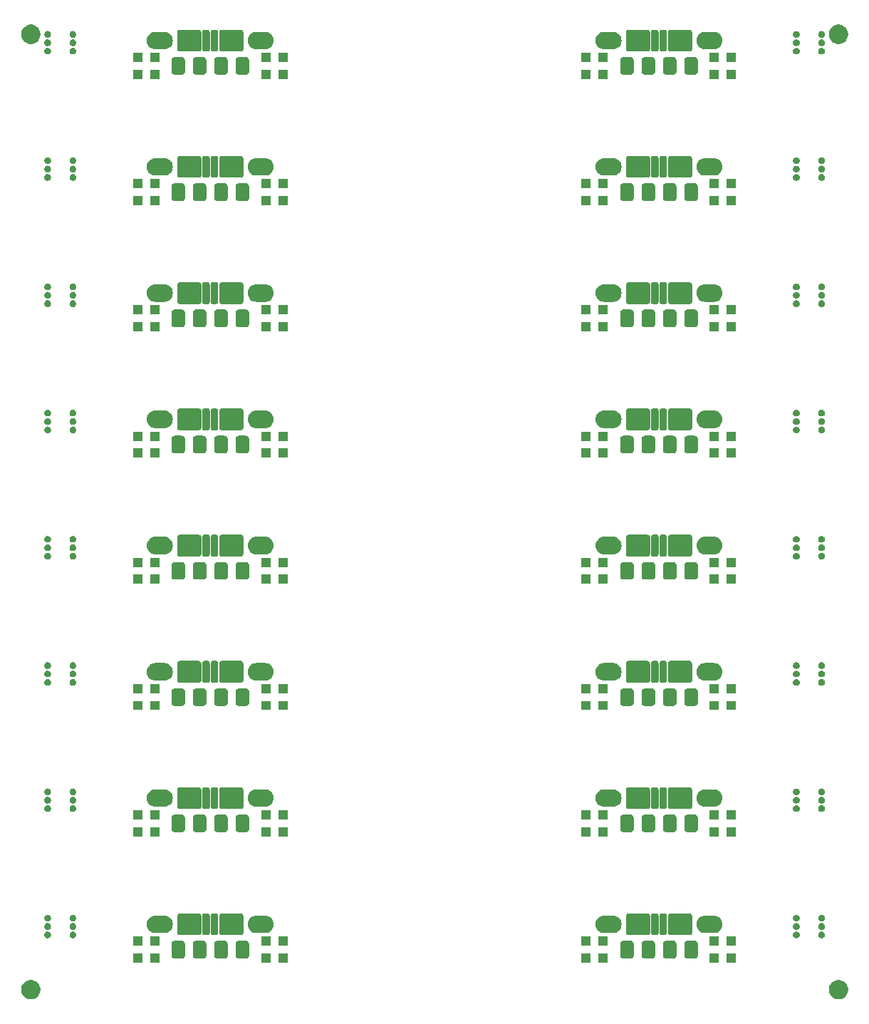
<source format=gbr>
G04 #@! TF.GenerationSoftware,KiCad,Pcbnew,(5.1.2)-2*
G04 #@! TF.CreationDate,2020-06-09T17:36:26+02:00*
G04 #@! TF.ProjectId,INTERFACE,494e5445-5246-4414-9345-2e6b69636164,rev?*
G04 #@! TF.SameCoordinates,Original*
G04 #@! TF.FileFunction,Soldermask,Bot*
G04 #@! TF.FilePolarity,Negative*
%FSLAX46Y46*%
G04 Gerber Fmt 4.6, Leading zero omitted, Abs format (unit mm)*
G04 Created by KiCad (PCBNEW (5.1.2)-2) date 2020-06-09 17:36:26*
%MOMM*%
%LPD*%
G04 APERTURE LIST*
%ADD10C,0.100000*%
G04 APERTURE END LIST*
D10*
G36*
X148335151Y-109895155D02*
G01*
X148544256Y-109981769D01*
X148732445Y-110107513D01*
X148892487Y-110267555D01*
X149018231Y-110455744D01*
X149104845Y-110664849D01*
X149149000Y-110886833D01*
X149149000Y-111113167D01*
X149104845Y-111335151D01*
X149018231Y-111544256D01*
X148892487Y-111732445D01*
X148732445Y-111892487D01*
X148544256Y-112018231D01*
X148335151Y-112104845D01*
X148113167Y-112149000D01*
X147886833Y-112149000D01*
X147664849Y-112104845D01*
X147455744Y-112018231D01*
X147267555Y-111892487D01*
X147107513Y-111732445D01*
X146981769Y-111544256D01*
X146895155Y-111335151D01*
X146851000Y-111113167D01*
X146851000Y-110886833D01*
X146895155Y-110664849D01*
X146981769Y-110455744D01*
X147107513Y-110267555D01*
X147267555Y-110107513D01*
X147455744Y-109981769D01*
X147664849Y-109895155D01*
X147886833Y-109851000D01*
X148113167Y-109851000D01*
X148335151Y-109895155D01*
X148335151Y-109895155D01*
G37*
G36*
X52335151Y-109895155D02*
G01*
X52544256Y-109981769D01*
X52732445Y-110107513D01*
X52892487Y-110267555D01*
X53018231Y-110455744D01*
X53104845Y-110664849D01*
X53149000Y-110886833D01*
X53149000Y-111113167D01*
X53104845Y-111335151D01*
X53018231Y-111544256D01*
X52892487Y-111732445D01*
X52732445Y-111892487D01*
X52544256Y-112018231D01*
X52335151Y-112104845D01*
X52113167Y-112149000D01*
X51886833Y-112149000D01*
X51664849Y-112104845D01*
X51455744Y-112018231D01*
X51267555Y-111892487D01*
X51107513Y-111732445D01*
X50981769Y-111544256D01*
X50895155Y-111335151D01*
X50851000Y-111113167D01*
X50851000Y-110886833D01*
X50895155Y-110664849D01*
X50981769Y-110455744D01*
X51107513Y-110267555D01*
X51267555Y-110107513D01*
X51455744Y-109981769D01*
X51664849Y-109895155D01*
X51886833Y-109851000D01*
X52113167Y-109851000D01*
X52335151Y-109895155D01*
X52335151Y-109895155D01*
G37*
G36*
X118549000Y-107799000D02*
G01*
X117451000Y-107799000D01*
X117451000Y-106701000D01*
X118549000Y-106701000D01*
X118549000Y-107799000D01*
X118549000Y-107799000D01*
G37*
G36*
X120549000Y-107799000D02*
G01*
X119451000Y-107799000D01*
X119451000Y-106701000D01*
X120549000Y-106701000D01*
X120549000Y-107799000D01*
X120549000Y-107799000D01*
G37*
G36*
X80549000Y-107799000D02*
G01*
X79451000Y-107799000D01*
X79451000Y-106701000D01*
X80549000Y-106701000D01*
X80549000Y-107799000D01*
X80549000Y-107799000D01*
G37*
G36*
X82549000Y-107799000D02*
G01*
X81451000Y-107799000D01*
X81451000Y-106701000D01*
X82549000Y-106701000D01*
X82549000Y-107799000D01*
X82549000Y-107799000D01*
G37*
G36*
X135799000Y-107799000D02*
G01*
X134701000Y-107799000D01*
X134701000Y-106701000D01*
X135799000Y-106701000D01*
X135799000Y-107799000D01*
X135799000Y-107799000D01*
G37*
G36*
X133799000Y-107799000D02*
G01*
X132701000Y-107799000D01*
X132701000Y-106701000D01*
X133799000Y-106701000D01*
X133799000Y-107799000D01*
X133799000Y-107799000D01*
G37*
G36*
X67299000Y-107799000D02*
G01*
X66201000Y-107799000D01*
X66201000Y-106701000D01*
X67299000Y-106701000D01*
X67299000Y-107799000D01*
X67299000Y-107799000D01*
G37*
G36*
X65299000Y-107799000D02*
G01*
X64201000Y-107799000D01*
X64201000Y-106701000D01*
X65299000Y-106701000D01*
X65299000Y-107799000D01*
X65299000Y-107799000D01*
G37*
G36*
X128427480Y-105208555D02*
G01*
X128500051Y-105230570D01*
X128566939Y-105266322D01*
X128625565Y-105314435D01*
X128673678Y-105373061D01*
X128709430Y-105439949D01*
X128731445Y-105512520D01*
X128739000Y-105589232D01*
X128739000Y-106910768D01*
X128731445Y-106987480D01*
X128709430Y-107060051D01*
X128673678Y-107126939D01*
X128625565Y-107185565D01*
X128566939Y-107233678D01*
X128500051Y-107269430D01*
X128427480Y-107291445D01*
X128350768Y-107299000D01*
X127529232Y-107299000D01*
X127452520Y-107291445D01*
X127379949Y-107269430D01*
X127313061Y-107233678D01*
X127254435Y-107185565D01*
X127206322Y-107126939D01*
X127170570Y-107060051D01*
X127148555Y-106987480D01*
X127141000Y-106910768D01*
X127141000Y-105589232D01*
X127148555Y-105512520D01*
X127170570Y-105439949D01*
X127206322Y-105373061D01*
X127254435Y-105314435D01*
X127313061Y-105266322D01*
X127379949Y-105230570D01*
X127452520Y-105208555D01*
X127529232Y-105201000D01*
X128350768Y-105201000D01*
X128427480Y-105208555D01*
X128427480Y-105208555D01*
G37*
G36*
X70007480Y-105208555D02*
G01*
X70080051Y-105230570D01*
X70146939Y-105266322D01*
X70205565Y-105314435D01*
X70253678Y-105373061D01*
X70289430Y-105439949D01*
X70311445Y-105512520D01*
X70319000Y-105589232D01*
X70319000Y-106910768D01*
X70311445Y-106987480D01*
X70289430Y-107060051D01*
X70253678Y-107126939D01*
X70205565Y-107185565D01*
X70146939Y-107233678D01*
X70080051Y-107269430D01*
X70007480Y-107291445D01*
X69930768Y-107299000D01*
X69109232Y-107299000D01*
X69032520Y-107291445D01*
X68959949Y-107269430D01*
X68893061Y-107233678D01*
X68834435Y-107185565D01*
X68786322Y-107126939D01*
X68750570Y-107060051D01*
X68728555Y-106987480D01*
X68721000Y-106910768D01*
X68721000Y-105589232D01*
X68728555Y-105512520D01*
X68750570Y-105439949D01*
X68786322Y-105373061D01*
X68834435Y-105314435D01*
X68893061Y-105266322D01*
X68959949Y-105230570D01*
X69032520Y-105208555D01*
X69109232Y-105201000D01*
X69930768Y-105201000D01*
X70007480Y-105208555D01*
X70007480Y-105208555D01*
G37*
G36*
X72547480Y-105208555D02*
G01*
X72620051Y-105230570D01*
X72686939Y-105266322D01*
X72745565Y-105314435D01*
X72793678Y-105373061D01*
X72829430Y-105439949D01*
X72851445Y-105512520D01*
X72859000Y-105589232D01*
X72859000Y-106910768D01*
X72851445Y-106987480D01*
X72829430Y-107060051D01*
X72793678Y-107126939D01*
X72745565Y-107185565D01*
X72686939Y-107233678D01*
X72620051Y-107269430D01*
X72547480Y-107291445D01*
X72470768Y-107299000D01*
X71649232Y-107299000D01*
X71572520Y-107291445D01*
X71499949Y-107269430D01*
X71433061Y-107233678D01*
X71374435Y-107185565D01*
X71326322Y-107126939D01*
X71290570Y-107060051D01*
X71268555Y-106987480D01*
X71261000Y-106910768D01*
X71261000Y-105589232D01*
X71268555Y-105512520D01*
X71290570Y-105439949D01*
X71326322Y-105373061D01*
X71374435Y-105314435D01*
X71433061Y-105266322D01*
X71499949Y-105230570D01*
X71572520Y-105208555D01*
X71649232Y-105201000D01*
X72470768Y-105201000D01*
X72547480Y-105208555D01*
X72547480Y-105208555D01*
G37*
G36*
X130967480Y-105208555D02*
G01*
X131040051Y-105230570D01*
X131106939Y-105266322D01*
X131165565Y-105314435D01*
X131213678Y-105373061D01*
X131249430Y-105439949D01*
X131271445Y-105512520D01*
X131279000Y-105589232D01*
X131279000Y-106910768D01*
X131271445Y-106987480D01*
X131249430Y-107060051D01*
X131213678Y-107126939D01*
X131165565Y-107185565D01*
X131106939Y-107233678D01*
X131040051Y-107269430D01*
X130967480Y-107291445D01*
X130890768Y-107299000D01*
X130069232Y-107299000D01*
X129992520Y-107291445D01*
X129919949Y-107269430D01*
X129853061Y-107233678D01*
X129794435Y-107185565D01*
X129746322Y-107126939D01*
X129710570Y-107060051D01*
X129688555Y-106987480D01*
X129681000Y-106910768D01*
X129681000Y-105589232D01*
X129688555Y-105512520D01*
X129710570Y-105439949D01*
X129746322Y-105373061D01*
X129794435Y-105314435D01*
X129853061Y-105266322D01*
X129919949Y-105230570D01*
X129992520Y-105208555D01*
X130069232Y-105201000D01*
X130890768Y-105201000D01*
X130967480Y-105208555D01*
X130967480Y-105208555D01*
G37*
G36*
X125887480Y-105208555D02*
G01*
X125960051Y-105230570D01*
X126026939Y-105266322D01*
X126085565Y-105314435D01*
X126133678Y-105373061D01*
X126169430Y-105439949D01*
X126191445Y-105512520D01*
X126199000Y-105589232D01*
X126199000Y-106910768D01*
X126191445Y-106987480D01*
X126169430Y-107060051D01*
X126133678Y-107126939D01*
X126085565Y-107185565D01*
X126026939Y-107233678D01*
X125960051Y-107269430D01*
X125887480Y-107291445D01*
X125810768Y-107299000D01*
X124989232Y-107299000D01*
X124912520Y-107291445D01*
X124839949Y-107269430D01*
X124773061Y-107233678D01*
X124714435Y-107185565D01*
X124666322Y-107126939D01*
X124630570Y-107060051D01*
X124608555Y-106987480D01*
X124601000Y-106910768D01*
X124601000Y-105589232D01*
X124608555Y-105512520D01*
X124630570Y-105439949D01*
X124666322Y-105373061D01*
X124714435Y-105314435D01*
X124773061Y-105266322D01*
X124839949Y-105230570D01*
X124912520Y-105208555D01*
X124989232Y-105201000D01*
X125810768Y-105201000D01*
X125887480Y-105208555D01*
X125887480Y-105208555D01*
G37*
G36*
X123347480Y-105208555D02*
G01*
X123420051Y-105230570D01*
X123486939Y-105266322D01*
X123545565Y-105314435D01*
X123593678Y-105373061D01*
X123629430Y-105439949D01*
X123651445Y-105512520D01*
X123659000Y-105589232D01*
X123659000Y-106910768D01*
X123651445Y-106987480D01*
X123629430Y-107060051D01*
X123593678Y-107126939D01*
X123545565Y-107185565D01*
X123486939Y-107233678D01*
X123420051Y-107269430D01*
X123347480Y-107291445D01*
X123270768Y-107299000D01*
X122449232Y-107299000D01*
X122372520Y-107291445D01*
X122299949Y-107269430D01*
X122233061Y-107233678D01*
X122174435Y-107185565D01*
X122126322Y-107126939D01*
X122090570Y-107060051D01*
X122068555Y-106987480D01*
X122061000Y-106910768D01*
X122061000Y-105589232D01*
X122068555Y-105512520D01*
X122090570Y-105439949D01*
X122126322Y-105373061D01*
X122174435Y-105314435D01*
X122233061Y-105266322D01*
X122299949Y-105230570D01*
X122372520Y-105208555D01*
X122449232Y-105201000D01*
X123270768Y-105201000D01*
X123347480Y-105208555D01*
X123347480Y-105208555D01*
G37*
G36*
X77627480Y-105208555D02*
G01*
X77700051Y-105230570D01*
X77766939Y-105266322D01*
X77825565Y-105314435D01*
X77873678Y-105373061D01*
X77909430Y-105439949D01*
X77931445Y-105512520D01*
X77939000Y-105589232D01*
X77939000Y-106910768D01*
X77931445Y-106987480D01*
X77909430Y-107060051D01*
X77873678Y-107126939D01*
X77825565Y-107185565D01*
X77766939Y-107233678D01*
X77700051Y-107269430D01*
X77627480Y-107291445D01*
X77550768Y-107299000D01*
X76729232Y-107299000D01*
X76652520Y-107291445D01*
X76579949Y-107269430D01*
X76513061Y-107233678D01*
X76454435Y-107185565D01*
X76406322Y-107126939D01*
X76370570Y-107060051D01*
X76348555Y-106987480D01*
X76341000Y-106910768D01*
X76341000Y-105589232D01*
X76348555Y-105512520D01*
X76370570Y-105439949D01*
X76406322Y-105373061D01*
X76454435Y-105314435D01*
X76513061Y-105266322D01*
X76579949Y-105230570D01*
X76652520Y-105208555D01*
X76729232Y-105201000D01*
X77550768Y-105201000D01*
X77627480Y-105208555D01*
X77627480Y-105208555D01*
G37*
G36*
X75087480Y-105208555D02*
G01*
X75160051Y-105230570D01*
X75226939Y-105266322D01*
X75285565Y-105314435D01*
X75333678Y-105373061D01*
X75369430Y-105439949D01*
X75391445Y-105512520D01*
X75399000Y-105589232D01*
X75399000Y-106910768D01*
X75391445Y-106987480D01*
X75369430Y-107060051D01*
X75333678Y-107126939D01*
X75285565Y-107185565D01*
X75226939Y-107233678D01*
X75160051Y-107269430D01*
X75087480Y-107291445D01*
X75010768Y-107299000D01*
X74189232Y-107299000D01*
X74112520Y-107291445D01*
X74039949Y-107269430D01*
X73973061Y-107233678D01*
X73914435Y-107185565D01*
X73866322Y-107126939D01*
X73830570Y-107060051D01*
X73808555Y-106987480D01*
X73801000Y-106910768D01*
X73801000Y-105589232D01*
X73808555Y-105512520D01*
X73830570Y-105439949D01*
X73866322Y-105373061D01*
X73914435Y-105314435D01*
X73973061Y-105266322D01*
X74039949Y-105230570D01*
X74112520Y-105208555D01*
X74189232Y-105201000D01*
X75010768Y-105201000D01*
X75087480Y-105208555D01*
X75087480Y-105208555D01*
G37*
G36*
X135799000Y-105799000D02*
G01*
X134701000Y-105799000D01*
X134701000Y-104701000D01*
X135799000Y-104701000D01*
X135799000Y-105799000D01*
X135799000Y-105799000D01*
G37*
G36*
X120549000Y-105799000D02*
G01*
X119451000Y-105799000D01*
X119451000Y-104701000D01*
X120549000Y-104701000D01*
X120549000Y-105799000D01*
X120549000Y-105799000D01*
G37*
G36*
X82549000Y-105799000D02*
G01*
X81451000Y-105799000D01*
X81451000Y-104701000D01*
X82549000Y-104701000D01*
X82549000Y-105799000D01*
X82549000Y-105799000D01*
G37*
G36*
X133799000Y-105799000D02*
G01*
X132701000Y-105799000D01*
X132701000Y-104701000D01*
X133799000Y-104701000D01*
X133799000Y-105799000D01*
X133799000Y-105799000D01*
G37*
G36*
X80549000Y-105799000D02*
G01*
X79451000Y-105799000D01*
X79451000Y-104701000D01*
X80549000Y-104701000D01*
X80549000Y-105799000D01*
X80549000Y-105799000D01*
G37*
G36*
X67299000Y-105799000D02*
G01*
X66201000Y-105799000D01*
X66201000Y-104701000D01*
X67299000Y-104701000D01*
X67299000Y-105799000D01*
X67299000Y-105799000D01*
G37*
G36*
X65299000Y-105799000D02*
G01*
X64201000Y-105799000D01*
X64201000Y-104701000D01*
X65299000Y-104701000D01*
X65299000Y-105799000D01*
X65299000Y-105799000D01*
G37*
G36*
X118549000Y-105799000D02*
G01*
X117451000Y-105799000D01*
X117451000Y-104701000D01*
X118549000Y-104701000D01*
X118549000Y-105799000D01*
X118549000Y-105799000D01*
G37*
G36*
X143116384Y-104116333D02*
G01*
X143188998Y-104146410D01*
X143254348Y-104190076D01*
X143309924Y-104245652D01*
X143353590Y-104311002D01*
X143383667Y-104383616D01*
X143399000Y-104460702D01*
X143399000Y-104539298D01*
X143383667Y-104616384D01*
X143353590Y-104688998D01*
X143309924Y-104754348D01*
X143254348Y-104809924D01*
X143188998Y-104853590D01*
X143116384Y-104883667D01*
X143039298Y-104899000D01*
X142960702Y-104899000D01*
X142883616Y-104883667D01*
X142811002Y-104853590D01*
X142745652Y-104809924D01*
X142690076Y-104754348D01*
X142646410Y-104688998D01*
X142616333Y-104616384D01*
X142601000Y-104539298D01*
X142601000Y-104460702D01*
X142616333Y-104383616D01*
X142646410Y-104311002D01*
X142690076Y-104245652D01*
X142745652Y-104190076D01*
X142811002Y-104146410D01*
X142883616Y-104116333D01*
X142960702Y-104101000D01*
X143039298Y-104101000D01*
X143116384Y-104116333D01*
X143116384Y-104116333D01*
G37*
G36*
X57116384Y-104116333D02*
G01*
X57188998Y-104146410D01*
X57254348Y-104190076D01*
X57309924Y-104245652D01*
X57353590Y-104311002D01*
X57383667Y-104383616D01*
X57399000Y-104460702D01*
X57399000Y-104539298D01*
X57383667Y-104616384D01*
X57353590Y-104688998D01*
X57309924Y-104754348D01*
X57254348Y-104809924D01*
X57188998Y-104853590D01*
X57116384Y-104883667D01*
X57039298Y-104899000D01*
X56960702Y-104899000D01*
X56883616Y-104883667D01*
X56811002Y-104853590D01*
X56745652Y-104809924D01*
X56690076Y-104754348D01*
X56646410Y-104688998D01*
X56616333Y-104616384D01*
X56601000Y-104539298D01*
X56601000Y-104460702D01*
X56616333Y-104383616D01*
X56646410Y-104311002D01*
X56690076Y-104245652D01*
X56745652Y-104190076D01*
X56811002Y-104146410D01*
X56883616Y-104116333D01*
X56960702Y-104101000D01*
X57039298Y-104101000D01*
X57116384Y-104116333D01*
X57116384Y-104116333D01*
G37*
G36*
X146116384Y-104116333D02*
G01*
X146188998Y-104146410D01*
X146254348Y-104190076D01*
X146309924Y-104245652D01*
X146353590Y-104311002D01*
X146383667Y-104383616D01*
X146399000Y-104460702D01*
X146399000Y-104539298D01*
X146383667Y-104616384D01*
X146353590Y-104688998D01*
X146309924Y-104754348D01*
X146254348Y-104809924D01*
X146188998Y-104853590D01*
X146116384Y-104883667D01*
X146039298Y-104899000D01*
X145960702Y-104899000D01*
X145883616Y-104883667D01*
X145811002Y-104853590D01*
X145745652Y-104809924D01*
X145690076Y-104754348D01*
X145646410Y-104688998D01*
X145616333Y-104616384D01*
X145601000Y-104539298D01*
X145601000Y-104460702D01*
X145616333Y-104383616D01*
X145646410Y-104311002D01*
X145690076Y-104245652D01*
X145745652Y-104190076D01*
X145811002Y-104146410D01*
X145883616Y-104116333D01*
X145960702Y-104101000D01*
X146039298Y-104101000D01*
X146116384Y-104116333D01*
X146116384Y-104116333D01*
G37*
G36*
X54116384Y-104116333D02*
G01*
X54188998Y-104146410D01*
X54254348Y-104190076D01*
X54309924Y-104245652D01*
X54353590Y-104311002D01*
X54383667Y-104383616D01*
X54399000Y-104460702D01*
X54399000Y-104539298D01*
X54383667Y-104616384D01*
X54353590Y-104688998D01*
X54309924Y-104754348D01*
X54254348Y-104809924D01*
X54188998Y-104853590D01*
X54116384Y-104883667D01*
X54039298Y-104899000D01*
X53960702Y-104899000D01*
X53883616Y-104883667D01*
X53811002Y-104853590D01*
X53745652Y-104809924D01*
X53690076Y-104754348D01*
X53646410Y-104688998D01*
X53616333Y-104616384D01*
X53601000Y-104539298D01*
X53601000Y-104460702D01*
X53616333Y-104383616D01*
X53646410Y-104311002D01*
X53690076Y-104245652D01*
X53745652Y-104190076D01*
X53811002Y-104146410D01*
X53883616Y-104116333D01*
X53960702Y-104101000D01*
X54039298Y-104101000D01*
X54116384Y-104116333D01*
X54116384Y-104116333D01*
G37*
G36*
X130342834Y-101957711D02*
G01*
X130407174Y-101977228D01*
X130466459Y-102008917D01*
X130518431Y-102051569D01*
X130561083Y-102103541D01*
X130592772Y-102162826D01*
X130612289Y-102227166D01*
X130619000Y-102295304D01*
X130619000Y-104204696D01*
X130612289Y-104272834D01*
X130592772Y-104337174D01*
X130561083Y-104396459D01*
X130518431Y-104448431D01*
X130466459Y-104491083D01*
X130407174Y-104522772D01*
X130342834Y-104542289D01*
X130274696Y-104549000D01*
X128065304Y-104549000D01*
X127997166Y-104542289D01*
X127932826Y-104522772D01*
X127873541Y-104491083D01*
X127821569Y-104448431D01*
X127778917Y-104396459D01*
X127747228Y-104337174D01*
X127727711Y-104272834D01*
X127721000Y-104204696D01*
X127721000Y-102295304D01*
X127727711Y-102227166D01*
X127747228Y-102162826D01*
X127778917Y-102103541D01*
X127821569Y-102051569D01*
X127873541Y-102008917D01*
X127932826Y-101977228D01*
X127997166Y-101957711D01*
X128065304Y-101951000D01*
X130274696Y-101951000D01*
X130342834Y-101957711D01*
X130342834Y-101957711D01*
G37*
G36*
X127401030Y-101956322D02*
G01*
X127451799Y-101971723D01*
X127498590Y-101996733D01*
X127539606Y-102030394D01*
X127573267Y-102071410D01*
X127598277Y-102118201D01*
X127613678Y-102168970D01*
X127619000Y-102223008D01*
X127619000Y-104276992D01*
X127613678Y-104331030D01*
X127598277Y-104381799D01*
X127573267Y-104428590D01*
X127539606Y-104469606D01*
X127498590Y-104503267D01*
X127451799Y-104528277D01*
X127401030Y-104543678D01*
X127346992Y-104549000D01*
X126993008Y-104549000D01*
X126938970Y-104543678D01*
X126888201Y-104528277D01*
X126841410Y-104503267D01*
X126800394Y-104469606D01*
X126766733Y-104428590D01*
X126741723Y-104381799D01*
X126726322Y-104331030D01*
X126721000Y-104276992D01*
X126721000Y-102223008D01*
X126726322Y-102168970D01*
X126741723Y-102118201D01*
X126766733Y-102071410D01*
X126800394Y-102030394D01*
X126841410Y-101996733D01*
X126888201Y-101971723D01*
X126938970Y-101956322D01*
X126993008Y-101951000D01*
X127346992Y-101951000D01*
X127401030Y-101956322D01*
X127401030Y-101956322D01*
G37*
G36*
X126401030Y-101956322D02*
G01*
X126451799Y-101971723D01*
X126498590Y-101996733D01*
X126539606Y-102030394D01*
X126573267Y-102071410D01*
X126598277Y-102118201D01*
X126613678Y-102168970D01*
X126619000Y-102223008D01*
X126619000Y-104276992D01*
X126613678Y-104331030D01*
X126598277Y-104381799D01*
X126573267Y-104428590D01*
X126539606Y-104469606D01*
X126498590Y-104503267D01*
X126451799Y-104528277D01*
X126401030Y-104543678D01*
X126346992Y-104549000D01*
X125993008Y-104549000D01*
X125938970Y-104543678D01*
X125888201Y-104528277D01*
X125841410Y-104503267D01*
X125800394Y-104469606D01*
X125766733Y-104428590D01*
X125741723Y-104381799D01*
X125726322Y-104331030D01*
X125721000Y-104276992D01*
X125721000Y-102223008D01*
X125726322Y-102168970D01*
X125741723Y-102118201D01*
X125766733Y-102071410D01*
X125800394Y-102030394D01*
X125841410Y-101996733D01*
X125888201Y-101971723D01*
X125938970Y-101956322D01*
X125993008Y-101951000D01*
X126346992Y-101951000D01*
X126401030Y-101956322D01*
X126401030Y-101956322D01*
G37*
G36*
X125342834Y-101957711D02*
G01*
X125407174Y-101977228D01*
X125466459Y-102008917D01*
X125518431Y-102051569D01*
X125561083Y-102103541D01*
X125592772Y-102162826D01*
X125612289Y-102227166D01*
X125619000Y-102295304D01*
X125619000Y-104204696D01*
X125612289Y-104272834D01*
X125592772Y-104337174D01*
X125561083Y-104396459D01*
X125518431Y-104448431D01*
X125466459Y-104491083D01*
X125407174Y-104522772D01*
X125342834Y-104542289D01*
X125274696Y-104549000D01*
X123065304Y-104549000D01*
X122997166Y-104542289D01*
X122932826Y-104522772D01*
X122873541Y-104491083D01*
X122821569Y-104448431D01*
X122778917Y-104396459D01*
X122747228Y-104337174D01*
X122727711Y-104272834D01*
X122721000Y-104204696D01*
X122721000Y-102295304D01*
X122727711Y-102227166D01*
X122747228Y-102162826D01*
X122778917Y-102103541D01*
X122821569Y-102051569D01*
X122873541Y-102008917D01*
X122932826Y-101977228D01*
X122997166Y-101957711D01*
X123065304Y-101951000D01*
X125274696Y-101951000D01*
X125342834Y-101957711D01*
X125342834Y-101957711D01*
G37*
G36*
X77002834Y-101957711D02*
G01*
X77067174Y-101977228D01*
X77126459Y-102008917D01*
X77178431Y-102051569D01*
X77221083Y-102103541D01*
X77252772Y-102162826D01*
X77272289Y-102227166D01*
X77279000Y-102295304D01*
X77279000Y-104204696D01*
X77272289Y-104272834D01*
X77252772Y-104337174D01*
X77221083Y-104396459D01*
X77178431Y-104448431D01*
X77126459Y-104491083D01*
X77067174Y-104522772D01*
X77002834Y-104542289D01*
X76934696Y-104549000D01*
X74725304Y-104549000D01*
X74657166Y-104542289D01*
X74592826Y-104522772D01*
X74533541Y-104491083D01*
X74481569Y-104448431D01*
X74438917Y-104396459D01*
X74407228Y-104337174D01*
X74387711Y-104272834D01*
X74381000Y-104204696D01*
X74381000Y-102295304D01*
X74387711Y-102227166D01*
X74407228Y-102162826D01*
X74438917Y-102103541D01*
X74481569Y-102051569D01*
X74533541Y-102008917D01*
X74592826Y-101977228D01*
X74657166Y-101957711D01*
X74725304Y-101951000D01*
X76934696Y-101951000D01*
X77002834Y-101957711D01*
X77002834Y-101957711D01*
G37*
G36*
X74061030Y-101956322D02*
G01*
X74111799Y-101971723D01*
X74158590Y-101996733D01*
X74199606Y-102030394D01*
X74233267Y-102071410D01*
X74258277Y-102118201D01*
X74273678Y-102168970D01*
X74279000Y-102223008D01*
X74279000Y-104276992D01*
X74273678Y-104331030D01*
X74258277Y-104381799D01*
X74233267Y-104428590D01*
X74199606Y-104469606D01*
X74158590Y-104503267D01*
X74111799Y-104528277D01*
X74061030Y-104543678D01*
X74006992Y-104549000D01*
X73653008Y-104549000D01*
X73598970Y-104543678D01*
X73548201Y-104528277D01*
X73501410Y-104503267D01*
X73460394Y-104469606D01*
X73426733Y-104428590D01*
X73401723Y-104381799D01*
X73386322Y-104331030D01*
X73381000Y-104276992D01*
X73381000Y-102223008D01*
X73386322Y-102168970D01*
X73401723Y-102118201D01*
X73426733Y-102071410D01*
X73460394Y-102030394D01*
X73501410Y-101996733D01*
X73548201Y-101971723D01*
X73598970Y-101956322D01*
X73653008Y-101951000D01*
X74006992Y-101951000D01*
X74061030Y-101956322D01*
X74061030Y-101956322D01*
G37*
G36*
X73061030Y-101956322D02*
G01*
X73111799Y-101971723D01*
X73158590Y-101996733D01*
X73199606Y-102030394D01*
X73233267Y-102071410D01*
X73258277Y-102118201D01*
X73273678Y-102168970D01*
X73279000Y-102223008D01*
X73279000Y-104276992D01*
X73273678Y-104331030D01*
X73258277Y-104381799D01*
X73233267Y-104428590D01*
X73199606Y-104469606D01*
X73158590Y-104503267D01*
X73111799Y-104528277D01*
X73061030Y-104543678D01*
X73006992Y-104549000D01*
X72653008Y-104549000D01*
X72598970Y-104543678D01*
X72548201Y-104528277D01*
X72501410Y-104503267D01*
X72460394Y-104469606D01*
X72426733Y-104428590D01*
X72401723Y-104381799D01*
X72386322Y-104331030D01*
X72381000Y-104276992D01*
X72381000Y-102223008D01*
X72386322Y-102168970D01*
X72401723Y-102118201D01*
X72426733Y-102071410D01*
X72460394Y-102030394D01*
X72501410Y-101996733D01*
X72548201Y-101971723D01*
X72598970Y-101956322D01*
X72653008Y-101951000D01*
X73006992Y-101951000D01*
X73061030Y-101956322D01*
X73061030Y-101956322D01*
G37*
G36*
X72002834Y-101957711D02*
G01*
X72067174Y-101977228D01*
X72126459Y-102008917D01*
X72178431Y-102051569D01*
X72221083Y-102103541D01*
X72252772Y-102162826D01*
X72272289Y-102227166D01*
X72279000Y-102295304D01*
X72279000Y-104204696D01*
X72272289Y-104272834D01*
X72252772Y-104337174D01*
X72221083Y-104396459D01*
X72178431Y-104448431D01*
X72126459Y-104491083D01*
X72067174Y-104522772D01*
X72002834Y-104542289D01*
X71934696Y-104549000D01*
X69725304Y-104549000D01*
X69657166Y-104542289D01*
X69592826Y-104522772D01*
X69533541Y-104491083D01*
X69481569Y-104448431D01*
X69438917Y-104396459D01*
X69407228Y-104337174D01*
X69387711Y-104272834D01*
X69381000Y-104204696D01*
X69381000Y-102295304D01*
X69387711Y-102227166D01*
X69407228Y-102162826D01*
X69438917Y-102103541D01*
X69481569Y-102051569D01*
X69533541Y-102008917D01*
X69592826Y-101977228D01*
X69657166Y-101957711D01*
X69725304Y-101951000D01*
X71934696Y-101951000D01*
X72002834Y-101957711D01*
X72002834Y-101957711D01*
G37*
G36*
X68035640Y-102216179D02*
G01*
X68233381Y-102276163D01*
X68415614Y-102373569D01*
X68575344Y-102504656D01*
X68706431Y-102664386D01*
X68803837Y-102846619D01*
X68863821Y-103044360D01*
X68884075Y-103250000D01*
X68863821Y-103455640D01*
X68803837Y-103653381D01*
X68706431Y-103835614D01*
X68575344Y-103995344D01*
X68415614Y-104126431D01*
X68233381Y-104223837D01*
X68071859Y-104272834D01*
X68035640Y-104283821D01*
X67881527Y-104299000D01*
X66778473Y-104299000D01*
X66624360Y-104283821D01*
X66588141Y-104272834D01*
X66426619Y-104223837D01*
X66244386Y-104126431D01*
X66084656Y-103995344D01*
X65953569Y-103835614D01*
X65856163Y-103653381D01*
X65796179Y-103455640D01*
X65775925Y-103250000D01*
X65796179Y-103044360D01*
X65856163Y-102846619D01*
X65953569Y-102664386D01*
X66084656Y-102504656D01*
X66244386Y-102373569D01*
X66426619Y-102276163D01*
X66624360Y-102216179D01*
X66778473Y-102201000D01*
X67881527Y-102201000D01*
X68035640Y-102216179D01*
X68035640Y-102216179D01*
G37*
G36*
X80035640Y-102216179D02*
G01*
X80233381Y-102276163D01*
X80415614Y-102373569D01*
X80575344Y-102504656D01*
X80706431Y-102664386D01*
X80803837Y-102846619D01*
X80863821Y-103044360D01*
X80884075Y-103250000D01*
X80863821Y-103455640D01*
X80803837Y-103653381D01*
X80706431Y-103835614D01*
X80575344Y-103995344D01*
X80415614Y-104126431D01*
X80233381Y-104223837D01*
X80071859Y-104272834D01*
X80035640Y-104283821D01*
X79881527Y-104299000D01*
X78778473Y-104299000D01*
X78624360Y-104283821D01*
X78588141Y-104272834D01*
X78426619Y-104223837D01*
X78244386Y-104126431D01*
X78084656Y-103995344D01*
X77953569Y-103835614D01*
X77856163Y-103653381D01*
X77796179Y-103455640D01*
X77775925Y-103250000D01*
X77796179Y-103044360D01*
X77856163Y-102846619D01*
X77953569Y-102664386D01*
X78084656Y-102504656D01*
X78244386Y-102373569D01*
X78426619Y-102276163D01*
X78624360Y-102216179D01*
X78778473Y-102201000D01*
X79881527Y-102201000D01*
X80035640Y-102216179D01*
X80035640Y-102216179D01*
G37*
G36*
X121375640Y-102216179D02*
G01*
X121573381Y-102276163D01*
X121755614Y-102373569D01*
X121915344Y-102504656D01*
X122046431Y-102664386D01*
X122143837Y-102846619D01*
X122203821Y-103044360D01*
X122224075Y-103250000D01*
X122203821Y-103455640D01*
X122143837Y-103653381D01*
X122046431Y-103835614D01*
X121915344Y-103995344D01*
X121755614Y-104126431D01*
X121573381Y-104223837D01*
X121411859Y-104272834D01*
X121375640Y-104283821D01*
X121221527Y-104299000D01*
X120118473Y-104299000D01*
X119964360Y-104283821D01*
X119928141Y-104272834D01*
X119766619Y-104223837D01*
X119584386Y-104126431D01*
X119424656Y-103995344D01*
X119293569Y-103835614D01*
X119196163Y-103653381D01*
X119136179Y-103455640D01*
X119115925Y-103250000D01*
X119136179Y-103044360D01*
X119196163Y-102846619D01*
X119293569Y-102664386D01*
X119424656Y-102504656D01*
X119584386Y-102373569D01*
X119766619Y-102276163D01*
X119964360Y-102216179D01*
X120118473Y-102201000D01*
X121221527Y-102201000D01*
X121375640Y-102216179D01*
X121375640Y-102216179D01*
G37*
G36*
X133375640Y-102216179D02*
G01*
X133573381Y-102276163D01*
X133755614Y-102373569D01*
X133915344Y-102504656D01*
X134046431Y-102664386D01*
X134143837Y-102846619D01*
X134203821Y-103044360D01*
X134224075Y-103250000D01*
X134203821Y-103455640D01*
X134143837Y-103653381D01*
X134046431Y-103835614D01*
X133915344Y-103995344D01*
X133755614Y-104126431D01*
X133573381Y-104223837D01*
X133411859Y-104272834D01*
X133375640Y-104283821D01*
X133221527Y-104299000D01*
X132118473Y-104299000D01*
X131964360Y-104283821D01*
X131928141Y-104272834D01*
X131766619Y-104223837D01*
X131584386Y-104126431D01*
X131424656Y-103995344D01*
X131293569Y-103835614D01*
X131196163Y-103653381D01*
X131136179Y-103455640D01*
X131115925Y-103250000D01*
X131136179Y-103044360D01*
X131196163Y-102846619D01*
X131293569Y-102664386D01*
X131424656Y-102504656D01*
X131584386Y-102373569D01*
X131766619Y-102276163D01*
X131964360Y-102216179D01*
X132118473Y-102201000D01*
X133221527Y-102201000D01*
X133375640Y-102216179D01*
X133375640Y-102216179D01*
G37*
G36*
X146116384Y-103116333D02*
G01*
X146188998Y-103146410D01*
X146254348Y-103190076D01*
X146309924Y-103245652D01*
X146353590Y-103311002D01*
X146383667Y-103383616D01*
X146399000Y-103460702D01*
X146399000Y-103539298D01*
X146383667Y-103616384D01*
X146353590Y-103688998D01*
X146309924Y-103754348D01*
X146254348Y-103809924D01*
X146188998Y-103853590D01*
X146116384Y-103883667D01*
X146039298Y-103899000D01*
X145960702Y-103899000D01*
X145883616Y-103883667D01*
X145811002Y-103853590D01*
X145745652Y-103809924D01*
X145690076Y-103754348D01*
X145646410Y-103688998D01*
X145616333Y-103616384D01*
X145601000Y-103539298D01*
X145601000Y-103460702D01*
X145616333Y-103383616D01*
X145646410Y-103311002D01*
X145690076Y-103245652D01*
X145745652Y-103190076D01*
X145811002Y-103146410D01*
X145883616Y-103116333D01*
X145960702Y-103101000D01*
X146039298Y-103101000D01*
X146116384Y-103116333D01*
X146116384Y-103116333D01*
G37*
G36*
X143116384Y-103116333D02*
G01*
X143188998Y-103146410D01*
X143254348Y-103190076D01*
X143309924Y-103245652D01*
X143353590Y-103311002D01*
X143383667Y-103383616D01*
X143399000Y-103460702D01*
X143399000Y-103539298D01*
X143383667Y-103616384D01*
X143353590Y-103688998D01*
X143309924Y-103754348D01*
X143254348Y-103809924D01*
X143188998Y-103853590D01*
X143116384Y-103883667D01*
X143039298Y-103899000D01*
X142960702Y-103899000D01*
X142883616Y-103883667D01*
X142811002Y-103853590D01*
X142745652Y-103809924D01*
X142690076Y-103754348D01*
X142646410Y-103688998D01*
X142616333Y-103616384D01*
X142601000Y-103539298D01*
X142601000Y-103460702D01*
X142616333Y-103383616D01*
X142646410Y-103311002D01*
X142690076Y-103245652D01*
X142745652Y-103190076D01*
X142811002Y-103146410D01*
X142883616Y-103116333D01*
X142960702Y-103101000D01*
X143039298Y-103101000D01*
X143116384Y-103116333D01*
X143116384Y-103116333D01*
G37*
G36*
X54116384Y-103116333D02*
G01*
X54188998Y-103146410D01*
X54254348Y-103190076D01*
X54309924Y-103245652D01*
X54353590Y-103311002D01*
X54383667Y-103383616D01*
X54399000Y-103460702D01*
X54399000Y-103539298D01*
X54383667Y-103616384D01*
X54353590Y-103688998D01*
X54309924Y-103754348D01*
X54254348Y-103809924D01*
X54188998Y-103853590D01*
X54116384Y-103883667D01*
X54039298Y-103899000D01*
X53960702Y-103899000D01*
X53883616Y-103883667D01*
X53811002Y-103853590D01*
X53745652Y-103809924D01*
X53690076Y-103754348D01*
X53646410Y-103688998D01*
X53616333Y-103616384D01*
X53601000Y-103539298D01*
X53601000Y-103460702D01*
X53616333Y-103383616D01*
X53646410Y-103311002D01*
X53690076Y-103245652D01*
X53745652Y-103190076D01*
X53811002Y-103146410D01*
X53883616Y-103116333D01*
X53960702Y-103101000D01*
X54039298Y-103101000D01*
X54116384Y-103116333D01*
X54116384Y-103116333D01*
G37*
G36*
X57116384Y-103116333D02*
G01*
X57188998Y-103146410D01*
X57254348Y-103190076D01*
X57309924Y-103245652D01*
X57353590Y-103311002D01*
X57383667Y-103383616D01*
X57399000Y-103460702D01*
X57399000Y-103539298D01*
X57383667Y-103616384D01*
X57353590Y-103688998D01*
X57309924Y-103754348D01*
X57254348Y-103809924D01*
X57188998Y-103853590D01*
X57116384Y-103883667D01*
X57039298Y-103899000D01*
X56960702Y-103899000D01*
X56883616Y-103883667D01*
X56811002Y-103853590D01*
X56745652Y-103809924D01*
X56690076Y-103754348D01*
X56646410Y-103688998D01*
X56616333Y-103616384D01*
X56601000Y-103539298D01*
X56601000Y-103460702D01*
X56616333Y-103383616D01*
X56646410Y-103311002D01*
X56690076Y-103245652D01*
X56745652Y-103190076D01*
X56811002Y-103146410D01*
X56883616Y-103116333D01*
X56960702Y-103101000D01*
X57039298Y-103101000D01*
X57116384Y-103116333D01*
X57116384Y-103116333D01*
G37*
G36*
X143116384Y-102116333D02*
G01*
X143188998Y-102146410D01*
X143254348Y-102190076D01*
X143309924Y-102245652D01*
X143353590Y-102311002D01*
X143383667Y-102383616D01*
X143399000Y-102460702D01*
X143399000Y-102539298D01*
X143383667Y-102616384D01*
X143353590Y-102688998D01*
X143309924Y-102754348D01*
X143254348Y-102809924D01*
X143188998Y-102853590D01*
X143116384Y-102883667D01*
X143039298Y-102899000D01*
X142960702Y-102899000D01*
X142883616Y-102883667D01*
X142811002Y-102853590D01*
X142745652Y-102809924D01*
X142690076Y-102754348D01*
X142646410Y-102688998D01*
X142616333Y-102616384D01*
X142601000Y-102539298D01*
X142601000Y-102460702D01*
X142616333Y-102383616D01*
X142646410Y-102311002D01*
X142690076Y-102245652D01*
X142745652Y-102190076D01*
X142811002Y-102146410D01*
X142883616Y-102116333D01*
X142960702Y-102101000D01*
X143039298Y-102101000D01*
X143116384Y-102116333D01*
X143116384Y-102116333D01*
G37*
G36*
X57116384Y-102116333D02*
G01*
X57188998Y-102146410D01*
X57254348Y-102190076D01*
X57309924Y-102245652D01*
X57353590Y-102311002D01*
X57383667Y-102383616D01*
X57399000Y-102460702D01*
X57399000Y-102539298D01*
X57383667Y-102616384D01*
X57353590Y-102688998D01*
X57309924Y-102754348D01*
X57254348Y-102809924D01*
X57188998Y-102853590D01*
X57116384Y-102883667D01*
X57039298Y-102899000D01*
X56960702Y-102899000D01*
X56883616Y-102883667D01*
X56811002Y-102853590D01*
X56745652Y-102809924D01*
X56690076Y-102754348D01*
X56646410Y-102688998D01*
X56616333Y-102616384D01*
X56601000Y-102539298D01*
X56601000Y-102460702D01*
X56616333Y-102383616D01*
X56646410Y-102311002D01*
X56690076Y-102245652D01*
X56745652Y-102190076D01*
X56811002Y-102146410D01*
X56883616Y-102116333D01*
X56960702Y-102101000D01*
X57039298Y-102101000D01*
X57116384Y-102116333D01*
X57116384Y-102116333D01*
G37*
G36*
X54116384Y-102116333D02*
G01*
X54188998Y-102146410D01*
X54254348Y-102190076D01*
X54309924Y-102245652D01*
X54353590Y-102311002D01*
X54383667Y-102383616D01*
X54399000Y-102460702D01*
X54399000Y-102539298D01*
X54383667Y-102616384D01*
X54353590Y-102688998D01*
X54309924Y-102754348D01*
X54254348Y-102809924D01*
X54188998Y-102853590D01*
X54116384Y-102883667D01*
X54039298Y-102899000D01*
X53960702Y-102899000D01*
X53883616Y-102883667D01*
X53811002Y-102853590D01*
X53745652Y-102809924D01*
X53690076Y-102754348D01*
X53646410Y-102688998D01*
X53616333Y-102616384D01*
X53601000Y-102539298D01*
X53601000Y-102460702D01*
X53616333Y-102383616D01*
X53646410Y-102311002D01*
X53690076Y-102245652D01*
X53745652Y-102190076D01*
X53811002Y-102146410D01*
X53883616Y-102116333D01*
X53960702Y-102101000D01*
X54039298Y-102101000D01*
X54116384Y-102116333D01*
X54116384Y-102116333D01*
G37*
G36*
X146116384Y-102116333D02*
G01*
X146188998Y-102146410D01*
X146254348Y-102190076D01*
X146309924Y-102245652D01*
X146353590Y-102311002D01*
X146383667Y-102383616D01*
X146399000Y-102460702D01*
X146399000Y-102539298D01*
X146383667Y-102616384D01*
X146353590Y-102688998D01*
X146309924Y-102754348D01*
X146254348Y-102809924D01*
X146188998Y-102853590D01*
X146116384Y-102883667D01*
X146039298Y-102899000D01*
X145960702Y-102899000D01*
X145883616Y-102883667D01*
X145811002Y-102853590D01*
X145745652Y-102809924D01*
X145690076Y-102754348D01*
X145646410Y-102688998D01*
X145616333Y-102616384D01*
X145601000Y-102539298D01*
X145601000Y-102460702D01*
X145616333Y-102383616D01*
X145646410Y-102311002D01*
X145690076Y-102245652D01*
X145745652Y-102190076D01*
X145811002Y-102146410D01*
X145883616Y-102116333D01*
X145960702Y-102101000D01*
X146039298Y-102101000D01*
X146116384Y-102116333D01*
X146116384Y-102116333D01*
G37*
G36*
X80549000Y-92799000D02*
G01*
X79451000Y-92799000D01*
X79451000Y-91701000D01*
X80549000Y-91701000D01*
X80549000Y-92799000D01*
X80549000Y-92799000D01*
G37*
G36*
X120549000Y-92799000D02*
G01*
X119451000Y-92799000D01*
X119451000Y-91701000D01*
X120549000Y-91701000D01*
X120549000Y-92799000D01*
X120549000Y-92799000D01*
G37*
G36*
X118549000Y-92799000D02*
G01*
X117451000Y-92799000D01*
X117451000Y-91701000D01*
X118549000Y-91701000D01*
X118549000Y-92799000D01*
X118549000Y-92799000D01*
G37*
G36*
X67299000Y-92799000D02*
G01*
X66201000Y-92799000D01*
X66201000Y-91701000D01*
X67299000Y-91701000D01*
X67299000Y-92799000D01*
X67299000Y-92799000D01*
G37*
G36*
X135799000Y-92799000D02*
G01*
X134701000Y-92799000D01*
X134701000Y-91701000D01*
X135799000Y-91701000D01*
X135799000Y-92799000D01*
X135799000Y-92799000D01*
G37*
G36*
X133799000Y-92799000D02*
G01*
X132701000Y-92799000D01*
X132701000Y-91701000D01*
X133799000Y-91701000D01*
X133799000Y-92799000D01*
X133799000Y-92799000D01*
G37*
G36*
X65299000Y-92799000D02*
G01*
X64201000Y-92799000D01*
X64201000Y-91701000D01*
X65299000Y-91701000D01*
X65299000Y-92799000D01*
X65299000Y-92799000D01*
G37*
G36*
X82549000Y-92799000D02*
G01*
X81451000Y-92799000D01*
X81451000Y-91701000D01*
X82549000Y-91701000D01*
X82549000Y-92799000D01*
X82549000Y-92799000D01*
G37*
G36*
X123347480Y-90208555D02*
G01*
X123420051Y-90230570D01*
X123486939Y-90266322D01*
X123545565Y-90314435D01*
X123593678Y-90373061D01*
X123629430Y-90439949D01*
X123651445Y-90512520D01*
X123659000Y-90589232D01*
X123659000Y-91910768D01*
X123651445Y-91987480D01*
X123629430Y-92060051D01*
X123593678Y-92126939D01*
X123545565Y-92185565D01*
X123486939Y-92233678D01*
X123420051Y-92269430D01*
X123347480Y-92291445D01*
X123270768Y-92299000D01*
X122449232Y-92299000D01*
X122372520Y-92291445D01*
X122299949Y-92269430D01*
X122233061Y-92233678D01*
X122174435Y-92185565D01*
X122126322Y-92126939D01*
X122090570Y-92060051D01*
X122068555Y-91987480D01*
X122061000Y-91910768D01*
X122061000Y-90589232D01*
X122068555Y-90512520D01*
X122090570Y-90439949D01*
X122126322Y-90373061D01*
X122174435Y-90314435D01*
X122233061Y-90266322D01*
X122299949Y-90230570D01*
X122372520Y-90208555D01*
X122449232Y-90201000D01*
X123270768Y-90201000D01*
X123347480Y-90208555D01*
X123347480Y-90208555D01*
G37*
G36*
X125887480Y-90208555D02*
G01*
X125960051Y-90230570D01*
X126026939Y-90266322D01*
X126085565Y-90314435D01*
X126133678Y-90373061D01*
X126169430Y-90439949D01*
X126191445Y-90512520D01*
X126199000Y-90589232D01*
X126199000Y-91910768D01*
X126191445Y-91987480D01*
X126169430Y-92060051D01*
X126133678Y-92126939D01*
X126085565Y-92185565D01*
X126026939Y-92233678D01*
X125960051Y-92269430D01*
X125887480Y-92291445D01*
X125810768Y-92299000D01*
X124989232Y-92299000D01*
X124912520Y-92291445D01*
X124839949Y-92269430D01*
X124773061Y-92233678D01*
X124714435Y-92185565D01*
X124666322Y-92126939D01*
X124630570Y-92060051D01*
X124608555Y-91987480D01*
X124601000Y-91910768D01*
X124601000Y-90589232D01*
X124608555Y-90512520D01*
X124630570Y-90439949D01*
X124666322Y-90373061D01*
X124714435Y-90314435D01*
X124773061Y-90266322D01*
X124839949Y-90230570D01*
X124912520Y-90208555D01*
X124989232Y-90201000D01*
X125810768Y-90201000D01*
X125887480Y-90208555D01*
X125887480Y-90208555D01*
G37*
G36*
X128427480Y-90208555D02*
G01*
X128500051Y-90230570D01*
X128566939Y-90266322D01*
X128625565Y-90314435D01*
X128673678Y-90373061D01*
X128709430Y-90439949D01*
X128731445Y-90512520D01*
X128739000Y-90589232D01*
X128739000Y-91910768D01*
X128731445Y-91987480D01*
X128709430Y-92060051D01*
X128673678Y-92126939D01*
X128625565Y-92185565D01*
X128566939Y-92233678D01*
X128500051Y-92269430D01*
X128427480Y-92291445D01*
X128350768Y-92299000D01*
X127529232Y-92299000D01*
X127452520Y-92291445D01*
X127379949Y-92269430D01*
X127313061Y-92233678D01*
X127254435Y-92185565D01*
X127206322Y-92126939D01*
X127170570Y-92060051D01*
X127148555Y-91987480D01*
X127141000Y-91910768D01*
X127141000Y-90589232D01*
X127148555Y-90512520D01*
X127170570Y-90439949D01*
X127206322Y-90373061D01*
X127254435Y-90314435D01*
X127313061Y-90266322D01*
X127379949Y-90230570D01*
X127452520Y-90208555D01*
X127529232Y-90201000D01*
X128350768Y-90201000D01*
X128427480Y-90208555D01*
X128427480Y-90208555D01*
G37*
G36*
X130967480Y-90208555D02*
G01*
X131040051Y-90230570D01*
X131106939Y-90266322D01*
X131165565Y-90314435D01*
X131213678Y-90373061D01*
X131249430Y-90439949D01*
X131271445Y-90512520D01*
X131279000Y-90589232D01*
X131279000Y-91910768D01*
X131271445Y-91987480D01*
X131249430Y-92060051D01*
X131213678Y-92126939D01*
X131165565Y-92185565D01*
X131106939Y-92233678D01*
X131040051Y-92269430D01*
X130967480Y-92291445D01*
X130890768Y-92299000D01*
X130069232Y-92299000D01*
X129992520Y-92291445D01*
X129919949Y-92269430D01*
X129853061Y-92233678D01*
X129794435Y-92185565D01*
X129746322Y-92126939D01*
X129710570Y-92060051D01*
X129688555Y-91987480D01*
X129681000Y-91910768D01*
X129681000Y-90589232D01*
X129688555Y-90512520D01*
X129710570Y-90439949D01*
X129746322Y-90373061D01*
X129794435Y-90314435D01*
X129853061Y-90266322D01*
X129919949Y-90230570D01*
X129992520Y-90208555D01*
X130069232Y-90201000D01*
X130890768Y-90201000D01*
X130967480Y-90208555D01*
X130967480Y-90208555D01*
G37*
G36*
X70007480Y-90208555D02*
G01*
X70080051Y-90230570D01*
X70146939Y-90266322D01*
X70205565Y-90314435D01*
X70253678Y-90373061D01*
X70289430Y-90439949D01*
X70311445Y-90512520D01*
X70319000Y-90589232D01*
X70319000Y-91910768D01*
X70311445Y-91987480D01*
X70289430Y-92060051D01*
X70253678Y-92126939D01*
X70205565Y-92185565D01*
X70146939Y-92233678D01*
X70080051Y-92269430D01*
X70007480Y-92291445D01*
X69930768Y-92299000D01*
X69109232Y-92299000D01*
X69032520Y-92291445D01*
X68959949Y-92269430D01*
X68893061Y-92233678D01*
X68834435Y-92185565D01*
X68786322Y-92126939D01*
X68750570Y-92060051D01*
X68728555Y-91987480D01*
X68721000Y-91910768D01*
X68721000Y-90589232D01*
X68728555Y-90512520D01*
X68750570Y-90439949D01*
X68786322Y-90373061D01*
X68834435Y-90314435D01*
X68893061Y-90266322D01*
X68959949Y-90230570D01*
X69032520Y-90208555D01*
X69109232Y-90201000D01*
X69930768Y-90201000D01*
X70007480Y-90208555D01*
X70007480Y-90208555D01*
G37*
G36*
X72547480Y-90208555D02*
G01*
X72620051Y-90230570D01*
X72686939Y-90266322D01*
X72745565Y-90314435D01*
X72793678Y-90373061D01*
X72829430Y-90439949D01*
X72851445Y-90512520D01*
X72859000Y-90589232D01*
X72859000Y-91910768D01*
X72851445Y-91987480D01*
X72829430Y-92060051D01*
X72793678Y-92126939D01*
X72745565Y-92185565D01*
X72686939Y-92233678D01*
X72620051Y-92269430D01*
X72547480Y-92291445D01*
X72470768Y-92299000D01*
X71649232Y-92299000D01*
X71572520Y-92291445D01*
X71499949Y-92269430D01*
X71433061Y-92233678D01*
X71374435Y-92185565D01*
X71326322Y-92126939D01*
X71290570Y-92060051D01*
X71268555Y-91987480D01*
X71261000Y-91910768D01*
X71261000Y-90589232D01*
X71268555Y-90512520D01*
X71290570Y-90439949D01*
X71326322Y-90373061D01*
X71374435Y-90314435D01*
X71433061Y-90266322D01*
X71499949Y-90230570D01*
X71572520Y-90208555D01*
X71649232Y-90201000D01*
X72470768Y-90201000D01*
X72547480Y-90208555D01*
X72547480Y-90208555D01*
G37*
G36*
X75087480Y-90208555D02*
G01*
X75160051Y-90230570D01*
X75226939Y-90266322D01*
X75285565Y-90314435D01*
X75333678Y-90373061D01*
X75369430Y-90439949D01*
X75391445Y-90512520D01*
X75399000Y-90589232D01*
X75399000Y-91910768D01*
X75391445Y-91987480D01*
X75369430Y-92060051D01*
X75333678Y-92126939D01*
X75285565Y-92185565D01*
X75226939Y-92233678D01*
X75160051Y-92269430D01*
X75087480Y-92291445D01*
X75010768Y-92299000D01*
X74189232Y-92299000D01*
X74112520Y-92291445D01*
X74039949Y-92269430D01*
X73973061Y-92233678D01*
X73914435Y-92185565D01*
X73866322Y-92126939D01*
X73830570Y-92060051D01*
X73808555Y-91987480D01*
X73801000Y-91910768D01*
X73801000Y-90589232D01*
X73808555Y-90512520D01*
X73830570Y-90439949D01*
X73866322Y-90373061D01*
X73914435Y-90314435D01*
X73973061Y-90266322D01*
X74039949Y-90230570D01*
X74112520Y-90208555D01*
X74189232Y-90201000D01*
X75010768Y-90201000D01*
X75087480Y-90208555D01*
X75087480Y-90208555D01*
G37*
G36*
X77627480Y-90208555D02*
G01*
X77700051Y-90230570D01*
X77766939Y-90266322D01*
X77825565Y-90314435D01*
X77873678Y-90373061D01*
X77909430Y-90439949D01*
X77931445Y-90512520D01*
X77939000Y-90589232D01*
X77939000Y-91910768D01*
X77931445Y-91987480D01*
X77909430Y-92060051D01*
X77873678Y-92126939D01*
X77825565Y-92185565D01*
X77766939Y-92233678D01*
X77700051Y-92269430D01*
X77627480Y-92291445D01*
X77550768Y-92299000D01*
X76729232Y-92299000D01*
X76652520Y-92291445D01*
X76579949Y-92269430D01*
X76513061Y-92233678D01*
X76454435Y-92185565D01*
X76406322Y-92126939D01*
X76370570Y-92060051D01*
X76348555Y-91987480D01*
X76341000Y-91910768D01*
X76341000Y-90589232D01*
X76348555Y-90512520D01*
X76370570Y-90439949D01*
X76406322Y-90373061D01*
X76454435Y-90314435D01*
X76513061Y-90266322D01*
X76579949Y-90230570D01*
X76652520Y-90208555D01*
X76729232Y-90201000D01*
X77550768Y-90201000D01*
X77627480Y-90208555D01*
X77627480Y-90208555D01*
G37*
G36*
X118549000Y-90799000D02*
G01*
X117451000Y-90799000D01*
X117451000Y-89701000D01*
X118549000Y-89701000D01*
X118549000Y-90799000D01*
X118549000Y-90799000D01*
G37*
G36*
X65299000Y-90799000D02*
G01*
X64201000Y-90799000D01*
X64201000Y-89701000D01*
X65299000Y-89701000D01*
X65299000Y-90799000D01*
X65299000Y-90799000D01*
G37*
G36*
X135799000Y-90799000D02*
G01*
X134701000Y-90799000D01*
X134701000Y-89701000D01*
X135799000Y-89701000D01*
X135799000Y-90799000D01*
X135799000Y-90799000D01*
G37*
G36*
X133799000Y-90799000D02*
G01*
X132701000Y-90799000D01*
X132701000Y-89701000D01*
X133799000Y-89701000D01*
X133799000Y-90799000D01*
X133799000Y-90799000D01*
G37*
G36*
X80549000Y-90799000D02*
G01*
X79451000Y-90799000D01*
X79451000Y-89701000D01*
X80549000Y-89701000D01*
X80549000Y-90799000D01*
X80549000Y-90799000D01*
G37*
G36*
X82549000Y-90799000D02*
G01*
X81451000Y-90799000D01*
X81451000Y-89701000D01*
X82549000Y-89701000D01*
X82549000Y-90799000D01*
X82549000Y-90799000D01*
G37*
G36*
X120549000Y-90799000D02*
G01*
X119451000Y-90799000D01*
X119451000Y-89701000D01*
X120549000Y-89701000D01*
X120549000Y-90799000D01*
X120549000Y-90799000D01*
G37*
G36*
X67299000Y-90799000D02*
G01*
X66201000Y-90799000D01*
X66201000Y-89701000D01*
X67299000Y-89701000D01*
X67299000Y-90799000D01*
X67299000Y-90799000D01*
G37*
G36*
X143116384Y-89116333D02*
G01*
X143188998Y-89146410D01*
X143254348Y-89190076D01*
X143309924Y-89245652D01*
X143353590Y-89311002D01*
X143383667Y-89383616D01*
X143399000Y-89460702D01*
X143399000Y-89539298D01*
X143383667Y-89616384D01*
X143353590Y-89688998D01*
X143309924Y-89754348D01*
X143254348Y-89809924D01*
X143188998Y-89853590D01*
X143116384Y-89883667D01*
X143039298Y-89899000D01*
X142960702Y-89899000D01*
X142883616Y-89883667D01*
X142811002Y-89853590D01*
X142745652Y-89809924D01*
X142690076Y-89754348D01*
X142646410Y-89688998D01*
X142616333Y-89616384D01*
X142601000Y-89539298D01*
X142601000Y-89460702D01*
X142616333Y-89383616D01*
X142646410Y-89311002D01*
X142690076Y-89245652D01*
X142745652Y-89190076D01*
X142811002Y-89146410D01*
X142883616Y-89116333D01*
X142960702Y-89101000D01*
X143039298Y-89101000D01*
X143116384Y-89116333D01*
X143116384Y-89116333D01*
G37*
G36*
X57116384Y-89116333D02*
G01*
X57188998Y-89146410D01*
X57254348Y-89190076D01*
X57309924Y-89245652D01*
X57353590Y-89311002D01*
X57383667Y-89383616D01*
X57399000Y-89460702D01*
X57399000Y-89539298D01*
X57383667Y-89616384D01*
X57353590Y-89688998D01*
X57309924Y-89754348D01*
X57254348Y-89809924D01*
X57188998Y-89853590D01*
X57116384Y-89883667D01*
X57039298Y-89899000D01*
X56960702Y-89899000D01*
X56883616Y-89883667D01*
X56811002Y-89853590D01*
X56745652Y-89809924D01*
X56690076Y-89754348D01*
X56646410Y-89688998D01*
X56616333Y-89616384D01*
X56601000Y-89539298D01*
X56601000Y-89460702D01*
X56616333Y-89383616D01*
X56646410Y-89311002D01*
X56690076Y-89245652D01*
X56745652Y-89190076D01*
X56811002Y-89146410D01*
X56883616Y-89116333D01*
X56960702Y-89101000D01*
X57039298Y-89101000D01*
X57116384Y-89116333D01*
X57116384Y-89116333D01*
G37*
G36*
X54116384Y-89116333D02*
G01*
X54188998Y-89146410D01*
X54254348Y-89190076D01*
X54309924Y-89245652D01*
X54353590Y-89311002D01*
X54383667Y-89383616D01*
X54399000Y-89460702D01*
X54399000Y-89539298D01*
X54383667Y-89616384D01*
X54353590Y-89688998D01*
X54309924Y-89754348D01*
X54254348Y-89809924D01*
X54188998Y-89853590D01*
X54116384Y-89883667D01*
X54039298Y-89899000D01*
X53960702Y-89899000D01*
X53883616Y-89883667D01*
X53811002Y-89853590D01*
X53745652Y-89809924D01*
X53690076Y-89754348D01*
X53646410Y-89688998D01*
X53616333Y-89616384D01*
X53601000Y-89539298D01*
X53601000Y-89460702D01*
X53616333Y-89383616D01*
X53646410Y-89311002D01*
X53690076Y-89245652D01*
X53745652Y-89190076D01*
X53811002Y-89146410D01*
X53883616Y-89116333D01*
X53960702Y-89101000D01*
X54039298Y-89101000D01*
X54116384Y-89116333D01*
X54116384Y-89116333D01*
G37*
G36*
X146116384Y-89116333D02*
G01*
X146188998Y-89146410D01*
X146254348Y-89190076D01*
X146309924Y-89245652D01*
X146353590Y-89311002D01*
X146383667Y-89383616D01*
X146399000Y-89460702D01*
X146399000Y-89539298D01*
X146383667Y-89616384D01*
X146353590Y-89688998D01*
X146309924Y-89754348D01*
X146254348Y-89809924D01*
X146188998Y-89853590D01*
X146116384Y-89883667D01*
X146039298Y-89899000D01*
X145960702Y-89899000D01*
X145883616Y-89883667D01*
X145811002Y-89853590D01*
X145745652Y-89809924D01*
X145690076Y-89754348D01*
X145646410Y-89688998D01*
X145616333Y-89616384D01*
X145601000Y-89539298D01*
X145601000Y-89460702D01*
X145616333Y-89383616D01*
X145646410Y-89311002D01*
X145690076Y-89245652D01*
X145745652Y-89190076D01*
X145811002Y-89146410D01*
X145883616Y-89116333D01*
X145960702Y-89101000D01*
X146039298Y-89101000D01*
X146116384Y-89116333D01*
X146116384Y-89116333D01*
G37*
G36*
X74061030Y-86956322D02*
G01*
X74111799Y-86971723D01*
X74158590Y-86996733D01*
X74199606Y-87030394D01*
X74233267Y-87071410D01*
X74258277Y-87118201D01*
X74273678Y-87168970D01*
X74279000Y-87223008D01*
X74279000Y-89276992D01*
X74273678Y-89331030D01*
X74258277Y-89381799D01*
X74233267Y-89428590D01*
X74199606Y-89469606D01*
X74158590Y-89503267D01*
X74111799Y-89528277D01*
X74061030Y-89543678D01*
X74006992Y-89549000D01*
X73653008Y-89549000D01*
X73598970Y-89543678D01*
X73548201Y-89528277D01*
X73501410Y-89503267D01*
X73460394Y-89469606D01*
X73426733Y-89428590D01*
X73401723Y-89381799D01*
X73386322Y-89331030D01*
X73381000Y-89276992D01*
X73381000Y-87223008D01*
X73386322Y-87168970D01*
X73401723Y-87118201D01*
X73426733Y-87071410D01*
X73460394Y-87030394D01*
X73501410Y-86996733D01*
X73548201Y-86971723D01*
X73598970Y-86956322D01*
X73653008Y-86951000D01*
X74006992Y-86951000D01*
X74061030Y-86956322D01*
X74061030Y-86956322D01*
G37*
G36*
X130342834Y-86957711D02*
G01*
X130407174Y-86977228D01*
X130466459Y-87008917D01*
X130518431Y-87051569D01*
X130561083Y-87103541D01*
X130592772Y-87162826D01*
X130612289Y-87227166D01*
X130619000Y-87295304D01*
X130619000Y-89204696D01*
X130612289Y-89272834D01*
X130592772Y-89337174D01*
X130561083Y-89396459D01*
X130518431Y-89448431D01*
X130466459Y-89491083D01*
X130407174Y-89522772D01*
X130342834Y-89542289D01*
X130274696Y-89549000D01*
X128065304Y-89549000D01*
X127997166Y-89542289D01*
X127932826Y-89522772D01*
X127873541Y-89491083D01*
X127821569Y-89448431D01*
X127778917Y-89396459D01*
X127747228Y-89337174D01*
X127727711Y-89272834D01*
X127721000Y-89204696D01*
X127721000Y-87295304D01*
X127727711Y-87227166D01*
X127747228Y-87162826D01*
X127778917Y-87103541D01*
X127821569Y-87051569D01*
X127873541Y-87008917D01*
X127932826Y-86977228D01*
X127997166Y-86957711D01*
X128065304Y-86951000D01*
X130274696Y-86951000D01*
X130342834Y-86957711D01*
X130342834Y-86957711D01*
G37*
G36*
X127401030Y-86956322D02*
G01*
X127451799Y-86971723D01*
X127498590Y-86996733D01*
X127539606Y-87030394D01*
X127573267Y-87071410D01*
X127598277Y-87118201D01*
X127613678Y-87168970D01*
X127619000Y-87223008D01*
X127619000Y-89276992D01*
X127613678Y-89331030D01*
X127598277Y-89381799D01*
X127573267Y-89428590D01*
X127539606Y-89469606D01*
X127498590Y-89503267D01*
X127451799Y-89528277D01*
X127401030Y-89543678D01*
X127346992Y-89549000D01*
X126993008Y-89549000D01*
X126938970Y-89543678D01*
X126888201Y-89528277D01*
X126841410Y-89503267D01*
X126800394Y-89469606D01*
X126766733Y-89428590D01*
X126741723Y-89381799D01*
X126726322Y-89331030D01*
X126721000Y-89276992D01*
X126721000Y-87223008D01*
X126726322Y-87168970D01*
X126741723Y-87118201D01*
X126766733Y-87071410D01*
X126800394Y-87030394D01*
X126841410Y-86996733D01*
X126888201Y-86971723D01*
X126938970Y-86956322D01*
X126993008Y-86951000D01*
X127346992Y-86951000D01*
X127401030Y-86956322D01*
X127401030Y-86956322D01*
G37*
G36*
X126401030Y-86956322D02*
G01*
X126451799Y-86971723D01*
X126498590Y-86996733D01*
X126539606Y-87030394D01*
X126573267Y-87071410D01*
X126598277Y-87118201D01*
X126613678Y-87168970D01*
X126619000Y-87223008D01*
X126619000Y-89276992D01*
X126613678Y-89331030D01*
X126598277Y-89381799D01*
X126573267Y-89428590D01*
X126539606Y-89469606D01*
X126498590Y-89503267D01*
X126451799Y-89528277D01*
X126401030Y-89543678D01*
X126346992Y-89549000D01*
X125993008Y-89549000D01*
X125938970Y-89543678D01*
X125888201Y-89528277D01*
X125841410Y-89503267D01*
X125800394Y-89469606D01*
X125766733Y-89428590D01*
X125741723Y-89381799D01*
X125726322Y-89331030D01*
X125721000Y-89276992D01*
X125721000Y-87223008D01*
X125726322Y-87168970D01*
X125741723Y-87118201D01*
X125766733Y-87071410D01*
X125800394Y-87030394D01*
X125841410Y-86996733D01*
X125888201Y-86971723D01*
X125938970Y-86956322D01*
X125993008Y-86951000D01*
X126346992Y-86951000D01*
X126401030Y-86956322D01*
X126401030Y-86956322D01*
G37*
G36*
X72002834Y-86957711D02*
G01*
X72067174Y-86977228D01*
X72126459Y-87008917D01*
X72178431Y-87051569D01*
X72221083Y-87103541D01*
X72252772Y-87162826D01*
X72272289Y-87227166D01*
X72279000Y-87295304D01*
X72279000Y-89204696D01*
X72272289Y-89272834D01*
X72252772Y-89337174D01*
X72221083Y-89396459D01*
X72178431Y-89448431D01*
X72126459Y-89491083D01*
X72067174Y-89522772D01*
X72002834Y-89542289D01*
X71934696Y-89549000D01*
X69725304Y-89549000D01*
X69657166Y-89542289D01*
X69592826Y-89522772D01*
X69533541Y-89491083D01*
X69481569Y-89448431D01*
X69438917Y-89396459D01*
X69407228Y-89337174D01*
X69387711Y-89272834D01*
X69381000Y-89204696D01*
X69381000Y-87295304D01*
X69387711Y-87227166D01*
X69407228Y-87162826D01*
X69438917Y-87103541D01*
X69481569Y-87051569D01*
X69533541Y-87008917D01*
X69592826Y-86977228D01*
X69657166Y-86957711D01*
X69725304Y-86951000D01*
X71934696Y-86951000D01*
X72002834Y-86957711D01*
X72002834Y-86957711D01*
G37*
G36*
X77002834Y-86957711D02*
G01*
X77067174Y-86977228D01*
X77126459Y-87008917D01*
X77178431Y-87051569D01*
X77221083Y-87103541D01*
X77252772Y-87162826D01*
X77272289Y-87227166D01*
X77279000Y-87295304D01*
X77279000Y-89204696D01*
X77272289Y-89272834D01*
X77252772Y-89337174D01*
X77221083Y-89396459D01*
X77178431Y-89448431D01*
X77126459Y-89491083D01*
X77067174Y-89522772D01*
X77002834Y-89542289D01*
X76934696Y-89549000D01*
X74725304Y-89549000D01*
X74657166Y-89542289D01*
X74592826Y-89522772D01*
X74533541Y-89491083D01*
X74481569Y-89448431D01*
X74438917Y-89396459D01*
X74407228Y-89337174D01*
X74387711Y-89272834D01*
X74381000Y-89204696D01*
X74381000Y-87295304D01*
X74387711Y-87227166D01*
X74407228Y-87162826D01*
X74438917Y-87103541D01*
X74481569Y-87051569D01*
X74533541Y-87008917D01*
X74592826Y-86977228D01*
X74657166Y-86957711D01*
X74725304Y-86951000D01*
X76934696Y-86951000D01*
X77002834Y-86957711D01*
X77002834Y-86957711D01*
G37*
G36*
X73061030Y-86956322D02*
G01*
X73111799Y-86971723D01*
X73158590Y-86996733D01*
X73199606Y-87030394D01*
X73233267Y-87071410D01*
X73258277Y-87118201D01*
X73273678Y-87168970D01*
X73279000Y-87223008D01*
X73279000Y-89276992D01*
X73273678Y-89331030D01*
X73258277Y-89381799D01*
X73233267Y-89428590D01*
X73199606Y-89469606D01*
X73158590Y-89503267D01*
X73111799Y-89528277D01*
X73061030Y-89543678D01*
X73006992Y-89549000D01*
X72653008Y-89549000D01*
X72598970Y-89543678D01*
X72548201Y-89528277D01*
X72501410Y-89503267D01*
X72460394Y-89469606D01*
X72426733Y-89428590D01*
X72401723Y-89381799D01*
X72386322Y-89331030D01*
X72381000Y-89276992D01*
X72381000Y-87223008D01*
X72386322Y-87168970D01*
X72401723Y-87118201D01*
X72426733Y-87071410D01*
X72460394Y-87030394D01*
X72501410Y-86996733D01*
X72548201Y-86971723D01*
X72598970Y-86956322D01*
X72653008Y-86951000D01*
X73006992Y-86951000D01*
X73061030Y-86956322D01*
X73061030Y-86956322D01*
G37*
G36*
X125342834Y-86957711D02*
G01*
X125407174Y-86977228D01*
X125466459Y-87008917D01*
X125518431Y-87051569D01*
X125561083Y-87103541D01*
X125592772Y-87162826D01*
X125612289Y-87227166D01*
X125619000Y-87295304D01*
X125619000Y-89204696D01*
X125612289Y-89272834D01*
X125592772Y-89337174D01*
X125561083Y-89396459D01*
X125518431Y-89448431D01*
X125466459Y-89491083D01*
X125407174Y-89522772D01*
X125342834Y-89542289D01*
X125274696Y-89549000D01*
X123065304Y-89549000D01*
X122997166Y-89542289D01*
X122932826Y-89522772D01*
X122873541Y-89491083D01*
X122821569Y-89448431D01*
X122778917Y-89396459D01*
X122747228Y-89337174D01*
X122727711Y-89272834D01*
X122721000Y-89204696D01*
X122721000Y-87295304D01*
X122727711Y-87227166D01*
X122747228Y-87162826D01*
X122778917Y-87103541D01*
X122821569Y-87051569D01*
X122873541Y-87008917D01*
X122932826Y-86977228D01*
X122997166Y-86957711D01*
X123065304Y-86951000D01*
X125274696Y-86951000D01*
X125342834Y-86957711D01*
X125342834Y-86957711D01*
G37*
G36*
X133375640Y-87216179D02*
G01*
X133573381Y-87276163D01*
X133755614Y-87373569D01*
X133915344Y-87504656D01*
X134046431Y-87664386D01*
X134143837Y-87846619D01*
X134203821Y-88044360D01*
X134224075Y-88250000D01*
X134203821Y-88455640D01*
X134143837Y-88653381D01*
X134046431Y-88835614D01*
X133915344Y-88995344D01*
X133755614Y-89126431D01*
X133573381Y-89223837D01*
X133411859Y-89272834D01*
X133375640Y-89283821D01*
X133221527Y-89299000D01*
X132118473Y-89299000D01*
X131964360Y-89283821D01*
X131928141Y-89272834D01*
X131766619Y-89223837D01*
X131584386Y-89126431D01*
X131424656Y-88995344D01*
X131293569Y-88835614D01*
X131196163Y-88653381D01*
X131136179Y-88455640D01*
X131115925Y-88250000D01*
X131136179Y-88044360D01*
X131196163Y-87846619D01*
X131293569Y-87664386D01*
X131424656Y-87504656D01*
X131584386Y-87373569D01*
X131766619Y-87276163D01*
X131964360Y-87216179D01*
X132118473Y-87201000D01*
X133221527Y-87201000D01*
X133375640Y-87216179D01*
X133375640Y-87216179D01*
G37*
G36*
X121375640Y-87216179D02*
G01*
X121573381Y-87276163D01*
X121755614Y-87373569D01*
X121915344Y-87504656D01*
X122046431Y-87664386D01*
X122143837Y-87846619D01*
X122203821Y-88044360D01*
X122224075Y-88250000D01*
X122203821Y-88455640D01*
X122143837Y-88653381D01*
X122046431Y-88835614D01*
X121915344Y-88995344D01*
X121755614Y-89126431D01*
X121573381Y-89223837D01*
X121411859Y-89272834D01*
X121375640Y-89283821D01*
X121221527Y-89299000D01*
X120118473Y-89299000D01*
X119964360Y-89283821D01*
X119928141Y-89272834D01*
X119766619Y-89223837D01*
X119584386Y-89126431D01*
X119424656Y-88995344D01*
X119293569Y-88835614D01*
X119196163Y-88653381D01*
X119136179Y-88455640D01*
X119115925Y-88250000D01*
X119136179Y-88044360D01*
X119196163Y-87846619D01*
X119293569Y-87664386D01*
X119424656Y-87504656D01*
X119584386Y-87373569D01*
X119766619Y-87276163D01*
X119964360Y-87216179D01*
X120118473Y-87201000D01*
X121221527Y-87201000D01*
X121375640Y-87216179D01*
X121375640Y-87216179D01*
G37*
G36*
X80035640Y-87216179D02*
G01*
X80233381Y-87276163D01*
X80415614Y-87373569D01*
X80575344Y-87504656D01*
X80706431Y-87664386D01*
X80803837Y-87846619D01*
X80863821Y-88044360D01*
X80884075Y-88250000D01*
X80863821Y-88455640D01*
X80803837Y-88653381D01*
X80706431Y-88835614D01*
X80575344Y-88995344D01*
X80415614Y-89126431D01*
X80233381Y-89223837D01*
X80071859Y-89272834D01*
X80035640Y-89283821D01*
X79881527Y-89299000D01*
X78778473Y-89299000D01*
X78624360Y-89283821D01*
X78588141Y-89272834D01*
X78426619Y-89223837D01*
X78244386Y-89126431D01*
X78084656Y-88995344D01*
X77953569Y-88835614D01*
X77856163Y-88653381D01*
X77796179Y-88455640D01*
X77775925Y-88250000D01*
X77796179Y-88044360D01*
X77856163Y-87846619D01*
X77953569Y-87664386D01*
X78084656Y-87504656D01*
X78244386Y-87373569D01*
X78426619Y-87276163D01*
X78624360Y-87216179D01*
X78778473Y-87201000D01*
X79881527Y-87201000D01*
X80035640Y-87216179D01*
X80035640Y-87216179D01*
G37*
G36*
X68035640Y-87216179D02*
G01*
X68233381Y-87276163D01*
X68415614Y-87373569D01*
X68575344Y-87504656D01*
X68706431Y-87664386D01*
X68803837Y-87846619D01*
X68863821Y-88044360D01*
X68884075Y-88250000D01*
X68863821Y-88455640D01*
X68803837Y-88653381D01*
X68706431Y-88835614D01*
X68575344Y-88995344D01*
X68415614Y-89126431D01*
X68233381Y-89223837D01*
X68071859Y-89272834D01*
X68035640Y-89283821D01*
X67881527Y-89299000D01*
X66778473Y-89299000D01*
X66624360Y-89283821D01*
X66588141Y-89272834D01*
X66426619Y-89223837D01*
X66244386Y-89126431D01*
X66084656Y-88995344D01*
X65953569Y-88835614D01*
X65856163Y-88653381D01*
X65796179Y-88455640D01*
X65775925Y-88250000D01*
X65796179Y-88044360D01*
X65856163Y-87846619D01*
X65953569Y-87664386D01*
X66084656Y-87504656D01*
X66244386Y-87373569D01*
X66426619Y-87276163D01*
X66624360Y-87216179D01*
X66778473Y-87201000D01*
X67881527Y-87201000D01*
X68035640Y-87216179D01*
X68035640Y-87216179D01*
G37*
G36*
X57116384Y-88116333D02*
G01*
X57188998Y-88146410D01*
X57254348Y-88190076D01*
X57309924Y-88245652D01*
X57353590Y-88311002D01*
X57383667Y-88383616D01*
X57399000Y-88460702D01*
X57399000Y-88539298D01*
X57383667Y-88616384D01*
X57353590Y-88688998D01*
X57309924Y-88754348D01*
X57254348Y-88809924D01*
X57188998Y-88853590D01*
X57116384Y-88883667D01*
X57039298Y-88899000D01*
X56960702Y-88899000D01*
X56883616Y-88883667D01*
X56811002Y-88853590D01*
X56745652Y-88809924D01*
X56690076Y-88754348D01*
X56646410Y-88688998D01*
X56616333Y-88616384D01*
X56601000Y-88539298D01*
X56601000Y-88460702D01*
X56616333Y-88383616D01*
X56646410Y-88311002D01*
X56690076Y-88245652D01*
X56745652Y-88190076D01*
X56811002Y-88146410D01*
X56883616Y-88116333D01*
X56960702Y-88101000D01*
X57039298Y-88101000D01*
X57116384Y-88116333D01*
X57116384Y-88116333D01*
G37*
G36*
X54116384Y-88116333D02*
G01*
X54188998Y-88146410D01*
X54254348Y-88190076D01*
X54309924Y-88245652D01*
X54353590Y-88311002D01*
X54383667Y-88383616D01*
X54399000Y-88460702D01*
X54399000Y-88539298D01*
X54383667Y-88616384D01*
X54353590Y-88688998D01*
X54309924Y-88754348D01*
X54254348Y-88809924D01*
X54188998Y-88853590D01*
X54116384Y-88883667D01*
X54039298Y-88899000D01*
X53960702Y-88899000D01*
X53883616Y-88883667D01*
X53811002Y-88853590D01*
X53745652Y-88809924D01*
X53690076Y-88754348D01*
X53646410Y-88688998D01*
X53616333Y-88616384D01*
X53601000Y-88539298D01*
X53601000Y-88460702D01*
X53616333Y-88383616D01*
X53646410Y-88311002D01*
X53690076Y-88245652D01*
X53745652Y-88190076D01*
X53811002Y-88146410D01*
X53883616Y-88116333D01*
X53960702Y-88101000D01*
X54039298Y-88101000D01*
X54116384Y-88116333D01*
X54116384Y-88116333D01*
G37*
G36*
X143116384Y-88116333D02*
G01*
X143188998Y-88146410D01*
X143254348Y-88190076D01*
X143309924Y-88245652D01*
X143353590Y-88311002D01*
X143383667Y-88383616D01*
X143399000Y-88460702D01*
X143399000Y-88539298D01*
X143383667Y-88616384D01*
X143353590Y-88688998D01*
X143309924Y-88754348D01*
X143254348Y-88809924D01*
X143188998Y-88853590D01*
X143116384Y-88883667D01*
X143039298Y-88899000D01*
X142960702Y-88899000D01*
X142883616Y-88883667D01*
X142811002Y-88853590D01*
X142745652Y-88809924D01*
X142690076Y-88754348D01*
X142646410Y-88688998D01*
X142616333Y-88616384D01*
X142601000Y-88539298D01*
X142601000Y-88460702D01*
X142616333Y-88383616D01*
X142646410Y-88311002D01*
X142690076Y-88245652D01*
X142745652Y-88190076D01*
X142811002Y-88146410D01*
X142883616Y-88116333D01*
X142960702Y-88101000D01*
X143039298Y-88101000D01*
X143116384Y-88116333D01*
X143116384Y-88116333D01*
G37*
G36*
X146116384Y-88116333D02*
G01*
X146188998Y-88146410D01*
X146254348Y-88190076D01*
X146309924Y-88245652D01*
X146353590Y-88311002D01*
X146383667Y-88383616D01*
X146399000Y-88460702D01*
X146399000Y-88539298D01*
X146383667Y-88616384D01*
X146353590Y-88688998D01*
X146309924Y-88754348D01*
X146254348Y-88809924D01*
X146188998Y-88853590D01*
X146116384Y-88883667D01*
X146039298Y-88899000D01*
X145960702Y-88899000D01*
X145883616Y-88883667D01*
X145811002Y-88853590D01*
X145745652Y-88809924D01*
X145690076Y-88754348D01*
X145646410Y-88688998D01*
X145616333Y-88616384D01*
X145601000Y-88539298D01*
X145601000Y-88460702D01*
X145616333Y-88383616D01*
X145646410Y-88311002D01*
X145690076Y-88245652D01*
X145745652Y-88190076D01*
X145811002Y-88146410D01*
X145883616Y-88116333D01*
X145960702Y-88101000D01*
X146039298Y-88101000D01*
X146116384Y-88116333D01*
X146116384Y-88116333D01*
G37*
G36*
X54116384Y-87116333D02*
G01*
X54188998Y-87146410D01*
X54254348Y-87190076D01*
X54309924Y-87245652D01*
X54353590Y-87311002D01*
X54383667Y-87383616D01*
X54399000Y-87460702D01*
X54399000Y-87539298D01*
X54383667Y-87616384D01*
X54353590Y-87688998D01*
X54309924Y-87754348D01*
X54254348Y-87809924D01*
X54188998Y-87853590D01*
X54116384Y-87883667D01*
X54039298Y-87899000D01*
X53960702Y-87899000D01*
X53883616Y-87883667D01*
X53811002Y-87853590D01*
X53745652Y-87809924D01*
X53690076Y-87754348D01*
X53646410Y-87688998D01*
X53616333Y-87616384D01*
X53601000Y-87539298D01*
X53601000Y-87460702D01*
X53616333Y-87383616D01*
X53646410Y-87311002D01*
X53690076Y-87245652D01*
X53745652Y-87190076D01*
X53811002Y-87146410D01*
X53883616Y-87116333D01*
X53960702Y-87101000D01*
X54039298Y-87101000D01*
X54116384Y-87116333D01*
X54116384Y-87116333D01*
G37*
G36*
X57116384Y-87116333D02*
G01*
X57188998Y-87146410D01*
X57254348Y-87190076D01*
X57309924Y-87245652D01*
X57353590Y-87311002D01*
X57383667Y-87383616D01*
X57399000Y-87460702D01*
X57399000Y-87539298D01*
X57383667Y-87616384D01*
X57353590Y-87688998D01*
X57309924Y-87754348D01*
X57254348Y-87809924D01*
X57188998Y-87853590D01*
X57116384Y-87883667D01*
X57039298Y-87899000D01*
X56960702Y-87899000D01*
X56883616Y-87883667D01*
X56811002Y-87853590D01*
X56745652Y-87809924D01*
X56690076Y-87754348D01*
X56646410Y-87688998D01*
X56616333Y-87616384D01*
X56601000Y-87539298D01*
X56601000Y-87460702D01*
X56616333Y-87383616D01*
X56646410Y-87311002D01*
X56690076Y-87245652D01*
X56745652Y-87190076D01*
X56811002Y-87146410D01*
X56883616Y-87116333D01*
X56960702Y-87101000D01*
X57039298Y-87101000D01*
X57116384Y-87116333D01*
X57116384Y-87116333D01*
G37*
G36*
X143116384Y-87116333D02*
G01*
X143188998Y-87146410D01*
X143254348Y-87190076D01*
X143309924Y-87245652D01*
X143353590Y-87311002D01*
X143383667Y-87383616D01*
X143399000Y-87460702D01*
X143399000Y-87539298D01*
X143383667Y-87616384D01*
X143353590Y-87688998D01*
X143309924Y-87754348D01*
X143254348Y-87809924D01*
X143188998Y-87853590D01*
X143116384Y-87883667D01*
X143039298Y-87899000D01*
X142960702Y-87899000D01*
X142883616Y-87883667D01*
X142811002Y-87853590D01*
X142745652Y-87809924D01*
X142690076Y-87754348D01*
X142646410Y-87688998D01*
X142616333Y-87616384D01*
X142601000Y-87539298D01*
X142601000Y-87460702D01*
X142616333Y-87383616D01*
X142646410Y-87311002D01*
X142690076Y-87245652D01*
X142745652Y-87190076D01*
X142811002Y-87146410D01*
X142883616Y-87116333D01*
X142960702Y-87101000D01*
X143039298Y-87101000D01*
X143116384Y-87116333D01*
X143116384Y-87116333D01*
G37*
G36*
X146116384Y-87116333D02*
G01*
X146188998Y-87146410D01*
X146254348Y-87190076D01*
X146309924Y-87245652D01*
X146353590Y-87311002D01*
X146383667Y-87383616D01*
X146399000Y-87460702D01*
X146399000Y-87539298D01*
X146383667Y-87616384D01*
X146353590Y-87688998D01*
X146309924Y-87754348D01*
X146254348Y-87809924D01*
X146188998Y-87853590D01*
X146116384Y-87883667D01*
X146039298Y-87899000D01*
X145960702Y-87899000D01*
X145883616Y-87883667D01*
X145811002Y-87853590D01*
X145745652Y-87809924D01*
X145690076Y-87754348D01*
X145646410Y-87688998D01*
X145616333Y-87616384D01*
X145601000Y-87539298D01*
X145601000Y-87460702D01*
X145616333Y-87383616D01*
X145646410Y-87311002D01*
X145690076Y-87245652D01*
X145745652Y-87190076D01*
X145811002Y-87146410D01*
X145883616Y-87116333D01*
X145960702Y-87101000D01*
X146039298Y-87101000D01*
X146116384Y-87116333D01*
X146116384Y-87116333D01*
G37*
G36*
X120549000Y-77799000D02*
G01*
X119451000Y-77799000D01*
X119451000Y-76701000D01*
X120549000Y-76701000D01*
X120549000Y-77799000D01*
X120549000Y-77799000D01*
G37*
G36*
X67299000Y-77799000D02*
G01*
X66201000Y-77799000D01*
X66201000Y-76701000D01*
X67299000Y-76701000D01*
X67299000Y-77799000D01*
X67299000Y-77799000D01*
G37*
G36*
X65299000Y-77799000D02*
G01*
X64201000Y-77799000D01*
X64201000Y-76701000D01*
X65299000Y-76701000D01*
X65299000Y-77799000D01*
X65299000Y-77799000D01*
G37*
G36*
X118549000Y-77799000D02*
G01*
X117451000Y-77799000D01*
X117451000Y-76701000D01*
X118549000Y-76701000D01*
X118549000Y-77799000D01*
X118549000Y-77799000D01*
G37*
G36*
X82549000Y-77799000D02*
G01*
X81451000Y-77799000D01*
X81451000Y-76701000D01*
X82549000Y-76701000D01*
X82549000Y-77799000D01*
X82549000Y-77799000D01*
G37*
G36*
X133799000Y-77799000D02*
G01*
X132701000Y-77799000D01*
X132701000Y-76701000D01*
X133799000Y-76701000D01*
X133799000Y-77799000D01*
X133799000Y-77799000D01*
G37*
G36*
X80549000Y-77799000D02*
G01*
X79451000Y-77799000D01*
X79451000Y-76701000D01*
X80549000Y-76701000D01*
X80549000Y-77799000D01*
X80549000Y-77799000D01*
G37*
G36*
X135799000Y-77799000D02*
G01*
X134701000Y-77799000D01*
X134701000Y-76701000D01*
X135799000Y-76701000D01*
X135799000Y-77799000D01*
X135799000Y-77799000D01*
G37*
G36*
X77627480Y-75208555D02*
G01*
X77700051Y-75230570D01*
X77766939Y-75266322D01*
X77825565Y-75314435D01*
X77873678Y-75373061D01*
X77909430Y-75439949D01*
X77931445Y-75512520D01*
X77939000Y-75589232D01*
X77939000Y-76910768D01*
X77931445Y-76987480D01*
X77909430Y-77060051D01*
X77873678Y-77126939D01*
X77825565Y-77185565D01*
X77766939Y-77233678D01*
X77700051Y-77269430D01*
X77627480Y-77291445D01*
X77550768Y-77299000D01*
X76729232Y-77299000D01*
X76652520Y-77291445D01*
X76579949Y-77269430D01*
X76513061Y-77233678D01*
X76454435Y-77185565D01*
X76406322Y-77126939D01*
X76370570Y-77060051D01*
X76348555Y-76987480D01*
X76341000Y-76910768D01*
X76341000Y-75589232D01*
X76348555Y-75512520D01*
X76370570Y-75439949D01*
X76406322Y-75373061D01*
X76454435Y-75314435D01*
X76513061Y-75266322D01*
X76579949Y-75230570D01*
X76652520Y-75208555D01*
X76729232Y-75201000D01*
X77550768Y-75201000D01*
X77627480Y-75208555D01*
X77627480Y-75208555D01*
G37*
G36*
X125887480Y-75208555D02*
G01*
X125960051Y-75230570D01*
X126026939Y-75266322D01*
X126085565Y-75314435D01*
X126133678Y-75373061D01*
X126169430Y-75439949D01*
X126191445Y-75512520D01*
X126199000Y-75589232D01*
X126199000Y-76910768D01*
X126191445Y-76987480D01*
X126169430Y-77060051D01*
X126133678Y-77126939D01*
X126085565Y-77185565D01*
X126026939Y-77233678D01*
X125960051Y-77269430D01*
X125887480Y-77291445D01*
X125810768Y-77299000D01*
X124989232Y-77299000D01*
X124912520Y-77291445D01*
X124839949Y-77269430D01*
X124773061Y-77233678D01*
X124714435Y-77185565D01*
X124666322Y-77126939D01*
X124630570Y-77060051D01*
X124608555Y-76987480D01*
X124601000Y-76910768D01*
X124601000Y-75589232D01*
X124608555Y-75512520D01*
X124630570Y-75439949D01*
X124666322Y-75373061D01*
X124714435Y-75314435D01*
X124773061Y-75266322D01*
X124839949Y-75230570D01*
X124912520Y-75208555D01*
X124989232Y-75201000D01*
X125810768Y-75201000D01*
X125887480Y-75208555D01*
X125887480Y-75208555D01*
G37*
G36*
X128427480Y-75208555D02*
G01*
X128500051Y-75230570D01*
X128566939Y-75266322D01*
X128625565Y-75314435D01*
X128673678Y-75373061D01*
X128709430Y-75439949D01*
X128731445Y-75512520D01*
X128739000Y-75589232D01*
X128739000Y-76910768D01*
X128731445Y-76987480D01*
X128709430Y-77060051D01*
X128673678Y-77126939D01*
X128625565Y-77185565D01*
X128566939Y-77233678D01*
X128500051Y-77269430D01*
X128427480Y-77291445D01*
X128350768Y-77299000D01*
X127529232Y-77299000D01*
X127452520Y-77291445D01*
X127379949Y-77269430D01*
X127313061Y-77233678D01*
X127254435Y-77185565D01*
X127206322Y-77126939D01*
X127170570Y-77060051D01*
X127148555Y-76987480D01*
X127141000Y-76910768D01*
X127141000Y-75589232D01*
X127148555Y-75512520D01*
X127170570Y-75439949D01*
X127206322Y-75373061D01*
X127254435Y-75314435D01*
X127313061Y-75266322D01*
X127379949Y-75230570D01*
X127452520Y-75208555D01*
X127529232Y-75201000D01*
X128350768Y-75201000D01*
X128427480Y-75208555D01*
X128427480Y-75208555D01*
G37*
G36*
X130967480Y-75208555D02*
G01*
X131040051Y-75230570D01*
X131106939Y-75266322D01*
X131165565Y-75314435D01*
X131213678Y-75373061D01*
X131249430Y-75439949D01*
X131271445Y-75512520D01*
X131279000Y-75589232D01*
X131279000Y-76910768D01*
X131271445Y-76987480D01*
X131249430Y-77060051D01*
X131213678Y-77126939D01*
X131165565Y-77185565D01*
X131106939Y-77233678D01*
X131040051Y-77269430D01*
X130967480Y-77291445D01*
X130890768Y-77299000D01*
X130069232Y-77299000D01*
X129992520Y-77291445D01*
X129919949Y-77269430D01*
X129853061Y-77233678D01*
X129794435Y-77185565D01*
X129746322Y-77126939D01*
X129710570Y-77060051D01*
X129688555Y-76987480D01*
X129681000Y-76910768D01*
X129681000Y-75589232D01*
X129688555Y-75512520D01*
X129710570Y-75439949D01*
X129746322Y-75373061D01*
X129794435Y-75314435D01*
X129853061Y-75266322D01*
X129919949Y-75230570D01*
X129992520Y-75208555D01*
X130069232Y-75201000D01*
X130890768Y-75201000D01*
X130967480Y-75208555D01*
X130967480Y-75208555D01*
G37*
G36*
X75087480Y-75208555D02*
G01*
X75160051Y-75230570D01*
X75226939Y-75266322D01*
X75285565Y-75314435D01*
X75333678Y-75373061D01*
X75369430Y-75439949D01*
X75391445Y-75512520D01*
X75399000Y-75589232D01*
X75399000Y-76910768D01*
X75391445Y-76987480D01*
X75369430Y-77060051D01*
X75333678Y-77126939D01*
X75285565Y-77185565D01*
X75226939Y-77233678D01*
X75160051Y-77269430D01*
X75087480Y-77291445D01*
X75010768Y-77299000D01*
X74189232Y-77299000D01*
X74112520Y-77291445D01*
X74039949Y-77269430D01*
X73973061Y-77233678D01*
X73914435Y-77185565D01*
X73866322Y-77126939D01*
X73830570Y-77060051D01*
X73808555Y-76987480D01*
X73801000Y-76910768D01*
X73801000Y-75589232D01*
X73808555Y-75512520D01*
X73830570Y-75439949D01*
X73866322Y-75373061D01*
X73914435Y-75314435D01*
X73973061Y-75266322D01*
X74039949Y-75230570D01*
X74112520Y-75208555D01*
X74189232Y-75201000D01*
X75010768Y-75201000D01*
X75087480Y-75208555D01*
X75087480Y-75208555D01*
G37*
G36*
X72547480Y-75208555D02*
G01*
X72620051Y-75230570D01*
X72686939Y-75266322D01*
X72745565Y-75314435D01*
X72793678Y-75373061D01*
X72829430Y-75439949D01*
X72851445Y-75512520D01*
X72859000Y-75589232D01*
X72859000Y-76910768D01*
X72851445Y-76987480D01*
X72829430Y-77060051D01*
X72793678Y-77126939D01*
X72745565Y-77185565D01*
X72686939Y-77233678D01*
X72620051Y-77269430D01*
X72547480Y-77291445D01*
X72470768Y-77299000D01*
X71649232Y-77299000D01*
X71572520Y-77291445D01*
X71499949Y-77269430D01*
X71433061Y-77233678D01*
X71374435Y-77185565D01*
X71326322Y-77126939D01*
X71290570Y-77060051D01*
X71268555Y-76987480D01*
X71261000Y-76910768D01*
X71261000Y-75589232D01*
X71268555Y-75512520D01*
X71290570Y-75439949D01*
X71326322Y-75373061D01*
X71374435Y-75314435D01*
X71433061Y-75266322D01*
X71499949Y-75230570D01*
X71572520Y-75208555D01*
X71649232Y-75201000D01*
X72470768Y-75201000D01*
X72547480Y-75208555D01*
X72547480Y-75208555D01*
G37*
G36*
X70007480Y-75208555D02*
G01*
X70080051Y-75230570D01*
X70146939Y-75266322D01*
X70205565Y-75314435D01*
X70253678Y-75373061D01*
X70289430Y-75439949D01*
X70311445Y-75512520D01*
X70319000Y-75589232D01*
X70319000Y-76910768D01*
X70311445Y-76987480D01*
X70289430Y-77060051D01*
X70253678Y-77126939D01*
X70205565Y-77185565D01*
X70146939Y-77233678D01*
X70080051Y-77269430D01*
X70007480Y-77291445D01*
X69930768Y-77299000D01*
X69109232Y-77299000D01*
X69032520Y-77291445D01*
X68959949Y-77269430D01*
X68893061Y-77233678D01*
X68834435Y-77185565D01*
X68786322Y-77126939D01*
X68750570Y-77060051D01*
X68728555Y-76987480D01*
X68721000Y-76910768D01*
X68721000Y-75589232D01*
X68728555Y-75512520D01*
X68750570Y-75439949D01*
X68786322Y-75373061D01*
X68834435Y-75314435D01*
X68893061Y-75266322D01*
X68959949Y-75230570D01*
X69032520Y-75208555D01*
X69109232Y-75201000D01*
X69930768Y-75201000D01*
X70007480Y-75208555D01*
X70007480Y-75208555D01*
G37*
G36*
X123347480Y-75208555D02*
G01*
X123420051Y-75230570D01*
X123486939Y-75266322D01*
X123545565Y-75314435D01*
X123593678Y-75373061D01*
X123629430Y-75439949D01*
X123651445Y-75512520D01*
X123659000Y-75589232D01*
X123659000Y-76910768D01*
X123651445Y-76987480D01*
X123629430Y-77060051D01*
X123593678Y-77126939D01*
X123545565Y-77185565D01*
X123486939Y-77233678D01*
X123420051Y-77269430D01*
X123347480Y-77291445D01*
X123270768Y-77299000D01*
X122449232Y-77299000D01*
X122372520Y-77291445D01*
X122299949Y-77269430D01*
X122233061Y-77233678D01*
X122174435Y-77185565D01*
X122126322Y-77126939D01*
X122090570Y-77060051D01*
X122068555Y-76987480D01*
X122061000Y-76910768D01*
X122061000Y-75589232D01*
X122068555Y-75512520D01*
X122090570Y-75439949D01*
X122126322Y-75373061D01*
X122174435Y-75314435D01*
X122233061Y-75266322D01*
X122299949Y-75230570D01*
X122372520Y-75208555D01*
X122449232Y-75201000D01*
X123270768Y-75201000D01*
X123347480Y-75208555D01*
X123347480Y-75208555D01*
G37*
G36*
X120549000Y-75799000D02*
G01*
X119451000Y-75799000D01*
X119451000Y-74701000D01*
X120549000Y-74701000D01*
X120549000Y-75799000D01*
X120549000Y-75799000D01*
G37*
G36*
X80549000Y-75799000D02*
G01*
X79451000Y-75799000D01*
X79451000Y-74701000D01*
X80549000Y-74701000D01*
X80549000Y-75799000D01*
X80549000Y-75799000D01*
G37*
G36*
X133799000Y-75799000D02*
G01*
X132701000Y-75799000D01*
X132701000Y-74701000D01*
X133799000Y-74701000D01*
X133799000Y-75799000D01*
X133799000Y-75799000D01*
G37*
G36*
X65299000Y-75799000D02*
G01*
X64201000Y-75799000D01*
X64201000Y-74701000D01*
X65299000Y-74701000D01*
X65299000Y-75799000D01*
X65299000Y-75799000D01*
G37*
G36*
X67299000Y-75799000D02*
G01*
X66201000Y-75799000D01*
X66201000Y-74701000D01*
X67299000Y-74701000D01*
X67299000Y-75799000D01*
X67299000Y-75799000D01*
G37*
G36*
X135799000Y-75799000D02*
G01*
X134701000Y-75799000D01*
X134701000Y-74701000D01*
X135799000Y-74701000D01*
X135799000Y-75799000D01*
X135799000Y-75799000D01*
G37*
G36*
X118549000Y-75799000D02*
G01*
X117451000Y-75799000D01*
X117451000Y-74701000D01*
X118549000Y-74701000D01*
X118549000Y-75799000D01*
X118549000Y-75799000D01*
G37*
G36*
X82549000Y-75799000D02*
G01*
X81451000Y-75799000D01*
X81451000Y-74701000D01*
X82549000Y-74701000D01*
X82549000Y-75799000D01*
X82549000Y-75799000D01*
G37*
G36*
X54116384Y-74116333D02*
G01*
X54188998Y-74146410D01*
X54254348Y-74190076D01*
X54309924Y-74245652D01*
X54353590Y-74311002D01*
X54383667Y-74383616D01*
X54399000Y-74460702D01*
X54399000Y-74539298D01*
X54383667Y-74616384D01*
X54353590Y-74688998D01*
X54309924Y-74754348D01*
X54254348Y-74809924D01*
X54188998Y-74853590D01*
X54116384Y-74883667D01*
X54039298Y-74899000D01*
X53960702Y-74899000D01*
X53883616Y-74883667D01*
X53811002Y-74853590D01*
X53745652Y-74809924D01*
X53690076Y-74754348D01*
X53646410Y-74688998D01*
X53616333Y-74616384D01*
X53601000Y-74539298D01*
X53601000Y-74460702D01*
X53616333Y-74383616D01*
X53646410Y-74311002D01*
X53690076Y-74245652D01*
X53745652Y-74190076D01*
X53811002Y-74146410D01*
X53883616Y-74116333D01*
X53960702Y-74101000D01*
X54039298Y-74101000D01*
X54116384Y-74116333D01*
X54116384Y-74116333D01*
G37*
G36*
X146116384Y-74116333D02*
G01*
X146188998Y-74146410D01*
X146254348Y-74190076D01*
X146309924Y-74245652D01*
X146353590Y-74311002D01*
X146383667Y-74383616D01*
X146399000Y-74460702D01*
X146399000Y-74539298D01*
X146383667Y-74616384D01*
X146353590Y-74688998D01*
X146309924Y-74754348D01*
X146254348Y-74809924D01*
X146188998Y-74853590D01*
X146116384Y-74883667D01*
X146039298Y-74899000D01*
X145960702Y-74899000D01*
X145883616Y-74883667D01*
X145811002Y-74853590D01*
X145745652Y-74809924D01*
X145690076Y-74754348D01*
X145646410Y-74688998D01*
X145616333Y-74616384D01*
X145601000Y-74539298D01*
X145601000Y-74460702D01*
X145616333Y-74383616D01*
X145646410Y-74311002D01*
X145690076Y-74245652D01*
X145745652Y-74190076D01*
X145811002Y-74146410D01*
X145883616Y-74116333D01*
X145960702Y-74101000D01*
X146039298Y-74101000D01*
X146116384Y-74116333D01*
X146116384Y-74116333D01*
G37*
G36*
X143116384Y-74116333D02*
G01*
X143188998Y-74146410D01*
X143254348Y-74190076D01*
X143309924Y-74245652D01*
X143353590Y-74311002D01*
X143383667Y-74383616D01*
X143399000Y-74460702D01*
X143399000Y-74539298D01*
X143383667Y-74616384D01*
X143353590Y-74688998D01*
X143309924Y-74754348D01*
X143254348Y-74809924D01*
X143188998Y-74853590D01*
X143116384Y-74883667D01*
X143039298Y-74899000D01*
X142960702Y-74899000D01*
X142883616Y-74883667D01*
X142811002Y-74853590D01*
X142745652Y-74809924D01*
X142690076Y-74754348D01*
X142646410Y-74688998D01*
X142616333Y-74616384D01*
X142601000Y-74539298D01*
X142601000Y-74460702D01*
X142616333Y-74383616D01*
X142646410Y-74311002D01*
X142690076Y-74245652D01*
X142745652Y-74190076D01*
X142811002Y-74146410D01*
X142883616Y-74116333D01*
X142960702Y-74101000D01*
X143039298Y-74101000D01*
X143116384Y-74116333D01*
X143116384Y-74116333D01*
G37*
G36*
X57116384Y-74116333D02*
G01*
X57188998Y-74146410D01*
X57254348Y-74190076D01*
X57309924Y-74245652D01*
X57353590Y-74311002D01*
X57383667Y-74383616D01*
X57399000Y-74460702D01*
X57399000Y-74539298D01*
X57383667Y-74616384D01*
X57353590Y-74688998D01*
X57309924Y-74754348D01*
X57254348Y-74809924D01*
X57188998Y-74853590D01*
X57116384Y-74883667D01*
X57039298Y-74899000D01*
X56960702Y-74899000D01*
X56883616Y-74883667D01*
X56811002Y-74853590D01*
X56745652Y-74809924D01*
X56690076Y-74754348D01*
X56646410Y-74688998D01*
X56616333Y-74616384D01*
X56601000Y-74539298D01*
X56601000Y-74460702D01*
X56616333Y-74383616D01*
X56646410Y-74311002D01*
X56690076Y-74245652D01*
X56745652Y-74190076D01*
X56811002Y-74146410D01*
X56883616Y-74116333D01*
X56960702Y-74101000D01*
X57039298Y-74101000D01*
X57116384Y-74116333D01*
X57116384Y-74116333D01*
G37*
G36*
X130342834Y-71957711D02*
G01*
X130407174Y-71977228D01*
X130466459Y-72008917D01*
X130518431Y-72051569D01*
X130561083Y-72103541D01*
X130592772Y-72162826D01*
X130612289Y-72227166D01*
X130619000Y-72295304D01*
X130619000Y-74204696D01*
X130612289Y-74272834D01*
X130592772Y-74337174D01*
X130561083Y-74396459D01*
X130518431Y-74448431D01*
X130466459Y-74491083D01*
X130407174Y-74522772D01*
X130342834Y-74542289D01*
X130274696Y-74549000D01*
X128065304Y-74549000D01*
X127997166Y-74542289D01*
X127932826Y-74522772D01*
X127873541Y-74491083D01*
X127821569Y-74448431D01*
X127778917Y-74396459D01*
X127747228Y-74337174D01*
X127727711Y-74272834D01*
X127721000Y-74204696D01*
X127721000Y-72295304D01*
X127727711Y-72227166D01*
X127747228Y-72162826D01*
X127778917Y-72103541D01*
X127821569Y-72051569D01*
X127873541Y-72008917D01*
X127932826Y-71977228D01*
X127997166Y-71957711D01*
X128065304Y-71951000D01*
X130274696Y-71951000D01*
X130342834Y-71957711D01*
X130342834Y-71957711D01*
G37*
G36*
X72002834Y-71957711D02*
G01*
X72067174Y-71977228D01*
X72126459Y-72008917D01*
X72178431Y-72051569D01*
X72221083Y-72103541D01*
X72252772Y-72162826D01*
X72272289Y-72227166D01*
X72279000Y-72295304D01*
X72279000Y-74204696D01*
X72272289Y-74272834D01*
X72252772Y-74337174D01*
X72221083Y-74396459D01*
X72178431Y-74448431D01*
X72126459Y-74491083D01*
X72067174Y-74522772D01*
X72002834Y-74542289D01*
X71934696Y-74549000D01*
X69725304Y-74549000D01*
X69657166Y-74542289D01*
X69592826Y-74522772D01*
X69533541Y-74491083D01*
X69481569Y-74448431D01*
X69438917Y-74396459D01*
X69407228Y-74337174D01*
X69387711Y-74272834D01*
X69381000Y-74204696D01*
X69381000Y-72295304D01*
X69387711Y-72227166D01*
X69407228Y-72162826D01*
X69438917Y-72103541D01*
X69481569Y-72051569D01*
X69533541Y-72008917D01*
X69592826Y-71977228D01*
X69657166Y-71957711D01*
X69725304Y-71951000D01*
X71934696Y-71951000D01*
X72002834Y-71957711D01*
X72002834Y-71957711D01*
G37*
G36*
X73061030Y-71956322D02*
G01*
X73111799Y-71971723D01*
X73158590Y-71996733D01*
X73199606Y-72030394D01*
X73233267Y-72071410D01*
X73258277Y-72118201D01*
X73273678Y-72168970D01*
X73279000Y-72223008D01*
X73279000Y-74276992D01*
X73273678Y-74331030D01*
X73258277Y-74381799D01*
X73233267Y-74428590D01*
X73199606Y-74469606D01*
X73158590Y-74503267D01*
X73111799Y-74528277D01*
X73061030Y-74543678D01*
X73006992Y-74549000D01*
X72653008Y-74549000D01*
X72598970Y-74543678D01*
X72548201Y-74528277D01*
X72501410Y-74503267D01*
X72460394Y-74469606D01*
X72426733Y-74428590D01*
X72401723Y-74381799D01*
X72386322Y-74331030D01*
X72381000Y-74276992D01*
X72381000Y-72223008D01*
X72386322Y-72168970D01*
X72401723Y-72118201D01*
X72426733Y-72071410D01*
X72460394Y-72030394D01*
X72501410Y-71996733D01*
X72548201Y-71971723D01*
X72598970Y-71956322D01*
X72653008Y-71951000D01*
X73006992Y-71951000D01*
X73061030Y-71956322D01*
X73061030Y-71956322D01*
G37*
G36*
X74061030Y-71956322D02*
G01*
X74111799Y-71971723D01*
X74158590Y-71996733D01*
X74199606Y-72030394D01*
X74233267Y-72071410D01*
X74258277Y-72118201D01*
X74273678Y-72168970D01*
X74279000Y-72223008D01*
X74279000Y-74276992D01*
X74273678Y-74331030D01*
X74258277Y-74381799D01*
X74233267Y-74428590D01*
X74199606Y-74469606D01*
X74158590Y-74503267D01*
X74111799Y-74528277D01*
X74061030Y-74543678D01*
X74006992Y-74549000D01*
X73653008Y-74549000D01*
X73598970Y-74543678D01*
X73548201Y-74528277D01*
X73501410Y-74503267D01*
X73460394Y-74469606D01*
X73426733Y-74428590D01*
X73401723Y-74381799D01*
X73386322Y-74331030D01*
X73381000Y-74276992D01*
X73381000Y-72223008D01*
X73386322Y-72168970D01*
X73401723Y-72118201D01*
X73426733Y-72071410D01*
X73460394Y-72030394D01*
X73501410Y-71996733D01*
X73548201Y-71971723D01*
X73598970Y-71956322D01*
X73653008Y-71951000D01*
X74006992Y-71951000D01*
X74061030Y-71956322D01*
X74061030Y-71956322D01*
G37*
G36*
X125342834Y-71957711D02*
G01*
X125407174Y-71977228D01*
X125466459Y-72008917D01*
X125518431Y-72051569D01*
X125561083Y-72103541D01*
X125592772Y-72162826D01*
X125612289Y-72227166D01*
X125619000Y-72295304D01*
X125619000Y-74204696D01*
X125612289Y-74272834D01*
X125592772Y-74337174D01*
X125561083Y-74396459D01*
X125518431Y-74448431D01*
X125466459Y-74491083D01*
X125407174Y-74522772D01*
X125342834Y-74542289D01*
X125274696Y-74549000D01*
X123065304Y-74549000D01*
X122997166Y-74542289D01*
X122932826Y-74522772D01*
X122873541Y-74491083D01*
X122821569Y-74448431D01*
X122778917Y-74396459D01*
X122747228Y-74337174D01*
X122727711Y-74272834D01*
X122721000Y-74204696D01*
X122721000Y-72295304D01*
X122727711Y-72227166D01*
X122747228Y-72162826D01*
X122778917Y-72103541D01*
X122821569Y-72051569D01*
X122873541Y-72008917D01*
X122932826Y-71977228D01*
X122997166Y-71957711D01*
X123065304Y-71951000D01*
X125274696Y-71951000D01*
X125342834Y-71957711D01*
X125342834Y-71957711D01*
G37*
G36*
X126401030Y-71956322D02*
G01*
X126451799Y-71971723D01*
X126498590Y-71996733D01*
X126539606Y-72030394D01*
X126573267Y-72071410D01*
X126598277Y-72118201D01*
X126613678Y-72168970D01*
X126619000Y-72223008D01*
X126619000Y-74276992D01*
X126613678Y-74331030D01*
X126598277Y-74381799D01*
X126573267Y-74428590D01*
X126539606Y-74469606D01*
X126498590Y-74503267D01*
X126451799Y-74528277D01*
X126401030Y-74543678D01*
X126346992Y-74549000D01*
X125993008Y-74549000D01*
X125938970Y-74543678D01*
X125888201Y-74528277D01*
X125841410Y-74503267D01*
X125800394Y-74469606D01*
X125766733Y-74428590D01*
X125741723Y-74381799D01*
X125726322Y-74331030D01*
X125721000Y-74276992D01*
X125721000Y-72223008D01*
X125726322Y-72168970D01*
X125741723Y-72118201D01*
X125766733Y-72071410D01*
X125800394Y-72030394D01*
X125841410Y-71996733D01*
X125888201Y-71971723D01*
X125938970Y-71956322D01*
X125993008Y-71951000D01*
X126346992Y-71951000D01*
X126401030Y-71956322D01*
X126401030Y-71956322D01*
G37*
G36*
X127401030Y-71956322D02*
G01*
X127451799Y-71971723D01*
X127498590Y-71996733D01*
X127539606Y-72030394D01*
X127573267Y-72071410D01*
X127598277Y-72118201D01*
X127613678Y-72168970D01*
X127619000Y-72223008D01*
X127619000Y-74276992D01*
X127613678Y-74331030D01*
X127598277Y-74381799D01*
X127573267Y-74428590D01*
X127539606Y-74469606D01*
X127498590Y-74503267D01*
X127451799Y-74528277D01*
X127401030Y-74543678D01*
X127346992Y-74549000D01*
X126993008Y-74549000D01*
X126938970Y-74543678D01*
X126888201Y-74528277D01*
X126841410Y-74503267D01*
X126800394Y-74469606D01*
X126766733Y-74428590D01*
X126741723Y-74381799D01*
X126726322Y-74331030D01*
X126721000Y-74276992D01*
X126721000Y-72223008D01*
X126726322Y-72168970D01*
X126741723Y-72118201D01*
X126766733Y-72071410D01*
X126800394Y-72030394D01*
X126841410Y-71996733D01*
X126888201Y-71971723D01*
X126938970Y-71956322D01*
X126993008Y-71951000D01*
X127346992Y-71951000D01*
X127401030Y-71956322D01*
X127401030Y-71956322D01*
G37*
G36*
X77002834Y-71957711D02*
G01*
X77067174Y-71977228D01*
X77126459Y-72008917D01*
X77178431Y-72051569D01*
X77221083Y-72103541D01*
X77252772Y-72162826D01*
X77272289Y-72227166D01*
X77279000Y-72295304D01*
X77279000Y-74204696D01*
X77272289Y-74272834D01*
X77252772Y-74337174D01*
X77221083Y-74396459D01*
X77178431Y-74448431D01*
X77126459Y-74491083D01*
X77067174Y-74522772D01*
X77002834Y-74542289D01*
X76934696Y-74549000D01*
X74725304Y-74549000D01*
X74657166Y-74542289D01*
X74592826Y-74522772D01*
X74533541Y-74491083D01*
X74481569Y-74448431D01*
X74438917Y-74396459D01*
X74407228Y-74337174D01*
X74387711Y-74272834D01*
X74381000Y-74204696D01*
X74381000Y-72295304D01*
X74387711Y-72227166D01*
X74407228Y-72162826D01*
X74438917Y-72103541D01*
X74481569Y-72051569D01*
X74533541Y-72008917D01*
X74592826Y-71977228D01*
X74657166Y-71957711D01*
X74725304Y-71951000D01*
X76934696Y-71951000D01*
X77002834Y-71957711D01*
X77002834Y-71957711D01*
G37*
G36*
X80035640Y-72216179D02*
G01*
X80233381Y-72276163D01*
X80415614Y-72373569D01*
X80575344Y-72504656D01*
X80706431Y-72664386D01*
X80803837Y-72846619D01*
X80863821Y-73044360D01*
X80884075Y-73250000D01*
X80863821Y-73455640D01*
X80803837Y-73653381D01*
X80706431Y-73835614D01*
X80575344Y-73995344D01*
X80415614Y-74126431D01*
X80233381Y-74223837D01*
X80071859Y-74272834D01*
X80035640Y-74283821D01*
X79881527Y-74299000D01*
X78778473Y-74299000D01*
X78624360Y-74283821D01*
X78588141Y-74272834D01*
X78426619Y-74223837D01*
X78244386Y-74126431D01*
X78084656Y-73995344D01*
X77953569Y-73835614D01*
X77856163Y-73653381D01*
X77796179Y-73455640D01*
X77775925Y-73250000D01*
X77796179Y-73044360D01*
X77856163Y-72846619D01*
X77953569Y-72664386D01*
X78084656Y-72504656D01*
X78244386Y-72373569D01*
X78426619Y-72276163D01*
X78624360Y-72216179D01*
X78778473Y-72201000D01*
X79881527Y-72201000D01*
X80035640Y-72216179D01*
X80035640Y-72216179D01*
G37*
G36*
X68035640Y-72216179D02*
G01*
X68233381Y-72276163D01*
X68415614Y-72373569D01*
X68575344Y-72504656D01*
X68706431Y-72664386D01*
X68803837Y-72846619D01*
X68863821Y-73044360D01*
X68884075Y-73250000D01*
X68863821Y-73455640D01*
X68803837Y-73653381D01*
X68706431Y-73835614D01*
X68575344Y-73995344D01*
X68415614Y-74126431D01*
X68233381Y-74223837D01*
X68071859Y-74272834D01*
X68035640Y-74283821D01*
X67881527Y-74299000D01*
X66778473Y-74299000D01*
X66624360Y-74283821D01*
X66588141Y-74272834D01*
X66426619Y-74223837D01*
X66244386Y-74126431D01*
X66084656Y-73995344D01*
X65953569Y-73835614D01*
X65856163Y-73653381D01*
X65796179Y-73455640D01*
X65775925Y-73250000D01*
X65796179Y-73044360D01*
X65856163Y-72846619D01*
X65953569Y-72664386D01*
X66084656Y-72504656D01*
X66244386Y-72373569D01*
X66426619Y-72276163D01*
X66624360Y-72216179D01*
X66778473Y-72201000D01*
X67881527Y-72201000D01*
X68035640Y-72216179D01*
X68035640Y-72216179D01*
G37*
G36*
X133375640Y-72216179D02*
G01*
X133573381Y-72276163D01*
X133755614Y-72373569D01*
X133915344Y-72504656D01*
X134046431Y-72664386D01*
X134143837Y-72846619D01*
X134203821Y-73044360D01*
X134224075Y-73250000D01*
X134203821Y-73455640D01*
X134143837Y-73653381D01*
X134046431Y-73835614D01*
X133915344Y-73995344D01*
X133755614Y-74126431D01*
X133573381Y-74223837D01*
X133411859Y-74272834D01*
X133375640Y-74283821D01*
X133221527Y-74299000D01*
X132118473Y-74299000D01*
X131964360Y-74283821D01*
X131928141Y-74272834D01*
X131766619Y-74223837D01*
X131584386Y-74126431D01*
X131424656Y-73995344D01*
X131293569Y-73835614D01*
X131196163Y-73653381D01*
X131136179Y-73455640D01*
X131115925Y-73250000D01*
X131136179Y-73044360D01*
X131196163Y-72846619D01*
X131293569Y-72664386D01*
X131424656Y-72504656D01*
X131584386Y-72373569D01*
X131766619Y-72276163D01*
X131964360Y-72216179D01*
X132118473Y-72201000D01*
X133221527Y-72201000D01*
X133375640Y-72216179D01*
X133375640Y-72216179D01*
G37*
G36*
X121375640Y-72216179D02*
G01*
X121573381Y-72276163D01*
X121755614Y-72373569D01*
X121915344Y-72504656D01*
X122046431Y-72664386D01*
X122143837Y-72846619D01*
X122203821Y-73044360D01*
X122224075Y-73250000D01*
X122203821Y-73455640D01*
X122143837Y-73653381D01*
X122046431Y-73835614D01*
X121915344Y-73995344D01*
X121755614Y-74126431D01*
X121573381Y-74223837D01*
X121411859Y-74272834D01*
X121375640Y-74283821D01*
X121221527Y-74299000D01*
X120118473Y-74299000D01*
X119964360Y-74283821D01*
X119928141Y-74272834D01*
X119766619Y-74223837D01*
X119584386Y-74126431D01*
X119424656Y-73995344D01*
X119293569Y-73835614D01*
X119196163Y-73653381D01*
X119136179Y-73455640D01*
X119115925Y-73250000D01*
X119136179Y-73044360D01*
X119196163Y-72846619D01*
X119293569Y-72664386D01*
X119424656Y-72504656D01*
X119584386Y-72373569D01*
X119766619Y-72276163D01*
X119964360Y-72216179D01*
X120118473Y-72201000D01*
X121221527Y-72201000D01*
X121375640Y-72216179D01*
X121375640Y-72216179D01*
G37*
G36*
X57116384Y-73116333D02*
G01*
X57188998Y-73146410D01*
X57254348Y-73190076D01*
X57309924Y-73245652D01*
X57353590Y-73311002D01*
X57383667Y-73383616D01*
X57399000Y-73460702D01*
X57399000Y-73539298D01*
X57383667Y-73616384D01*
X57353590Y-73688998D01*
X57309924Y-73754348D01*
X57254348Y-73809924D01*
X57188998Y-73853590D01*
X57116384Y-73883667D01*
X57039298Y-73899000D01*
X56960702Y-73899000D01*
X56883616Y-73883667D01*
X56811002Y-73853590D01*
X56745652Y-73809924D01*
X56690076Y-73754348D01*
X56646410Y-73688998D01*
X56616333Y-73616384D01*
X56601000Y-73539298D01*
X56601000Y-73460702D01*
X56616333Y-73383616D01*
X56646410Y-73311002D01*
X56690076Y-73245652D01*
X56745652Y-73190076D01*
X56811002Y-73146410D01*
X56883616Y-73116333D01*
X56960702Y-73101000D01*
X57039298Y-73101000D01*
X57116384Y-73116333D01*
X57116384Y-73116333D01*
G37*
G36*
X143116384Y-73116333D02*
G01*
X143188998Y-73146410D01*
X143254348Y-73190076D01*
X143309924Y-73245652D01*
X143353590Y-73311002D01*
X143383667Y-73383616D01*
X143399000Y-73460702D01*
X143399000Y-73539298D01*
X143383667Y-73616384D01*
X143353590Y-73688998D01*
X143309924Y-73754348D01*
X143254348Y-73809924D01*
X143188998Y-73853590D01*
X143116384Y-73883667D01*
X143039298Y-73899000D01*
X142960702Y-73899000D01*
X142883616Y-73883667D01*
X142811002Y-73853590D01*
X142745652Y-73809924D01*
X142690076Y-73754348D01*
X142646410Y-73688998D01*
X142616333Y-73616384D01*
X142601000Y-73539298D01*
X142601000Y-73460702D01*
X142616333Y-73383616D01*
X142646410Y-73311002D01*
X142690076Y-73245652D01*
X142745652Y-73190076D01*
X142811002Y-73146410D01*
X142883616Y-73116333D01*
X142960702Y-73101000D01*
X143039298Y-73101000D01*
X143116384Y-73116333D01*
X143116384Y-73116333D01*
G37*
G36*
X54116384Y-73116333D02*
G01*
X54188998Y-73146410D01*
X54254348Y-73190076D01*
X54309924Y-73245652D01*
X54353590Y-73311002D01*
X54383667Y-73383616D01*
X54399000Y-73460702D01*
X54399000Y-73539298D01*
X54383667Y-73616384D01*
X54353590Y-73688998D01*
X54309924Y-73754348D01*
X54254348Y-73809924D01*
X54188998Y-73853590D01*
X54116384Y-73883667D01*
X54039298Y-73899000D01*
X53960702Y-73899000D01*
X53883616Y-73883667D01*
X53811002Y-73853590D01*
X53745652Y-73809924D01*
X53690076Y-73754348D01*
X53646410Y-73688998D01*
X53616333Y-73616384D01*
X53601000Y-73539298D01*
X53601000Y-73460702D01*
X53616333Y-73383616D01*
X53646410Y-73311002D01*
X53690076Y-73245652D01*
X53745652Y-73190076D01*
X53811002Y-73146410D01*
X53883616Y-73116333D01*
X53960702Y-73101000D01*
X54039298Y-73101000D01*
X54116384Y-73116333D01*
X54116384Y-73116333D01*
G37*
G36*
X146116384Y-73116333D02*
G01*
X146188998Y-73146410D01*
X146254348Y-73190076D01*
X146309924Y-73245652D01*
X146353590Y-73311002D01*
X146383667Y-73383616D01*
X146399000Y-73460702D01*
X146399000Y-73539298D01*
X146383667Y-73616384D01*
X146353590Y-73688998D01*
X146309924Y-73754348D01*
X146254348Y-73809924D01*
X146188998Y-73853590D01*
X146116384Y-73883667D01*
X146039298Y-73899000D01*
X145960702Y-73899000D01*
X145883616Y-73883667D01*
X145811002Y-73853590D01*
X145745652Y-73809924D01*
X145690076Y-73754348D01*
X145646410Y-73688998D01*
X145616333Y-73616384D01*
X145601000Y-73539298D01*
X145601000Y-73460702D01*
X145616333Y-73383616D01*
X145646410Y-73311002D01*
X145690076Y-73245652D01*
X145745652Y-73190076D01*
X145811002Y-73146410D01*
X145883616Y-73116333D01*
X145960702Y-73101000D01*
X146039298Y-73101000D01*
X146116384Y-73116333D01*
X146116384Y-73116333D01*
G37*
G36*
X143116384Y-72116333D02*
G01*
X143188998Y-72146410D01*
X143254348Y-72190076D01*
X143309924Y-72245652D01*
X143353590Y-72311002D01*
X143383667Y-72383616D01*
X143399000Y-72460702D01*
X143399000Y-72539298D01*
X143383667Y-72616384D01*
X143353590Y-72688998D01*
X143309924Y-72754348D01*
X143254348Y-72809924D01*
X143188998Y-72853590D01*
X143116384Y-72883667D01*
X143039298Y-72899000D01*
X142960702Y-72899000D01*
X142883616Y-72883667D01*
X142811002Y-72853590D01*
X142745652Y-72809924D01*
X142690076Y-72754348D01*
X142646410Y-72688998D01*
X142616333Y-72616384D01*
X142601000Y-72539298D01*
X142601000Y-72460702D01*
X142616333Y-72383616D01*
X142646410Y-72311002D01*
X142690076Y-72245652D01*
X142745652Y-72190076D01*
X142811002Y-72146410D01*
X142883616Y-72116333D01*
X142960702Y-72101000D01*
X143039298Y-72101000D01*
X143116384Y-72116333D01*
X143116384Y-72116333D01*
G37*
G36*
X146116384Y-72116333D02*
G01*
X146188998Y-72146410D01*
X146254348Y-72190076D01*
X146309924Y-72245652D01*
X146353590Y-72311002D01*
X146383667Y-72383616D01*
X146399000Y-72460702D01*
X146399000Y-72539298D01*
X146383667Y-72616384D01*
X146353590Y-72688998D01*
X146309924Y-72754348D01*
X146254348Y-72809924D01*
X146188998Y-72853590D01*
X146116384Y-72883667D01*
X146039298Y-72899000D01*
X145960702Y-72899000D01*
X145883616Y-72883667D01*
X145811002Y-72853590D01*
X145745652Y-72809924D01*
X145690076Y-72754348D01*
X145646410Y-72688998D01*
X145616333Y-72616384D01*
X145601000Y-72539298D01*
X145601000Y-72460702D01*
X145616333Y-72383616D01*
X145646410Y-72311002D01*
X145690076Y-72245652D01*
X145745652Y-72190076D01*
X145811002Y-72146410D01*
X145883616Y-72116333D01*
X145960702Y-72101000D01*
X146039298Y-72101000D01*
X146116384Y-72116333D01*
X146116384Y-72116333D01*
G37*
G36*
X57116384Y-72116333D02*
G01*
X57188998Y-72146410D01*
X57254348Y-72190076D01*
X57309924Y-72245652D01*
X57353590Y-72311002D01*
X57383667Y-72383616D01*
X57399000Y-72460702D01*
X57399000Y-72539298D01*
X57383667Y-72616384D01*
X57353590Y-72688998D01*
X57309924Y-72754348D01*
X57254348Y-72809924D01*
X57188998Y-72853590D01*
X57116384Y-72883667D01*
X57039298Y-72899000D01*
X56960702Y-72899000D01*
X56883616Y-72883667D01*
X56811002Y-72853590D01*
X56745652Y-72809924D01*
X56690076Y-72754348D01*
X56646410Y-72688998D01*
X56616333Y-72616384D01*
X56601000Y-72539298D01*
X56601000Y-72460702D01*
X56616333Y-72383616D01*
X56646410Y-72311002D01*
X56690076Y-72245652D01*
X56745652Y-72190076D01*
X56811002Y-72146410D01*
X56883616Y-72116333D01*
X56960702Y-72101000D01*
X57039298Y-72101000D01*
X57116384Y-72116333D01*
X57116384Y-72116333D01*
G37*
G36*
X54116384Y-72116333D02*
G01*
X54188998Y-72146410D01*
X54254348Y-72190076D01*
X54309924Y-72245652D01*
X54353590Y-72311002D01*
X54383667Y-72383616D01*
X54399000Y-72460702D01*
X54399000Y-72539298D01*
X54383667Y-72616384D01*
X54353590Y-72688998D01*
X54309924Y-72754348D01*
X54254348Y-72809924D01*
X54188998Y-72853590D01*
X54116384Y-72883667D01*
X54039298Y-72899000D01*
X53960702Y-72899000D01*
X53883616Y-72883667D01*
X53811002Y-72853590D01*
X53745652Y-72809924D01*
X53690076Y-72754348D01*
X53646410Y-72688998D01*
X53616333Y-72616384D01*
X53601000Y-72539298D01*
X53601000Y-72460702D01*
X53616333Y-72383616D01*
X53646410Y-72311002D01*
X53690076Y-72245652D01*
X53745652Y-72190076D01*
X53811002Y-72146410D01*
X53883616Y-72116333D01*
X53960702Y-72101000D01*
X54039298Y-72101000D01*
X54116384Y-72116333D01*
X54116384Y-72116333D01*
G37*
G36*
X82549000Y-62799000D02*
G01*
X81451000Y-62799000D01*
X81451000Y-61701000D01*
X82549000Y-61701000D01*
X82549000Y-62799000D01*
X82549000Y-62799000D01*
G37*
G36*
X80549000Y-62799000D02*
G01*
X79451000Y-62799000D01*
X79451000Y-61701000D01*
X80549000Y-61701000D01*
X80549000Y-62799000D01*
X80549000Y-62799000D01*
G37*
G36*
X120549000Y-62799000D02*
G01*
X119451000Y-62799000D01*
X119451000Y-61701000D01*
X120549000Y-61701000D01*
X120549000Y-62799000D01*
X120549000Y-62799000D01*
G37*
G36*
X118549000Y-62799000D02*
G01*
X117451000Y-62799000D01*
X117451000Y-61701000D01*
X118549000Y-61701000D01*
X118549000Y-62799000D01*
X118549000Y-62799000D01*
G37*
G36*
X67299000Y-62799000D02*
G01*
X66201000Y-62799000D01*
X66201000Y-61701000D01*
X67299000Y-61701000D01*
X67299000Y-62799000D01*
X67299000Y-62799000D01*
G37*
G36*
X135799000Y-62799000D02*
G01*
X134701000Y-62799000D01*
X134701000Y-61701000D01*
X135799000Y-61701000D01*
X135799000Y-62799000D01*
X135799000Y-62799000D01*
G37*
G36*
X65299000Y-62799000D02*
G01*
X64201000Y-62799000D01*
X64201000Y-61701000D01*
X65299000Y-61701000D01*
X65299000Y-62799000D01*
X65299000Y-62799000D01*
G37*
G36*
X133799000Y-62799000D02*
G01*
X132701000Y-62799000D01*
X132701000Y-61701000D01*
X133799000Y-61701000D01*
X133799000Y-62799000D01*
X133799000Y-62799000D01*
G37*
G36*
X75087480Y-60208555D02*
G01*
X75160051Y-60230570D01*
X75226939Y-60266322D01*
X75285565Y-60314435D01*
X75333678Y-60373061D01*
X75369430Y-60439949D01*
X75391445Y-60512520D01*
X75399000Y-60589232D01*
X75399000Y-61910768D01*
X75391445Y-61987480D01*
X75369430Y-62060051D01*
X75333678Y-62126939D01*
X75285565Y-62185565D01*
X75226939Y-62233678D01*
X75160051Y-62269430D01*
X75087480Y-62291445D01*
X75010768Y-62299000D01*
X74189232Y-62299000D01*
X74112520Y-62291445D01*
X74039949Y-62269430D01*
X73973061Y-62233678D01*
X73914435Y-62185565D01*
X73866322Y-62126939D01*
X73830570Y-62060051D01*
X73808555Y-61987480D01*
X73801000Y-61910768D01*
X73801000Y-60589232D01*
X73808555Y-60512520D01*
X73830570Y-60439949D01*
X73866322Y-60373061D01*
X73914435Y-60314435D01*
X73973061Y-60266322D01*
X74039949Y-60230570D01*
X74112520Y-60208555D01*
X74189232Y-60201000D01*
X75010768Y-60201000D01*
X75087480Y-60208555D01*
X75087480Y-60208555D01*
G37*
G36*
X130967480Y-60208555D02*
G01*
X131040051Y-60230570D01*
X131106939Y-60266322D01*
X131165565Y-60314435D01*
X131213678Y-60373061D01*
X131249430Y-60439949D01*
X131271445Y-60512520D01*
X131279000Y-60589232D01*
X131279000Y-61910768D01*
X131271445Y-61987480D01*
X131249430Y-62060051D01*
X131213678Y-62126939D01*
X131165565Y-62185565D01*
X131106939Y-62233678D01*
X131040051Y-62269430D01*
X130967480Y-62291445D01*
X130890768Y-62299000D01*
X130069232Y-62299000D01*
X129992520Y-62291445D01*
X129919949Y-62269430D01*
X129853061Y-62233678D01*
X129794435Y-62185565D01*
X129746322Y-62126939D01*
X129710570Y-62060051D01*
X129688555Y-61987480D01*
X129681000Y-61910768D01*
X129681000Y-60589232D01*
X129688555Y-60512520D01*
X129710570Y-60439949D01*
X129746322Y-60373061D01*
X129794435Y-60314435D01*
X129853061Y-60266322D01*
X129919949Y-60230570D01*
X129992520Y-60208555D01*
X130069232Y-60201000D01*
X130890768Y-60201000D01*
X130967480Y-60208555D01*
X130967480Y-60208555D01*
G37*
G36*
X77627480Y-60208555D02*
G01*
X77700051Y-60230570D01*
X77766939Y-60266322D01*
X77825565Y-60314435D01*
X77873678Y-60373061D01*
X77909430Y-60439949D01*
X77931445Y-60512520D01*
X77939000Y-60589232D01*
X77939000Y-61910768D01*
X77931445Y-61987480D01*
X77909430Y-62060051D01*
X77873678Y-62126939D01*
X77825565Y-62185565D01*
X77766939Y-62233678D01*
X77700051Y-62269430D01*
X77627480Y-62291445D01*
X77550768Y-62299000D01*
X76729232Y-62299000D01*
X76652520Y-62291445D01*
X76579949Y-62269430D01*
X76513061Y-62233678D01*
X76454435Y-62185565D01*
X76406322Y-62126939D01*
X76370570Y-62060051D01*
X76348555Y-61987480D01*
X76341000Y-61910768D01*
X76341000Y-60589232D01*
X76348555Y-60512520D01*
X76370570Y-60439949D01*
X76406322Y-60373061D01*
X76454435Y-60314435D01*
X76513061Y-60266322D01*
X76579949Y-60230570D01*
X76652520Y-60208555D01*
X76729232Y-60201000D01*
X77550768Y-60201000D01*
X77627480Y-60208555D01*
X77627480Y-60208555D01*
G37*
G36*
X72547480Y-60208555D02*
G01*
X72620051Y-60230570D01*
X72686939Y-60266322D01*
X72745565Y-60314435D01*
X72793678Y-60373061D01*
X72829430Y-60439949D01*
X72851445Y-60512520D01*
X72859000Y-60589232D01*
X72859000Y-61910768D01*
X72851445Y-61987480D01*
X72829430Y-62060051D01*
X72793678Y-62126939D01*
X72745565Y-62185565D01*
X72686939Y-62233678D01*
X72620051Y-62269430D01*
X72547480Y-62291445D01*
X72470768Y-62299000D01*
X71649232Y-62299000D01*
X71572520Y-62291445D01*
X71499949Y-62269430D01*
X71433061Y-62233678D01*
X71374435Y-62185565D01*
X71326322Y-62126939D01*
X71290570Y-62060051D01*
X71268555Y-61987480D01*
X71261000Y-61910768D01*
X71261000Y-60589232D01*
X71268555Y-60512520D01*
X71290570Y-60439949D01*
X71326322Y-60373061D01*
X71374435Y-60314435D01*
X71433061Y-60266322D01*
X71499949Y-60230570D01*
X71572520Y-60208555D01*
X71649232Y-60201000D01*
X72470768Y-60201000D01*
X72547480Y-60208555D01*
X72547480Y-60208555D01*
G37*
G36*
X70007480Y-60208555D02*
G01*
X70080051Y-60230570D01*
X70146939Y-60266322D01*
X70205565Y-60314435D01*
X70253678Y-60373061D01*
X70289430Y-60439949D01*
X70311445Y-60512520D01*
X70319000Y-60589232D01*
X70319000Y-61910768D01*
X70311445Y-61987480D01*
X70289430Y-62060051D01*
X70253678Y-62126939D01*
X70205565Y-62185565D01*
X70146939Y-62233678D01*
X70080051Y-62269430D01*
X70007480Y-62291445D01*
X69930768Y-62299000D01*
X69109232Y-62299000D01*
X69032520Y-62291445D01*
X68959949Y-62269430D01*
X68893061Y-62233678D01*
X68834435Y-62185565D01*
X68786322Y-62126939D01*
X68750570Y-62060051D01*
X68728555Y-61987480D01*
X68721000Y-61910768D01*
X68721000Y-60589232D01*
X68728555Y-60512520D01*
X68750570Y-60439949D01*
X68786322Y-60373061D01*
X68834435Y-60314435D01*
X68893061Y-60266322D01*
X68959949Y-60230570D01*
X69032520Y-60208555D01*
X69109232Y-60201000D01*
X69930768Y-60201000D01*
X70007480Y-60208555D01*
X70007480Y-60208555D01*
G37*
G36*
X123347480Y-60208555D02*
G01*
X123420051Y-60230570D01*
X123486939Y-60266322D01*
X123545565Y-60314435D01*
X123593678Y-60373061D01*
X123629430Y-60439949D01*
X123651445Y-60512520D01*
X123659000Y-60589232D01*
X123659000Y-61910768D01*
X123651445Y-61987480D01*
X123629430Y-62060051D01*
X123593678Y-62126939D01*
X123545565Y-62185565D01*
X123486939Y-62233678D01*
X123420051Y-62269430D01*
X123347480Y-62291445D01*
X123270768Y-62299000D01*
X122449232Y-62299000D01*
X122372520Y-62291445D01*
X122299949Y-62269430D01*
X122233061Y-62233678D01*
X122174435Y-62185565D01*
X122126322Y-62126939D01*
X122090570Y-62060051D01*
X122068555Y-61987480D01*
X122061000Y-61910768D01*
X122061000Y-60589232D01*
X122068555Y-60512520D01*
X122090570Y-60439949D01*
X122126322Y-60373061D01*
X122174435Y-60314435D01*
X122233061Y-60266322D01*
X122299949Y-60230570D01*
X122372520Y-60208555D01*
X122449232Y-60201000D01*
X123270768Y-60201000D01*
X123347480Y-60208555D01*
X123347480Y-60208555D01*
G37*
G36*
X128427480Y-60208555D02*
G01*
X128500051Y-60230570D01*
X128566939Y-60266322D01*
X128625565Y-60314435D01*
X128673678Y-60373061D01*
X128709430Y-60439949D01*
X128731445Y-60512520D01*
X128739000Y-60589232D01*
X128739000Y-61910768D01*
X128731445Y-61987480D01*
X128709430Y-62060051D01*
X128673678Y-62126939D01*
X128625565Y-62185565D01*
X128566939Y-62233678D01*
X128500051Y-62269430D01*
X128427480Y-62291445D01*
X128350768Y-62299000D01*
X127529232Y-62299000D01*
X127452520Y-62291445D01*
X127379949Y-62269430D01*
X127313061Y-62233678D01*
X127254435Y-62185565D01*
X127206322Y-62126939D01*
X127170570Y-62060051D01*
X127148555Y-61987480D01*
X127141000Y-61910768D01*
X127141000Y-60589232D01*
X127148555Y-60512520D01*
X127170570Y-60439949D01*
X127206322Y-60373061D01*
X127254435Y-60314435D01*
X127313061Y-60266322D01*
X127379949Y-60230570D01*
X127452520Y-60208555D01*
X127529232Y-60201000D01*
X128350768Y-60201000D01*
X128427480Y-60208555D01*
X128427480Y-60208555D01*
G37*
G36*
X125887480Y-60208555D02*
G01*
X125960051Y-60230570D01*
X126026939Y-60266322D01*
X126085565Y-60314435D01*
X126133678Y-60373061D01*
X126169430Y-60439949D01*
X126191445Y-60512520D01*
X126199000Y-60589232D01*
X126199000Y-61910768D01*
X126191445Y-61987480D01*
X126169430Y-62060051D01*
X126133678Y-62126939D01*
X126085565Y-62185565D01*
X126026939Y-62233678D01*
X125960051Y-62269430D01*
X125887480Y-62291445D01*
X125810768Y-62299000D01*
X124989232Y-62299000D01*
X124912520Y-62291445D01*
X124839949Y-62269430D01*
X124773061Y-62233678D01*
X124714435Y-62185565D01*
X124666322Y-62126939D01*
X124630570Y-62060051D01*
X124608555Y-61987480D01*
X124601000Y-61910768D01*
X124601000Y-60589232D01*
X124608555Y-60512520D01*
X124630570Y-60439949D01*
X124666322Y-60373061D01*
X124714435Y-60314435D01*
X124773061Y-60266322D01*
X124839949Y-60230570D01*
X124912520Y-60208555D01*
X124989232Y-60201000D01*
X125810768Y-60201000D01*
X125887480Y-60208555D01*
X125887480Y-60208555D01*
G37*
G36*
X133799000Y-60799000D02*
G01*
X132701000Y-60799000D01*
X132701000Y-59701000D01*
X133799000Y-59701000D01*
X133799000Y-60799000D01*
X133799000Y-60799000D01*
G37*
G36*
X118549000Y-60799000D02*
G01*
X117451000Y-60799000D01*
X117451000Y-59701000D01*
X118549000Y-59701000D01*
X118549000Y-60799000D01*
X118549000Y-60799000D01*
G37*
G36*
X80549000Y-60799000D02*
G01*
X79451000Y-60799000D01*
X79451000Y-59701000D01*
X80549000Y-59701000D01*
X80549000Y-60799000D01*
X80549000Y-60799000D01*
G37*
G36*
X82549000Y-60799000D02*
G01*
X81451000Y-60799000D01*
X81451000Y-59701000D01*
X82549000Y-59701000D01*
X82549000Y-60799000D01*
X82549000Y-60799000D01*
G37*
G36*
X67299000Y-60799000D02*
G01*
X66201000Y-60799000D01*
X66201000Y-59701000D01*
X67299000Y-59701000D01*
X67299000Y-60799000D01*
X67299000Y-60799000D01*
G37*
G36*
X120549000Y-60799000D02*
G01*
X119451000Y-60799000D01*
X119451000Y-59701000D01*
X120549000Y-59701000D01*
X120549000Y-60799000D01*
X120549000Y-60799000D01*
G37*
G36*
X65299000Y-60799000D02*
G01*
X64201000Y-60799000D01*
X64201000Y-59701000D01*
X65299000Y-59701000D01*
X65299000Y-60799000D01*
X65299000Y-60799000D01*
G37*
G36*
X135799000Y-60799000D02*
G01*
X134701000Y-60799000D01*
X134701000Y-59701000D01*
X135799000Y-59701000D01*
X135799000Y-60799000D01*
X135799000Y-60799000D01*
G37*
G36*
X146116384Y-59116333D02*
G01*
X146188998Y-59146410D01*
X146254348Y-59190076D01*
X146309924Y-59245652D01*
X146353590Y-59311002D01*
X146383667Y-59383616D01*
X146399000Y-59460702D01*
X146399000Y-59539298D01*
X146383667Y-59616384D01*
X146353590Y-59688998D01*
X146309924Y-59754348D01*
X146254348Y-59809924D01*
X146188998Y-59853590D01*
X146116384Y-59883667D01*
X146039298Y-59899000D01*
X145960702Y-59899000D01*
X145883616Y-59883667D01*
X145811002Y-59853590D01*
X145745652Y-59809924D01*
X145690076Y-59754348D01*
X145646410Y-59688998D01*
X145616333Y-59616384D01*
X145601000Y-59539298D01*
X145601000Y-59460702D01*
X145616333Y-59383616D01*
X145646410Y-59311002D01*
X145690076Y-59245652D01*
X145745652Y-59190076D01*
X145811002Y-59146410D01*
X145883616Y-59116333D01*
X145960702Y-59101000D01*
X146039298Y-59101000D01*
X146116384Y-59116333D01*
X146116384Y-59116333D01*
G37*
G36*
X143116384Y-59116333D02*
G01*
X143188998Y-59146410D01*
X143254348Y-59190076D01*
X143309924Y-59245652D01*
X143353590Y-59311002D01*
X143383667Y-59383616D01*
X143399000Y-59460702D01*
X143399000Y-59539298D01*
X143383667Y-59616384D01*
X143353590Y-59688998D01*
X143309924Y-59754348D01*
X143254348Y-59809924D01*
X143188998Y-59853590D01*
X143116384Y-59883667D01*
X143039298Y-59899000D01*
X142960702Y-59899000D01*
X142883616Y-59883667D01*
X142811002Y-59853590D01*
X142745652Y-59809924D01*
X142690076Y-59754348D01*
X142646410Y-59688998D01*
X142616333Y-59616384D01*
X142601000Y-59539298D01*
X142601000Y-59460702D01*
X142616333Y-59383616D01*
X142646410Y-59311002D01*
X142690076Y-59245652D01*
X142745652Y-59190076D01*
X142811002Y-59146410D01*
X142883616Y-59116333D01*
X142960702Y-59101000D01*
X143039298Y-59101000D01*
X143116384Y-59116333D01*
X143116384Y-59116333D01*
G37*
G36*
X57116384Y-59116333D02*
G01*
X57188998Y-59146410D01*
X57254348Y-59190076D01*
X57309924Y-59245652D01*
X57353590Y-59311002D01*
X57383667Y-59383616D01*
X57399000Y-59460702D01*
X57399000Y-59539298D01*
X57383667Y-59616384D01*
X57353590Y-59688998D01*
X57309924Y-59754348D01*
X57254348Y-59809924D01*
X57188998Y-59853590D01*
X57116384Y-59883667D01*
X57039298Y-59899000D01*
X56960702Y-59899000D01*
X56883616Y-59883667D01*
X56811002Y-59853590D01*
X56745652Y-59809924D01*
X56690076Y-59754348D01*
X56646410Y-59688998D01*
X56616333Y-59616384D01*
X56601000Y-59539298D01*
X56601000Y-59460702D01*
X56616333Y-59383616D01*
X56646410Y-59311002D01*
X56690076Y-59245652D01*
X56745652Y-59190076D01*
X56811002Y-59146410D01*
X56883616Y-59116333D01*
X56960702Y-59101000D01*
X57039298Y-59101000D01*
X57116384Y-59116333D01*
X57116384Y-59116333D01*
G37*
G36*
X54116384Y-59116333D02*
G01*
X54188998Y-59146410D01*
X54254348Y-59190076D01*
X54309924Y-59245652D01*
X54353590Y-59311002D01*
X54383667Y-59383616D01*
X54399000Y-59460702D01*
X54399000Y-59539298D01*
X54383667Y-59616384D01*
X54353590Y-59688998D01*
X54309924Y-59754348D01*
X54254348Y-59809924D01*
X54188998Y-59853590D01*
X54116384Y-59883667D01*
X54039298Y-59899000D01*
X53960702Y-59899000D01*
X53883616Y-59883667D01*
X53811002Y-59853590D01*
X53745652Y-59809924D01*
X53690076Y-59754348D01*
X53646410Y-59688998D01*
X53616333Y-59616384D01*
X53601000Y-59539298D01*
X53601000Y-59460702D01*
X53616333Y-59383616D01*
X53646410Y-59311002D01*
X53690076Y-59245652D01*
X53745652Y-59190076D01*
X53811002Y-59146410D01*
X53883616Y-59116333D01*
X53960702Y-59101000D01*
X54039298Y-59101000D01*
X54116384Y-59116333D01*
X54116384Y-59116333D01*
G37*
G36*
X72002834Y-56957711D02*
G01*
X72067174Y-56977228D01*
X72126459Y-57008917D01*
X72178431Y-57051569D01*
X72221083Y-57103541D01*
X72252772Y-57162826D01*
X72272289Y-57227166D01*
X72279000Y-57295304D01*
X72279000Y-59204696D01*
X72272289Y-59272834D01*
X72252772Y-59337174D01*
X72221083Y-59396459D01*
X72178431Y-59448431D01*
X72126459Y-59491083D01*
X72067174Y-59522772D01*
X72002834Y-59542289D01*
X71934696Y-59549000D01*
X69725304Y-59549000D01*
X69657166Y-59542289D01*
X69592826Y-59522772D01*
X69533541Y-59491083D01*
X69481569Y-59448431D01*
X69438917Y-59396459D01*
X69407228Y-59337174D01*
X69387711Y-59272834D01*
X69381000Y-59204696D01*
X69381000Y-57295304D01*
X69387711Y-57227166D01*
X69407228Y-57162826D01*
X69438917Y-57103541D01*
X69481569Y-57051569D01*
X69533541Y-57008917D01*
X69592826Y-56977228D01*
X69657166Y-56957711D01*
X69725304Y-56951000D01*
X71934696Y-56951000D01*
X72002834Y-56957711D01*
X72002834Y-56957711D01*
G37*
G36*
X126401030Y-56956322D02*
G01*
X126451799Y-56971723D01*
X126498590Y-56996733D01*
X126539606Y-57030394D01*
X126573267Y-57071410D01*
X126598277Y-57118201D01*
X126613678Y-57168970D01*
X126619000Y-57223008D01*
X126619000Y-59276992D01*
X126613678Y-59331030D01*
X126598277Y-59381799D01*
X126573267Y-59428590D01*
X126539606Y-59469606D01*
X126498590Y-59503267D01*
X126451799Y-59528277D01*
X126401030Y-59543678D01*
X126346992Y-59549000D01*
X125993008Y-59549000D01*
X125938970Y-59543678D01*
X125888201Y-59528277D01*
X125841410Y-59503267D01*
X125800394Y-59469606D01*
X125766733Y-59428590D01*
X125741723Y-59381799D01*
X125726322Y-59331030D01*
X125721000Y-59276992D01*
X125721000Y-57223008D01*
X125726322Y-57168970D01*
X125741723Y-57118201D01*
X125766733Y-57071410D01*
X125800394Y-57030394D01*
X125841410Y-56996733D01*
X125888201Y-56971723D01*
X125938970Y-56956322D01*
X125993008Y-56951000D01*
X126346992Y-56951000D01*
X126401030Y-56956322D01*
X126401030Y-56956322D01*
G37*
G36*
X125342834Y-56957711D02*
G01*
X125407174Y-56977228D01*
X125466459Y-57008917D01*
X125518431Y-57051569D01*
X125561083Y-57103541D01*
X125592772Y-57162826D01*
X125612289Y-57227166D01*
X125619000Y-57295304D01*
X125619000Y-59204696D01*
X125612289Y-59272834D01*
X125592772Y-59337174D01*
X125561083Y-59396459D01*
X125518431Y-59448431D01*
X125466459Y-59491083D01*
X125407174Y-59522772D01*
X125342834Y-59542289D01*
X125274696Y-59549000D01*
X123065304Y-59549000D01*
X122997166Y-59542289D01*
X122932826Y-59522772D01*
X122873541Y-59491083D01*
X122821569Y-59448431D01*
X122778917Y-59396459D01*
X122747228Y-59337174D01*
X122727711Y-59272834D01*
X122721000Y-59204696D01*
X122721000Y-57295304D01*
X122727711Y-57227166D01*
X122747228Y-57162826D01*
X122778917Y-57103541D01*
X122821569Y-57051569D01*
X122873541Y-57008917D01*
X122932826Y-56977228D01*
X122997166Y-56957711D01*
X123065304Y-56951000D01*
X125274696Y-56951000D01*
X125342834Y-56957711D01*
X125342834Y-56957711D01*
G37*
G36*
X130342834Y-56957711D02*
G01*
X130407174Y-56977228D01*
X130466459Y-57008917D01*
X130518431Y-57051569D01*
X130561083Y-57103541D01*
X130592772Y-57162826D01*
X130612289Y-57227166D01*
X130619000Y-57295304D01*
X130619000Y-59204696D01*
X130612289Y-59272834D01*
X130592772Y-59337174D01*
X130561083Y-59396459D01*
X130518431Y-59448431D01*
X130466459Y-59491083D01*
X130407174Y-59522772D01*
X130342834Y-59542289D01*
X130274696Y-59549000D01*
X128065304Y-59549000D01*
X127997166Y-59542289D01*
X127932826Y-59522772D01*
X127873541Y-59491083D01*
X127821569Y-59448431D01*
X127778917Y-59396459D01*
X127747228Y-59337174D01*
X127727711Y-59272834D01*
X127721000Y-59204696D01*
X127721000Y-57295304D01*
X127727711Y-57227166D01*
X127747228Y-57162826D01*
X127778917Y-57103541D01*
X127821569Y-57051569D01*
X127873541Y-57008917D01*
X127932826Y-56977228D01*
X127997166Y-56957711D01*
X128065304Y-56951000D01*
X130274696Y-56951000D01*
X130342834Y-56957711D01*
X130342834Y-56957711D01*
G37*
G36*
X73061030Y-56956322D02*
G01*
X73111799Y-56971723D01*
X73158590Y-56996733D01*
X73199606Y-57030394D01*
X73233267Y-57071410D01*
X73258277Y-57118201D01*
X73273678Y-57168970D01*
X73279000Y-57223008D01*
X73279000Y-59276992D01*
X73273678Y-59331030D01*
X73258277Y-59381799D01*
X73233267Y-59428590D01*
X73199606Y-59469606D01*
X73158590Y-59503267D01*
X73111799Y-59528277D01*
X73061030Y-59543678D01*
X73006992Y-59549000D01*
X72653008Y-59549000D01*
X72598970Y-59543678D01*
X72548201Y-59528277D01*
X72501410Y-59503267D01*
X72460394Y-59469606D01*
X72426733Y-59428590D01*
X72401723Y-59381799D01*
X72386322Y-59331030D01*
X72381000Y-59276992D01*
X72381000Y-57223008D01*
X72386322Y-57168970D01*
X72401723Y-57118201D01*
X72426733Y-57071410D01*
X72460394Y-57030394D01*
X72501410Y-56996733D01*
X72548201Y-56971723D01*
X72598970Y-56956322D01*
X72653008Y-56951000D01*
X73006992Y-56951000D01*
X73061030Y-56956322D01*
X73061030Y-56956322D01*
G37*
G36*
X127401030Y-56956322D02*
G01*
X127451799Y-56971723D01*
X127498590Y-56996733D01*
X127539606Y-57030394D01*
X127573267Y-57071410D01*
X127598277Y-57118201D01*
X127613678Y-57168970D01*
X127619000Y-57223008D01*
X127619000Y-59276992D01*
X127613678Y-59331030D01*
X127598277Y-59381799D01*
X127573267Y-59428590D01*
X127539606Y-59469606D01*
X127498590Y-59503267D01*
X127451799Y-59528277D01*
X127401030Y-59543678D01*
X127346992Y-59549000D01*
X126993008Y-59549000D01*
X126938970Y-59543678D01*
X126888201Y-59528277D01*
X126841410Y-59503267D01*
X126800394Y-59469606D01*
X126766733Y-59428590D01*
X126741723Y-59381799D01*
X126726322Y-59331030D01*
X126721000Y-59276992D01*
X126721000Y-57223008D01*
X126726322Y-57168970D01*
X126741723Y-57118201D01*
X126766733Y-57071410D01*
X126800394Y-57030394D01*
X126841410Y-56996733D01*
X126888201Y-56971723D01*
X126938970Y-56956322D01*
X126993008Y-56951000D01*
X127346992Y-56951000D01*
X127401030Y-56956322D01*
X127401030Y-56956322D01*
G37*
G36*
X77002834Y-56957711D02*
G01*
X77067174Y-56977228D01*
X77126459Y-57008917D01*
X77178431Y-57051569D01*
X77221083Y-57103541D01*
X77252772Y-57162826D01*
X77272289Y-57227166D01*
X77279000Y-57295304D01*
X77279000Y-59204696D01*
X77272289Y-59272834D01*
X77252772Y-59337174D01*
X77221083Y-59396459D01*
X77178431Y-59448431D01*
X77126459Y-59491083D01*
X77067174Y-59522772D01*
X77002834Y-59542289D01*
X76934696Y-59549000D01*
X74725304Y-59549000D01*
X74657166Y-59542289D01*
X74592826Y-59522772D01*
X74533541Y-59491083D01*
X74481569Y-59448431D01*
X74438917Y-59396459D01*
X74407228Y-59337174D01*
X74387711Y-59272834D01*
X74381000Y-59204696D01*
X74381000Y-57295304D01*
X74387711Y-57227166D01*
X74407228Y-57162826D01*
X74438917Y-57103541D01*
X74481569Y-57051569D01*
X74533541Y-57008917D01*
X74592826Y-56977228D01*
X74657166Y-56957711D01*
X74725304Y-56951000D01*
X76934696Y-56951000D01*
X77002834Y-56957711D01*
X77002834Y-56957711D01*
G37*
G36*
X74061030Y-56956322D02*
G01*
X74111799Y-56971723D01*
X74158590Y-56996733D01*
X74199606Y-57030394D01*
X74233267Y-57071410D01*
X74258277Y-57118201D01*
X74273678Y-57168970D01*
X74279000Y-57223008D01*
X74279000Y-59276992D01*
X74273678Y-59331030D01*
X74258277Y-59381799D01*
X74233267Y-59428590D01*
X74199606Y-59469606D01*
X74158590Y-59503267D01*
X74111799Y-59528277D01*
X74061030Y-59543678D01*
X74006992Y-59549000D01*
X73653008Y-59549000D01*
X73598970Y-59543678D01*
X73548201Y-59528277D01*
X73501410Y-59503267D01*
X73460394Y-59469606D01*
X73426733Y-59428590D01*
X73401723Y-59381799D01*
X73386322Y-59331030D01*
X73381000Y-59276992D01*
X73381000Y-57223008D01*
X73386322Y-57168970D01*
X73401723Y-57118201D01*
X73426733Y-57071410D01*
X73460394Y-57030394D01*
X73501410Y-56996733D01*
X73548201Y-56971723D01*
X73598970Y-56956322D01*
X73653008Y-56951000D01*
X74006992Y-56951000D01*
X74061030Y-56956322D01*
X74061030Y-56956322D01*
G37*
G36*
X68035640Y-57216179D02*
G01*
X68233381Y-57276163D01*
X68415614Y-57373569D01*
X68575344Y-57504656D01*
X68706431Y-57664386D01*
X68803837Y-57846619D01*
X68863821Y-58044360D01*
X68884075Y-58250000D01*
X68863821Y-58455640D01*
X68803837Y-58653381D01*
X68706431Y-58835614D01*
X68575344Y-58995344D01*
X68415614Y-59126431D01*
X68233381Y-59223837D01*
X68071859Y-59272834D01*
X68035640Y-59283821D01*
X67881527Y-59299000D01*
X66778473Y-59299000D01*
X66624360Y-59283821D01*
X66588141Y-59272834D01*
X66426619Y-59223837D01*
X66244386Y-59126431D01*
X66084656Y-58995344D01*
X65953569Y-58835614D01*
X65856163Y-58653381D01*
X65796179Y-58455640D01*
X65775925Y-58250000D01*
X65796179Y-58044360D01*
X65856163Y-57846619D01*
X65953569Y-57664386D01*
X66084656Y-57504656D01*
X66244386Y-57373569D01*
X66426619Y-57276163D01*
X66624360Y-57216179D01*
X66778473Y-57201000D01*
X67881527Y-57201000D01*
X68035640Y-57216179D01*
X68035640Y-57216179D01*
G37*
G36*
X133375640Y-57216179D02*
G01*
X133573381Y-57276163D01*
X133755614Y-57373569D01*
X133915344Y-57504656D01*
X134046431Y-57664386D01*
X134143837Y-57846619D01*
X134203821Y-58044360D01*
X134224075Y-58250000D01*
X134203821Y-58455640D01*
X134143837Y-58653381D01*
X134046431Y-58835614D01*
X133915344Y-58995344D01*
X133755614Y-59126431D01*
X133573381Y-59223837D01*
X133411859Y-59272834D01*
X133375640Y-59283821D01*
X133221527Y-59299000D01*
X132118473Y-59299000D01*
X131964360Y-59283821D01*
X131928141Y-59272834D01*
X131766619Y-59223837D01*
X131584386Y-59126431D01*
X131424656Y-58995344D01*
X131293569Y-58835614D01*
X131196163Y-58653381D01*
X131136179Y-58455640D01*
X131115925Y-58250000D01*
X131136179Y-58044360D01*
X131196163Y-57846619D01*
X131293569Y-57664386D01*
X131424656Y-57504656D01*
X131584386Y-57373569D01*
X131766619Y-57276163D01*
X131964360Y-57216179D01*
X132118473Y-57201000D01*
X133221527Y-57201000D01*
X133375640Y-57216179D01*
X133375640Y-57216179D01*
G37*
G36*
X121375640Y-57216179D02*
G01*
X121573381Y-57276163D01*
X121755614Y-57373569D01*
X121915344Y-57504656D01*
X122046431Y-57664386D01*
X122143837Y-57846619D01*
X122203821Y-58044360D01*
X122224075Y-58250000D01*
X122203821Y-58455640D01*
X122143837Y-58653381D01*
X122046431Y-58835614D01*
X121915344Y-58995344D01*
X121755614Y-59126431D01*
X121573381Y-59223837D01*
X121411859Y-59272834D01*
X121375640Y-59283821D01*
X121221527Y-59299000D01*
X120118473Y-59299000D01*
X119964360Y-59283821D01*
X119928141Y-59272834D01*
X119766619Y-59223837D01*
X119584386Y-59126431D01*
X119424656Y-58995344D01*
X119293569Y-58835614D01*
X119196163Y-58653381D01*
X119136179Y-58455640D01*
X119115925Y-58250000D01*
X119136179Y-58044360D01*
X119196163Y-57846619D01*
X119293569Y-57664386D01*
X119424656Y-57504656D01*
X119584386Y-57373569D01*
X119766619Y-57276163D01*
X119964360Y-57216179D01*
X120118473Y-57201000D01*
X121221527Y-57201000D01*
X121375640Y-57216179D01*
X121375640Y-57216179D01*
G37*
G36*
X80035640Y-57216179D02*
G01*
X80233381Y-57276163D01*
X80415614Y-57373569D01*
X80575344Y-57504656D01*
X80706431Y-57664386D01*
X80803837Y-57846619D01*
X80863821Y-58044360D01*
X80884075Y-58250000D01*
X80863821Y-58455640D01*
X80803837Y-58653381D01*
X80706431Y-58835614D01*
X80575344Y-58995344D01*
X80415614Y-59126431D01*
X80233381Y-59223837D01*
X80071859Y-59272834D01*
X80035640Y-59283821D01*
X79881527Y-59299000D01*
X78778473Y-59299000D01*
X78624360Y-59283821D01*
X78588141Y-59272834D01*
X78426619Y-59223837D01*
X78244386Y-59126431D01*
X78084656Y-58995344D01*
X77953569Y-58835614D01*
X77856163Y-58653381D01*
X77796179Y-58455640D01*
X77775925Y-58250000D01*
X77796179Y-58044360D01*
X77856163Y-57846619D01*
X77953569Y-57664386D01*
X78084656Y-57504656D01*
X78244386Y-57373569D01*
X78426619Y-57276163D01*
X78624360Y-57216179D01*
X78778473Y-57201000D01*
X79881527Y-57201000D01*
X80035640Y-57216179D01*
X80035640Y-57216179D01*
G37*
G36*
X143116384Y-58116333D02*
G01*
X143188998Y-58146410D01*
X143254348Y-58190076D01*
X143309924Y-58245652D01*
X143353590Y-58311002D01*
X143383667Y-58383616D01*
X143399000Y-58460702D01*
X143399000Y-58539298D01*
X143383667Y-58616384D01*
X143353590Y-58688998D01*
X143309924Y-58754348D01*
X143254348Y-58809924D01*
X143188998Y-58853590D01*
X143116384Y-58883667D01*
X143039298Y-58899000D01*
X142960702Y-58899000D01*
X142883616Y-58883667D01*
X142811002Y-58853590D01*
X142745652Y-58809924D01*
X142690076Y-58754348D01*
X142646410Y-58688998D01*
X142616333Y-58616384D01*
X142601000Y-58539298D01*
X142601000Y-58460702D01*
X142616333Y-58383616D01*
X142646410Y-58311002D01*
X142690076Y-58245652D01*
X142745652Y-58190076D01*
X142811002Y-58146410D01*
X142883616Y-58116333D01*
X142960702Y-58101000D01*
X143039298Y-58101000D01*
X143116384Y-58116333D01*
X143116384Y-58116333D01*
G37*
G36*
X146116384Y-58116333D02*
G01*
X146188998Y-58146410D01*
X146254348Y-58190076D01*
X146309924Y-58245652D01*
X146353590Y-58311002D01*
X146383667Y-58383616D01*
X146399000Y-58460702D01*
X146399000Y-58539298D01*
X146383667Y-58616384D01*
X146353590Y-58688998D01*
X146309924Y-58754348D01*
X146254348Y-58809924D01*
X146188998Y-58853590D01*
X146116384Y-58883667D01*
X146039298Y-58899000D01*
X145960702Y-58899000D01*
X145883616Y-58883667D01*
X145811002Y-58853590D01*
X145745652Y-58809924D01*
X145690076Y-58754348D01*
X145646410Y-58688998D01*
X145616333Y-58616384D01*
X145601000Y-58539298D01*
X145601000Y-58460702D01*
X145616333Y-58383616D01*
X145646410Y-58311002D01*
X145690076Y-58245652D01*
X145745652Y-58190076D01*
X145811002Y-58146410D01*
X145883616Y-58116333D01*
X145960702Y-58101000D01*
X146039298Y-58101000D01*
X146116384Y-58116333D01*
X146116384Y-58116333D01*
G37*
G36*
X57116384Y-58116333D02*
G01*
X57188998Y-58146410D01*
X57254348Y-58190076D01*
X57309924Y-58245652D01*
X57353590Y-58311002D01*
X57383667Y-58383616D01*
X57399000Y-58460702D01*
X57399000Y-58539298D01*
X57383667Y-58616384D01*
X57353590Y-58688998D01*
X57309924Y-58754348D01*
X57254348Y-58809924D01*
X57188998Y-58853590D01*
X57116384Y-58883667D01*
X57039298Y-58899000D01*
X56960702Y-58899000D01*
X56883616Y-58883667D01*
X56811002Y-58853590D01*
X56745652Y-58809924D01*
X56690076Y-58754348D01*
X56646410Y-58688998D01*
X56616333Y-58616384D01*
X56601000Y-58539298D01*
X56601000Y-58460702D01*
X56616333Y-58383616D01*
X56646410Y-58311002D01*
X56690076Y-58245652D01*
X56745652Y-58190076D01*
X56811002Y-58146410D01*
X56883616Y-58116333D01*
X56960702Y-58101000D01*
X57039298Y-58101000D01*
X57116384Y-58116333D01*
X57116384Y-58116333D01*
G37*
G36*
X54116384Y-58116333D02*
G01*
X54188998Y-58146410D01*
X54254348Y-58190076D01*
X54309924Y-58245652D01*
X54353590Y-58311002D01*
X54383667Y-58383616D01*
X54399000Y-58460702D01*
X54399000Y-58539298D01*
X54383667Y-58616384D01*
X54353590Y-58688998D01*
X54309924Y-58754348D01*
X54254348Y-58809924D01*
X54188998Y-58853590D01*
X54116384Y-58883667D01*
X54039298Y-58899000D01*
X53960702Y-58899000D01*
X53883616Y-58883667D01*
X53811002Y-58853590D01*
X53745652Y-58809924D01*
X53690076Y-58754348D01*
X53646410Y-58688998D01*
X53616333Y-58616384D01*
X53601000Y-58539298D01*
X53601000Y-58460702D01*
X53616333Y-58383616D01*
X53646410Y-58311002D01*
X53690076Y-58245652D01*
X53745652Y-58190076D01*
X53811002Y-58146410D01*
X53883616Y-58116333D01*
X53960702Y-58101000D01*
X54039298Y-58101000D01*
X54116384Y-58116333D01*
X54116384Y-58116333D01*
G37*
G36*
X143116384Y-57116333D02*
G01*
X143188998Y-57146410D01*
X143254348Y-57190076D01*
X143309924Y-57245652D01*
X143353590Y-57311002D01*
X143383667Y-57383616D01*
X143399000Y-57460702D01*
X143399000Y-57539298D01*
X143383667Y-57616384D01*
X143353590Y-57688998D01*
X143309924Y-57754348D01*
X143254348Y-57809924D01*
X143188998Y-57853590D01*
X143116384Y-57883667D01*
X143039298Y-57899000D01*
X142960702Y-57899000D01*
X142883616Y-57883667D01*
X142811002Y-57853590D01*
X142745652Y-57809924D01*
X142690076Y-57754348D01*
X142646410Y-57688998D01*
X142616333Y-57616384D01*
X142601000Y-57539298D01*
X142601000Y-57460702D01*
X142616333Y-57383616D01*
X142646410Y-57311002D01*
X142690076Y-57245652D01*
X142745652Y-57190076D01*
X142811002Y-57146410D01*
X142883616Y-57116333D01*
X142960702Y-57101000D01*
X143039298Y-57101000D01*
X143116384Y-57116333D01*
X143116384Y-57116333D01*
G37*
G36*
X57116384Y-57116333D02*
G01*
X57188998Y-57146410D01*
X57254348Y-57190076D01*
X57309924Y-57245652D01*
X57353590Y-57311002D01*
X57383667Y-57383616D01*
X57399000Y-57460702D01*
X57399000Y-57539298D01*
X57383667Y-57616384D01*
X57353590Y-57688998D01*
X57309924Y-57754348D01*
X57254348Y-57809924D01*
X57188998Y-57853590D01*
X57116384Y-57883667D01*
X57039298Y-57899000D01*
X56960702Y-57899000D01*
X56883616Y-57883667D01*
X56811002Y-57853590D01*
X56745652Y-57809924D01*
X56690076Y-57754348D01*
X56646410Y-57688998D01*
X56616333Y-57616384D01*
X56601000Y-57539298D01*
X56601000Y-57460702D01*
X56616333Y-57383616D01*
X56646410Y-57311002D01*
X56690076Y-57245652D01*
X56745652Y-57190076D01*
X56811002Y-57146410D01*
X56883616Y-57116333D01*
X56960702Y-57101000D01*
X57039298Y-57101000D01*
X57116384Y-57116333D01*
X57116384Y-57116333D01*
G37*
G36*
X54116384Y-57116333D02*
G01*
X54188998Y-57146410D01*
X54254348Y-57190076D01*
X54309924Y-57245652D01*
X54353590Y-57311002D01*
X54383667Y-57383616D01*
X54399000Y-57460702D01*
X54399000Y-57539298D01*
X54383667Y-57616384D01*
X54353590Y-57688998D01*
X54309924Y-57754348D01*
X54254348Y-57809924D01*
X54188998Y-57853590D01*
X54116384Y-57883667D01*
X54039298Y-57899000D01*
X53960702Y-57899000D01*
X53883616Y-57883667D01*
X53811002Y-57853590D01*
X53745652Y-57809924D01*
X53690076Y-57754348D01*
X53646410Y-57688998D01*
X53616333Y-57616384D01*
X53601000Y-57539298D01*
X53601000Y-57460702D01*
X53616333Y-57383616D01*
X53646410Y-57311002D01*
X53690076Y-57245652D01*
X53745652Y-57190076D01*
X53811002Y-57146410D01*
X53883616Y-57116333D01*
X53960702Y-57101000D01*
X54039298Y-57101000D01*
X54116384Y-57116333D01*
X54116384Y-57116333D01*
G37*
G36*
X146116384Y-57116333D02*
G01*
X146188998Y-57146410D01*
X146254348Y-57190076D01*
X146309924Y-57245652D01*
X146353590Y-57311002D01*
X146383667Y-57383616D01*
X146399000Y-57460702D01*
X146399000Y-57539298D01*
X146383667Y-57616384D01*
X146353590Y-57688998D01*
X146309924Y-57754348D01*
X146254348Y-57809924D01*
X146188998Y-57853590D01*
X146116384Y-57883667D01*
X146039298Y-57899000D01*
X145960702Y-57899000D01*
X145883616Y-57883667D01*
X145811002Y-57853590D01*
X145745652Y-57809924D01*
X145690076Y-57754348D01*
X145646410Y-57688998D01*
X145616333Y-57616384D01*
X145601000Y-57539298D01*
X145601000Y-57460702D01*
X145616333Y-57383616D01*
X145646410Y-57311002D01*
X145690076Y-57245652D01*
X145745652Y-57190076D01*
X145811002Y-57146410D01*
X145883616Y-57116333D01*
X145960702Y-57101000D01*
X146039298Y-57101000D01*
X146116384Y-57116333D01*
X146116384Y-57116333D01*
G37*
G36*
X65299000Y-47799000D02*
G01*
X64201000Y-47799000D01*
X64201000Y-46701000D01*
X65299000Y-46701000D01*
X65299000Y-47799000D01*
X65299000Y-47799000D01*
G37*
G36*
X135799000Y-47799000D02*
G01*
X134701000Y-47799000D01*
X134701000Y-46701000D01*
X135799000Y-46701000D01*
X135799000Y-47799000D01*
X135799000Y-47799000D01*
G37*
G36*
X120549000Y-47799000D02*
G01*
X119451000Y-47799000D01*
X119451000Y-46701000D01*
X120549000Y-46701000D01*
X120549000Y-47799000D01*
X120549000Y-47799000D01*
G37*
G36*
X118549000Y-47799000D02*
G01*
X117451000Y-47799000D01*
X117451000Y-46701000D01*
X118549000Y-46701000D01*
X118549000Y-47799000D01*
X118549000Y-47799000D01*
G37*
G36*
X80549000Y-47799000D02*
G01*
X79451000Y-47799000D01*
X79451000Y-46701000D01*
X80549000Y-46701000D01*
X80549000Y-47799000D01*
X80549000Y-47799000D01*
G37*
G36*
X82549000Y-47799000D02*
G01*
X81451000Y-47799000D01*
X81451000Y-46701000D01*
X82549000Y-46701000D01*
X82549000Y-47799000D01*
X82549000Y-47799000D01*
G37*
G36*
X133799000Y-47799000D02*
G01*
X132701000Y-47799000D01*
X132701000Y-46701000D01*
X133799000Y-46701000D01*
X133799000Y-47799000D01*
X133799000Y-47799000D01*
G37*
G36*
X67299000Y-47799000D02*
G01*
X66201000Y-47799000D01*
X66201000Y-46701000D01*
X67299000Y-46701000D01*
X67299000Y-47799000D01*
X67299000Y-47799000D01*
G37*
G36*
X130967480Y-45208555D02*
G01*
X131040051Y-45230570D01*
X131106939Y-45266322D01*
X131165565Y-45314435D01*
X131213678Y-45373061D01*
X131249430Y-45439949D01*
X131271445Y-45512520D01*
X131279000Y-45589232D01*
X131279000Y-46910768D01*
X131271445Y-46987480D01*
X131249430Y-47060051D01*
X131213678Y-47126939D01*
X131165565Y-47185565D01*
X131106939Y-47233678D01*
X131040051Y-47269430D01*
X130967480Y-47291445D01*
X130890768Y-47299000D01*
X130069232Y-47299000D01*
X129992520Y-47291445D01*
X129919949Y-47269430D01*
X129853061Y-47233678D01*
X129794435Y-47185565D01*
X129746322Y-47126939D01*
X129710570Y-47060051D01*
X129688555Y-46987480D01*
X129681000Y-46910768D01*
X129681000Y-45589232D01*
X129688555Y-45512520D01*
X129710570Y-45439949D01*
X129746322Y-45373061D01*
X129794435Y-45314435D01*
X129853061Y-45266322D01*
X129919949Y-45230570D01*
X129992520Y-45208555D01*
X130069232Y-45201000D01*
X130890768Y-45201000D01*
X130967480Y-45208555D01*
X130967480Y-45208555D01*
G37*
G36*
X128427480Y-45208555D02*
G01*
X128500051Y-45230570D01*
X128566939Y-45266322D01*
X128625565Y-45314435D01*
X128673678Y-45373061D01*
X128709430Y-45439949D01*
X128731445Y-45512520D01*
X128739000Y-45589232D01*
X128739000Y-46910768D01*
X128731445Y-46987480D01*
X128709430Y-47060051D01*
X128673678Y-47126939D01*
X128625565Y-47185565D01*
X128566939Y-47233678D01*
X128500051Y-47269430D01*
X128427480Y-47291445D01*
X128350768Y-47299000D01*
X127529232Y-47299000D01*
X127452520Y-47291445D01*
X127379949Y-47269430D01*
X127313061Y-47233678D01*
X127254435Y-47185565D01*
X127206322Y-47126939D01*
X127170570Y-47060051D01*
X127148555Y-46987480D01*
X127141000Y-46910768D01*
X127141000Y-45589232D01*
X127148555Y-45512520D01*
X127170570Y-45439949D01*
X127206322Y-45373061D01*
X127254435Y-45314435D01*
X127313061Y-45266322D01*
X127379949Y-45230570D01*
X127452520Y-45208555D01*
X127529232Y-45201000D01*
X128350768Y-45201000D01*
X128427480Y-45208555D01*
X128427480Y-45208555D01*
G37*
G36*
X70007480Y-45208555D02*
G01*
X70080051Y-45230570D01*
X70146939Y-45266322D01*
X70205565Y-45314435D01*
X70253678Y-45373061D01*
X70289430Y-45439949D01*
X70311445Y-45512520D01*
X70319000Y-45589232D01*
X70319000Y-46910768D01*
X70311445Y-46987480D01*
X70289430Y-47060051D01*
X70253678Y-47126939D01*
X70205565Y-47185565D01*
X70146939Y-47233678D01*
X70080051Y-47269430D01*
X70007480Y-47291445D01*
X69930768Y-47299000D01*
X69109232Y-47299000D01*
X69032520Y-47291445D01*
X68959949Y-47269430D01*
X68893061Y-47233678D01*
X68834435Y-47185565D01*
X68786322Y-47126939D01*
X68750570Y-47060051D01*
X68728555Y-46987480D01*
X68721000Y-46910768D01*
X68721000Y-45589232D01*
X68728555Y-45512520D01*
X68750570Y-45439949D01*
X68786322Y-45373061D01*
X68834435Y-45314435D01*
X68893061Y-45266322D01*
X68959949Y-45230570D01*
X69032520Y-45208555D01*
X69109232Y-45201000D01*
X69930768Y-45201000D01*
X70007480Y-45208555D01*
X70007480Y-45208555D01*
G37*
G36*
X72547480Y-45208555D02*
G01*
X72620051Y-45230570D01*
X72686939Y-45266322D01*
X72745565Y-45314435D01*
X72793678Y-45373061D01*
X72829430Y-45439949D01*
X72851445Y-45512520D01*
X72859000Y-45589232D01*
X72859000Y-46910768D01*
X72851445Y-46987480D01*
X72829430Y-47060051D01*
X72793678Y-47126939D01*
X72745565Y-47185565D01*
X72686939Y-47233678D01*
X72620051Y-47269430D01*
X72547480Y-47291445D01*
X72470768Y-47299000D01*
X71649232Y-47299000D01*
X71572520Y-47291445D01*
X71499949Y-47269430D01*
X71433061Y-47233678D01*
X71374435Y-47185565D01*
X71326322Y-47126939D01*
X71290570Y-47060051D01*
X71268555Y-46987480D01*
X71261000Y-46910768D01*
X71261000Y-45589232D01*
X71268555Y-45512520D01*
X71290570Y-45439949D01*
X71326322Y-45373061D01*
X71374435Y-45314435D01*
X71433061Y-45266322D01*
X71499949Y-45230570D01*
X71572520Y-45208555D01*
X71649232Y-45201000D01*
X72470768Y-45201000D01*
X72547480Y-45208555D01*
X72547480Y-45208555D01*
G37*
G36*
X75087480Y-45208555D02*
G01*
X75160051Y-45230570D01*
X75226939Y-45266322D01*
X75285565Y-45314435D01*
X75333678Y-45373061D01*
X75369430Y-45439949D01*
X75391445Y-45512520D01*
X75399000Y-45589232D01*
X75399000Y-46910768D01*
X75391445Y-46987480D01*
X75369430Y-47060051D01*
X75333678Y-47126939D01*
X75285565Y-47185565D01*
X75226939Y-47233678D01*
X75160051Y-47269430D01*
X75087480Y-47291445D01*
X75010768Y-47299000D01*
X74189232Y-47299000D01*
X74112520Y-47291445D01*
X74039949Y-47269430D01*
X73973061Y-47233678D01*
X73914435Y-47185565D01*
X73866322Y-47126939D01*
X73830570Y-47060051D01*
X73808555Y-46987480D01*
X73801000Y-46910768D01*
X73801000Y-45589232D01*
X73808555Y-45512520D01*
X73830570Y-45439949D01*
X73866322Y-45373061D01*
X73914435Y-45314435D01*
X73973061Y-45266322D01*
X74039949Y-45230570D01*
X74112520Y-45208555D01*
X74189232Y-45201000D01*
X75010768Y-45201000D01*
X75087480Y-45208555D01*
X75087480Y-45208555D01*
G37*
G36*
X77627480Y-45208555D02*
G01*
X77700051Y-45230570D01*
X77766939Y-45266322D01*
X77825565Y-45314435D01*
X77873678Y-45373061D01*
X77909430Y-45439949D01*
X77931445Y-45512520D01*
X77939000Y-45589232D01*
X77939000Y-46910768D01*
X77931445Y-46987480D01*
X77909430Y-47060051D01*
X77873678Y-47126939D01*
X77825565Y-47185565D01*
X77766939Y-47233678D01*
X77700051Y-47269430D01*
X77627480Y-47291445D01*
X77550768Y-47299000D01*
X76729232Y-47299000D01*
X76652520Y-47291445D01*
X76579949Y-47269430D01*
X76513061Y-47233678D01*
X76454435Y-47185565D01*
X76406322Y-47126939D01*
X76370570Y-47060051D01*
X76348555Y-46987480D01*
X76341000Y-46910768D01*
X76341000Y-45589232D01*
X76348555Y-45512520D01*
X76370570Y-45439949D01*
X76406322Y-45373061D01*
X76454435Y-45314435D01*
X76513061Y-45266322D01*
X76579949Y-45230570D01*
X76652520Y-45208555D01*
X76729232Y-45201000D01*
X77550768Y-45201000D01*
X77627480Y-45208555D01*
X77627480Y-45208555D01*
G37*
G36*
X123347480Y-45208555D02*
G01*
X123420051Y-45230570D01*
X123486939Y-45266322D01*
X123545565Y-45314435D01*
X123593678Y-45373061D01*
X123629430Y-45439949D01*
X123651445Y-45512520D01*
X123659000Y-45589232D01*
X123659000Y-46910768D01*
X123651445Y-46987480D01*
X123629430Y-47060051D01*
X123593678Y-47126939D01*
X123545565Y-47185565D01*
X123486939Y-47233678D01*
X123420051Y-47269430D01*
X123347480Y-47291445D01*
X123270768Y-47299000D01*
X122449232Y-47299000D01*
X122372520Y-47291445D01*
X122299949Y-47269430D01*
X122233061Y-47233678D01*
X122174435Y-47185565D01*
X122126322Y-47126939D01*
X122090570Y-47060051D01*
X122068555Y-46987480D01*
X122061000Y-46910768D01*
X122061000Y-45589232D01*
X122068555Y-45512520D01*
X122090570Y-45439949D01*
X122126322Y-45373061D01*
X122174435Y-45314435D01*
X122233061Y-45266322D01*
X122299949Y-45230570D01*
X122372520Y-45208555D01*
X122449232Y-45201000D01*
X123270768Y-45201000D01*
X123347480Y-45208555D01*
X123347480Y-45208555D01*
G37*
G36*
X125887480Y-45208555D02*
G01*
X125960051Y-45230570D01*
X126026939Y-45266322D01*
X126085565Y-45314435D01*
X126133678Y-45373061D01*
X126169430Y-45439949D01*
X126191445Y-45512520D01*
X126199000Y-45589232D01*
X126199000Y-46910768D01*
X126191445Y-46987480D01*
X126169430Y-47060051D01*
X126133678Y-47126939D01*
X126085565Y-47185565D01*
X126026939Y-47233678D01*
X125960051Y-47269430D01*
X125887480Y-47291445D01*
X125810768Y-47299000D01*
X124989232Y-47299000D01*
X124912520Y-47291445D01*
X124839949Y-47269430D01*
X124773061Y-47233678D01*
X124714435Y-47185565D01*
X124666322Y-47126939D01*
X124630570Y-47060051D01*
X124608555Y-46987480D01*
X124601000Y-46910768D01*
X124601000Y-45589232D01*
X124608555Y-45512520D01*
X124630570Y-45439949D01*
X124666322Y-45373061D01*
X124714435Y-45314435D01*
X124773061Y-45266322D01*
X124839949Y-45230570D01*
X124912520Y-45208555D01*
X124989232Y-45201000D01*
X125810768Y-45201000D01*
X125887480Y-45208555D01*
X125887480Y-45208555D01*
G37*
G36*
X120549000Y-45799000D02*
G01*
X119451000Y-45799000D01*
X119451000Y-44701000D01*
X120549000Y-44701000D01*
X120549000Y-45799000D01*
X120549000Y-45799000D01*
G37*
G36*
X67299000Y-45799000D02*
G01*
X66201000Y-45799000D01*
X66201000Y-44701000D01*
X67299000Y-44701000D01*
X67299000Y-45799000D01*
X67299000Y-45799000D01*
G37*
G36*
X80549000Y-45799000D02*
G01*
X79451000Y-45799000D01*
X79451000Y-44701000D01*
X80549000Y-44701000D01*
X80549000Y-45799000D01*
X80549000Y-45799000D01*
G37*
G36*
X82549000Y-45799000D02*
G01*
X81451000Y-45799000D01*
X81451000Y-44701000D01*
X82549000Y-44701000D01*
X82549000Y-45799000D01*
X82549000Y-45799000D01*
G37*
G36*
X118549000Y-45799000D02*
G01*
X117451000Y-45799000D01*
X117451000Y-44701000D01*
X118549000Y-44701000D01*
X118549000Y-45799000D01*
X118549000Y-45799000D01*
G37*
G36*
X133799000Y-45799000D02*
G01*
X132701000Y-45799000D01*
X132701000Y-44701000D01*
X133799000Y-44701000D01*
X133799000Y-45799000D01*
X133799000Y-45799000D01*
G37*
G36*
X65299000Y-45799000D02*
G01*
X64201000Y-45799000D01*
X64201000Y-44701000D01*
X65299000Y-44701000D01*
X65299000Y-45799000D01*
X65299000Y-45799000D01*
G37*
G36*
X135799000Y-45799000D02*
G01*
X134701000Y-45799000D01*
X134701000Y-44701000D01*
X135799000Y-44701000D01*
X135799000Y-45799000D01*
X135799000Y-45799000D01*
G37*
G36*
X143116384Y-44116333D02*
G01*
X143188998Y-44146410D01*
X143254348Y-44190076D01*
X143309924Y-44245652D01*
X143353590Y-44311002D01*
X143383667Y-44383616D01*
X143399000Y-44460702D01*
X143399000Y-44539298D01*
X143383667Y-44616384D01*
X143353590Y-44688998D01*
X143309924Y-44754348D01*
X143254348Y-44809924D01*
X143188998Y-44853590D01*
X143116384Y-44883667D01*
X143039298Y-44899000D01*
X142960702Y-44899000D01*
X142883616Y-44883667D01*
X142811002Y-44853590D01*
X142745652Y-44809924D01*
X142690076Y-44754348D01*
X142646410Y-44688998D01*
X142616333Y-44616384D01*
X142601000Y-44539298D01*
X142601000Y-44460702D01*
X142616333Y-44383616D01*
X142646410Y-44311002D01*
X142690076Y-44245652D01*
X142745652Y-44190076D01*
X142811002Y-44146410D01*
X142883616Y-44116333D01*
X142960702Y-44101000D01*
X143039298Y-44101000D01*
X143116384Y-44116333D01*
X143116384Y-44116333D01*
G37*
G36*
X146116384Y-44116333D02*
G01*
X146188998Y-44146410D01*
X146254348Y-44190076D01*
X146309924Y-44245652D01*
X146353590Y-44311002D01*
X146383667Y-44383616D01*
X146399000Y-44460702D01*
X146399000Y-44539298D01*
X146383667Y-44616384D01*
X146353590Y-44688998D01*
X146309924Y-44754348D01*
X146254348Y-44809924D01*
X146188998Y-44853590D01*
X146116384Y-44883667D01*
X146039298Y-44899000D01*
X145960702Y-44899000D01*
X145883616Y-44883667D01*
X145811002Y-44853590D01*
X145745652Y-44809924D01*
X145690076Y-44754348D01*
X145646410Y-44688998D01*
X145616333Y-44616384D01*
X145601000Y-44539298D01*
X145601000Y-44460702D01*
X145616333Y-44383616D01*
X145646410Y-44311002D01*
X145690076Y-44245652D01*
X145745652Y-44190076D01*
X145811002Y-44146410D01*
X145883616Y-44116333D01*
X145960702Y-44101000D01*
X146039298Y-44101000D01*
X146116384Y-44116333D01*
X146116384Y-44116333D01*
G37*
G36*
X54116384Y-44116333D02*
G01*
X54188998Y-44146410D01*
X54254348Y-44190076D01*
X54309924Y-44245652D01*
X54353590Y-44311002D01*
X54383667Y-44383616D01*
X54399000Y-44460702D01*
X54399000Y-44539298D01*
X54383667Y-44616384D01*
X54353590Y-44688998D01*
X54309924Y-44754348D01*
X54254348Y-44809924D01*
X54188998Y-44853590D01*
X54116384Y-44883667D01*
X54039298Y-44899000D01*
X53960702Y-44899000D01*
X53883616Y-44883667D01*
X53811002Y-44853590D01*
X53745652Y-44809924D01*
X53690076Y-44754348D01*
X53646410Y-44688998D01*
X53616333Y-44616384D01*
X53601000Y-44539298D01*
X53601000Y-44460702D01*
X53616333Y-44383616D01*
X53646410Y-44311002D01*
X53690076Y-44245652D01*
X53745652Y-44190076D01*
X53811002Y-44146410D01*
X53883616Y-44116333D01*
X53960702Y-44101000D01*
X54039298Y-44101000D01*
X54116384Y-44116333D01*
X54116384Y-44116333D01*
G37*
G36*
X57116384Y-44116333D02*
G01*
X57188998Y-44146410D01*
X57254348Y-44190076D01*
X57309924Y-44245652D01*
X57353590Y-44311002D01*
X57383667Y-44383616D01*
X57399000Y-44460702D01*
X57399000Y-44539298D01*
X57383667Y-44616384D01*
X57353590Y-44688998D01*
X57309924Y-44754348D01*
X57254348Y-44809924D01*
X57188998Y-44853590D01*
X57116384Y-44883667D01*
X57039298Y-44899000D01*
X56960702Y-44899000D01*
X56883616Y-44883667D01*
X56811002Y-44853590D01*
X56745652Y-44809924D01*
X56690076Y-44754348D01*
X56646410Y-44688998D01*
X56616333Y-44616384D01*
X56601000Y-44539298D01*
X56601000Y-44460702D01*
X56616333Y-44383616D01*
X56646410Y-44311002D01*
X56690076Y-44245652D01*
X56745652Y-44190076D01*
X56811002Y-44146410D01*
X56883616Y-44116333D01*
X56960702Y-44101000D01*
X57039298Y-44101000D01*
X57116384Y-44116333D01*
X57116384Y-44116333D01*
G37*
G36*
X130342834Y-41957711D02*
G01*
X130407174Y-41977228D01*
X130466459Y-42008917D01*
X130518431Y-42051569D01*
X130561083Y-42103541D01*
X130592772Y-42162826D01*
X130612289Y-42227166D01*
X130619000Y-42295304D01*
X130619000Y-44204696D01*
X130612289Y-44272834D01*
X130592772Y-44337174D01*
X130561083Y-44396459D01*
X130518431Y-44448431D01*
X130466459Y-44491083D01*
X130407174Y-44522772D01*
X130342834Y-44542289D01*
X130274696Y-44549000D01*
X128065304Y-44549000D01*
X127997166Y-44542289D01*
X127932826Y-44522772D01*
X127873541Y-44491083D01*
X127821569Y-44448431D01*
X127778917Y-44396459D01*
X127747228Y-44337174D01*
X127727711Y-44272834D01*
X127721000Y-44204696D01*
X127721000Y-42295304D01*
X127727711Y-42227166D01*
X127747228Y-42162826D01*
X127778917Y-42103541D01*
X127821569Y-42051569D01*
X127873541Y-42008917D01*
X127932826Y-41977228D01*
X127997166Y-41957711D01*
X128065304Y-41951000D01*
X130274696Y-41951000D01*
X130342834Y-41957711D01*
X130342834Y-41957711D01*
G37*
G36*
X72002834Y-41957711D02*
G01*
X72067174Y-41977228D01*
X72126459Y-42008917D01*
X72178431Y-42051569D01*
X72221083Y-42103541D01*
X72252772Y-42162826D01*
X72272289Y-42227166D01*
X72279000Y-42295304D01*
X72279000Y-44204696D01*
X72272289Y-44272834D01*
X72252772Y-44337174D01*
X72221083Y-44396459D01*
X72178431Y-44448431D01*
X72126459Y-44491083D01*
X72067174Y-44522772D01*
X72002834Y-44542289D01*
X71934696Y-44549000D01*
X69725304Y-44549000D01*
X69657166Y-44542289D01*
X69592826Y-44522772D01*
X69533541Y-44491083D01*
X69481569Y-44448431D01*
X69438917Y-44396459D01*
X69407228Y-44337174D01*
X69387711Y-44272834D01*
X69381000Y-44204696D01*
X69381000Y-42295304D01*
X69387711Y-42227166D01*
X69407228Y-42162826D01*
X69438917Y-42103541D01*
X69481569Y-42051569D01*
X69533541Y-42008917D01*
X69592826Y-41977228D01*
X69657166Y-41957711D01*
X69725304Y-41951000D01*
X71934696Y-41951000D01*
X72002834Y-41957711D01*
X72002834Y-41957711D01*
G37*
G36*
X73061030Y-41956322D02*
G01*
X73111799Y-41971723D01*
X73158590Y-41996733D01*
X73199606Y-42030394D01*
X73233267Y-42071410D01*
X73258277Y-42118201D01*
X73273678Y-42168970D01*
X73279000Y-42223008D01*
X73279000Y-44276992D01*
X73273678Y-44331030D01*
X73258277Y-44381799D01*
X73233267Y-44428590D01*
X73199606Y-44469606D01*
X73158590Y-44503267D01*
X73111799Y-44528277D01*
X73061030Y-44543678D01*
X73006992Y-44549000D01*
X72653008Y-44549000D01*
X72598970Y-44543678D01*
X72548201Y-44528277D01*
X72501410Y-44503267D01*
X72460394Y-44469606D01*
X72426733Y-44428590D01*
X72401723Y-44381799D01*
X72386322Y-44331030D01*
X72381000Y-44276992D01*
X72381000Y-42223008D01*
X72386322Y-42168970D01*
X72401723Y-42118201D01*
X72426733Y-42071410D01*
X72460394Y-42030394D01*
X72501410Y-41996733D01*
X72548201Y-41971723D01*
X72598970Y-41956322D01*
X72653008Y-41951000D01*
X73006992Y-41951000D01*
X73061030Y-41956322D01*
X73061030Y-41956322D01*
G37*
G36*
X74061030Y-41956322D02*
G01*
X74111799Y-41971723D01*
X74158590Y-41996733D01*
X74199606Y-42030394D01*
X74233267Y-42071410D01*
X74258277Y-42118201D01*
X74273678Y-42168970D01*
X74279000Y-42223008D01*
X74279000Y-44276992D01*
X74273678Y-44331030D01*
X74258277Y-44381799D01*
X74233267Y-44428590D01*
X74199606Y-44469606D01*
X74158590Y-44503267D01*
X74111799Y-44528277D01*
X74061030Y-44543678D01*
X74006992Y-44549000D01*
X73653008Y-44549000D01*
X73598970Y-44543678D01*
X73548201Y-44528277D01*
X73501410Y-44503267D01*
X73460394Y-44469606D01*
X73426733Y-44428590D01*
X73401723Y-44381799D01*
X73386322Y-44331030D01*
X73381000Y-44276992D01*
X73381000Y-42223008D01*
X73386322Y-42168970D01*
X73401723Y-42118201D01*
X73426733Y-42071410D01*
X73460394Y-42030394D01*
X73501410Y-41996733D01*
X73548201Y-41971723D01*
X73598970Y-41956322D01*
X73653008Y-41951000D01*
X74006992Y-41951000D01*
X74061030Y-41956322D01*
X74061030Y-41956322D01*
G37*
G36*
X125342834Y-41957711D02*
G01*
X125407174Y-41977228D01*
X125466459Y-42008917D01*
X125518431Y-42051569D01*
X125561083Y-42103541D01*
X125592772Y-42162826D01*
X125612289Y-42227166D01*
X125619000Y-42295304D01*
X125619000Y-44204696D01*
X125612289Y-44272834D01*
X125592772Y-44337174D01*
X125561083Y-44396459D01*
X125518431Y-44448431D01*
X125466459Y-44491083D01*
X125407174Y-44522772D01*
X125342834Y-44542289D01*
X125274696Y-44549000D01*
X123065304Y-44549000D01*
X122997166Y-44542289D01*
X122932826Y-44522772D01*
X122873541Y-44491083D01*
X122821569Y-44448431D01*
X122778917Y-44396459D01*
X122747228Y-44337174D01*
X122727711Y-44272834D01*
X122721000Y-44204696D01*
X122721000Y-42295304D01*
X122727711Y-42227166D01*
X122747228Y-42162826D01*
X122778917Y-42103541D01*
X122821569Y-42051569D01*
X122873541Y-42008917D01*
X122932826Y-41977228D01*
X122997166Y-41957711D01*
X123065304Y-41951000D01*
X125274696Y-41951000D01*
X125342834Y-41957711D01*
X125342834Y-41957711D01*
G37*
G36*
X126401030Y-41956322D02*
G01*
X126451799Y-41971723D01*
X126498590Y-41996733D01*
X126539606Y-42030394D01*
X126573267Y-42071410D01*
X126598277Y-42118201D01*
X126613678Y-42168970D01*
X126619000Y-42223008D01*
X126619000Y-44276992D01*
X126613678Y-44331030D01*
X126598277Y-44381799D01*
X126573267Y-44428590D01*
X126539606Y-44469606D01*
X126498590Y-44503267D01*
X126451799Y-44528277D01*
X126401030Y-44543678D01*
X126346992Y-44549000D01*
X125993008Y-44549000D01*
X125938970Y-44543678D01*
X125888201Y-44528277D01*
X125841410Y-44503267D01*
X125800394Y-44469606D01*
X125766733Y-44428590D01*
X125741723Y-44381799D01*
X125726322Y-44331030D01*
X125721000Y-44276992D01*
X125721000Y-42223008D01*
X125726322Y-42168970D01*
X125741723Y-42118201D01*
X125766733Y-42071410D01*
X125800394Y-42030394D01*
X125841410Y-41996733D01*
X125888201Y-41971723D01*
X125938970Y-41956322D01*
X125993008Y-41951000D01*
X126346992Y-41951000D01*
X126401030Y-41956322D01*
X126401030Y-41956322D01*
G37*
G36*
X127401030Y-41956322D02*
G01*
X127451799Y-41971723D01*
X127498590Y-41996733D01*
X127539606Y-42030394D01*
X127573267Y-42071410D01*
X127598277Y-42118201D01*
X127613678Y-42168970D01*
X127619000Y-42223008D01*
X127619000Y-44276992D01*
X127613678Y-44331030D01*
X127598277Y-44381799D01*
X127573267Y-44428590D01*
X127539606Y-44469606D01*
X127498590Y-44503267D01*
X127451799Y-44528277D01*
X127401030Y-44543678D01*
X127346992Y-44549000D01*
X126993008Y-44549000D01*
X126938970Y-44543678D01*
X126888201Y-44528277D01*
X126841410Y-44503267D01*
X126800394Y-44469606D01*
X126766733Y-44428590D01*
X126741723Y-44381799D01*
X126726322Y-44331030D01*
X126721000Y-44276992D01*
X126721000Y-42223008D01*
X126726322Y-42168970D01*
X126741723Y-42118201D01*
X126766733Y-42071410D01*
X126800394Y-42030394D01*
X126841410Y-41996733D01*
X126888201Y-41971723D01*
X126938970Y-41956322D01*
X126993008Y-41951000D01*
X127346992Y-41951000D01*
X127401030Y-41956322D01*
X127401030Y-41956322D01*
G37*
G36*
X77002834Y-41957711D02*
G01*
X77067174Y-41977228D01*
X77126459Y-42008917D01*
X77178431Y-42051569D01*
X77221083Y-42103541D01*
X77252772Y-42162826D01*
X77272289Y-42227166D01*
X77279000Y-42295304D01*
X77279000Y-44204696D01*
X77272289Y-44272834D01*
X77252772Y-44337174D01*
X77221083Y-44396459D01*
X77178431Y-44448431D01*
X77126459Y-44491083D01*
X77067174Y-44522772D01*
X77002834Y-44542289D01*
X76934696Y-44549000D01*
X74725304Y-44549000D01*
X74657166Y-44542289D01*
X74592826Y-44522772D01*
X74533541Y-44491083D01*
X74481569Y-44448431D01*
X74438917Y-44396459D01*
X74407228Y-44337174D01*
X74387711Y-44272834D01*
X74381000Y-44204696D01*
X74381000Y-42295304D01*
X74387711Y-42227166D01*
X74407228Y-42162826D01*
X74438917Y-42103541D01*
X74481569Y-42051569D01*
X74533541Y-42008917D01*
X74592826Y-41977228D01*
X74657166Y-41957711D01*
X74725304Y-41951000D01*
X76934696Y-41951000D01*
X77002834Y-41957711D01*
X77002834Y-41957711D01*
G37*
G36*
X121375640Y-42216179D02*
G01*
X121573381Y-42276163D01*
X121755614Y-42373569D01*
X121915344Y-42504656D01*
X122046431Y-42664386D01*
X122143837Y-42846619D01*
X122203821Y-43044360D01*
X122224075Y-43250000D01*
X122203821Y-43455640D01*
X122143837Y-43653381D01*
X122046431Y-43835614D01*
X121915344Y-43995344D01*
X121755614Y-44126431D01*
X121573381Y-44223837D01*
X121411859Y-44272834D01*
X121375640Y-44283821D01*
X121221527Y-44299000D01*
X120118473Y-44299000D01*
X119964360Y-44283821D01*
X119928141Y-44272834D01*
X119766619Y-44223837D01*
X119584386Y-44126431D01*
X119424656Y-43995344D01*
X119293569Y-43835614D01*
X119196163Y-43653381D01*
X119136179Y-43455640D01*
X119115925Y-43250000D01*
X119136179Y-43044360D01*
X119196163Y-42846619D01*
X119293569Y-42664386D01*
X119424656Y-42504656D01*
X119584386Y-42373569D01*
X119766619Y-42276163D01*
X119964360Y-42216179D01*
X120118473Y-42201000D01*
X121221527Y-42201000D01*
X121375640Y-42216179D01*
X121375640Y-42216179D01*
G37*
G36*
X80035640Y-42216179D02*
G01*
X80233381Y-42276163D01*
X80415614Y-42373569D01*
X80575344Y-42504656D01*
X80706431Y-42664386D01*
X80803837Y-42846619D01*
X80863821Y-43044360D01*
X80884075Y-43250000D01*
X80863821Y-43455640D01*
X80803837Y-43653381D01*
X80706431Y-43835614D01*
X80575344Y-43995344D01*
X80415614Y-44126431D01*
X80233381Y-44223837D01*
X80071859Y-44272834D01*
X80035640Y-44283821D01*
X79881527Y-44299000D01*
X78778473Y-44299000D01*
X78624360Y-44283821D01*
X78588141Y-44272834D01*
X78426619Y-44223837D01*
X78244386Y-44126431D01*
X78084656Y-43995344D01*
X77953569Y-43835614D01*
X77856163Y-43653381D01*
X77796179Y-43455640D01*
X77775925Y-43250000D01*
X77796179Y-43044360D01*
X77856163Y-42846619D01*
X77953569Y-42664386D01*
X78084656Y-42504656D01*
X78244386Y-42373569D01*
X78426619Y-42276163D01*
X78624360Y-42216179D01*
X78778473Y-42201000D01*
X79881527Y-42201000D01*
X80035640Y-42216179D01*
X80035640Y-42216179D01*
G37*
G36*
X133375640Y-42216179D02*
G01*
X133573381Y-42276163D01*
X133755614Y-42373569D01*
X133915344Y-42504656D01*
X134046431Y-42664386D01*
X134143837Y-42846619D01*
X134203821Y-43044360D01*
X134224075Y-43250000D01*
X134203821Y-43455640D01*
X134143837Y-43653381D01*
X134046431Y-43835614D01*
X133915344Y-43995344D01*
X133755614Y-44126431D01*
X133573381Y-44223837D01*
X133411859Y-44272834D01*
X133375640Y-44283821D01*
X133221527Y-44299000D01*
X132118473Y-44299000D01*
X131964360Y-44283821D01*
X131928141Y-44272834D01*
X131766619Y-44223837D01*
X131584386Y-44126431D01*
X131424656Y-43995344D01*
X131293569Y-43835614D01*
X131196163Y-43653381D01*
X131136179Y-43455640D01*
X131115925Y-43250000D01*
X131136179Y-43044360D01*
X131196163Y-42846619D01*
X131293569Y-42664386D01*
X131424656Y-42504656D01*
X131584386Y-42373569D01*
X131766619Y-42276163D01*
X131964360Y-42216179D01*
X132118473Y-42201000D01*
X133221527Y-42201000D01*
X133375640Y-42216179D01*
X133375640Y-42216179D01*
G37*
G36*
X68035640Y-42216179D02*
G01*
X68233381Y-42276163D01*
X68415614Y-42373569D01*
X68575344Y-42504656D01*
X68706431Y-42664386D01*
X68803837Y-42846619D01*
X68863821Y-43044360D01*
X68884075Y-43250000D01*
X68863821Y-43455640D01*
X68803837Y-43653381D01*
X68706431Y-43835614D01*
X68575344Y-43995344D01*
X68415614Y-44126431D01*
X68233381Y-44223837D01*
X68071859Y-44272834D01*
X68035640Y-44283821D01*
X67881527Y-44299000D01*
X66778473Y-44299000D01*
X66624360Y-44283821D01*
X66588141Y-44272834D01*
X66426619Y-44223837D01*
X66244386Y-44126431D01*
X66084656Y-43995344D01*
X65953569Y-43835614D01*
X65856163Y-43653381D01*
X65796179Y-43455640D01*
X65775925Y-43250000D01*
X65796179Y-43044360D01*
X65856163Y-42846619D01*
X65953569Y-42664386D01*
X66084656Y-42504656D01*
X66244386Y-42373569D01*
X66426619Y-42276163D01*
X66624360Y-42216179D01*
X66778473Y-42201000D01*
X67881527Y-42201000D01*
X68035640Y-42216179D01*
X68035640Y-42216179D01*
G37*
G36*
X57116384Y-43116333D02*
G01*
X57188998Y-43146410D01*
X57254348Y-43190076D01*
X57309924Y-43245652D01*
X57353590Y-43311002D01*
X57383667Y-43383616D01*
X57399000Y-43460702D01*
X57399000Y-43539298D01*
X57383667Y-43616384D01*
X57353590Y-43688998D01*
X57309924Y-43754348D01*
X57254348Y-43809924D01*
X57188998Y-43853590D01*
X57116384Y-43883667D01*
X57039298Y-43899000D01*
X56960702Y-43899000D01*
X56883616Y-43883667D01*
X56811002Y-43853590D01*
X56745652Y-43809924D01*
X56690076Y-43754348D01*
X56646410Y-43688998D01*
X56616333Y-43616384D01*
X56601000Y-43539298D01*
X56601000Y-43460702D01*
X56616333Y-43383616D01*
X56646410Y-43311002D01*
X56690076Y-43245652D01*
X56745652Y-43190076D01*
X56811002Y-43146410D01*
X56883616Y-43116333D01*
X56960702Y-43101000D01*
X57039298Y-43101000D01*
X57116384Y-43116333D01*
X57116384Y-43116333D01*
G37*
G36*
X146116384Y-43116333D02*
G01*
X146188998Y-43146410D01*
X146254348Y-43190076D01*
X146309924Y-43245652D01*
X146353590Y-43311002D01*
X146383667Y-43383616D01*
X146399000Y-43460702D01*
X146399000Y-43539298D01*
X146383667Y-43616384D01*
X146353590Y-43688998D01*
X146309924Y-43754348D01*
X146254348Y-43809924D01*
X146188998Y-43853590D01*
X146116384Y-43883667D01*
X146039298Y-43899000D01*
X145960702Y-43899000D01*
X145883616Y-43883667D01*
X145811002Y-43853590D01*
X145745652Y-43809924D01*
X145690076Y-43754348D01*
X145646410Y-43688998D01*
X145616333Y-43616384D01*
X145601000Y-43539298D01*
X145601000Y-43460702D01*
X145616333Y-43383616D01*
X145646410Y-43311002D01*
X145690076Y-43245652D01*
X145745652Y-43190076D01*
X145811002Y-43146410D01*
X145883616Y-43116333D01*
X145960702Y-43101000D01*
X146039298Y-43101000D01*
X146116384Y-43116333D01*
X146116384Y-43116333D01*
G37*
G36*
X54116384Y-43116333D02*
G01*
X54188998Y-43146410D01*
X54254348Y-43190076D01*
X54309924Y-43245652D01*
X54353590Y-43311002D01*
X54383667Y-43383616D01*
X54399000Y-43460702D01*
X54399000Y-43539298D01*
X54383667Y-43616384D01*
X54353590Y-43688998D01*
X54309924Y-43754348D01*
X54254348Y-43809924D01*
X54188998Y-43853590D01*
X54116384Y-43883667D01*
X54039298Y-43899000D01*
X53960702Y-43899000D01*
X53883616Y-43883667D01*
X53811002Y-43853590D01*
X53745652Y-43809924D01*
X53690076Y-43754348D01*
X53646410Y-43688998D01*
X53616333Y-43616384D01*
X53601000Y-43539298D01*
X53601000Y-43460702D01*
X53616333Y-43383616D01*
X53646410Y-43311002D01*
X53690076Y-43245652D01*
X53745652Y-43190076D01*
X53811002Y-43146410D01*
X53883616Y-43116333D01*
X53960702Y-43101000D01*
X54039298Y-43101000D01*
X54116384Y-43116333D01*
X54116384Y-43116333D01*
G37*
G36*
X143116384Y-43116333D02*
G01*
X143188998Y-43146410D01*
X143254348Y-43190076D01*
X143309924Y-43245652D01*
X143353590Y-43311002D01*
X143383667Y-43383616D01*
X143399000Y-43460702D01*
X143399000Y-43539298D01*
X143383667Y-43616384D01*
X143353590Y-43688998D01*
X143309924Y-43754348D01*
X143254348Y-43809924D01*
X143188998Y-43853590D01*
X143116384Y-43883667D01*
X143039298Y-43899000D01*
X142960702Y-43899000D01*
X142883616Y-43883667D01*
X142811002Y-43853590D01*
X142745652Y-43809924D01*
X142690076Y-43754348D01*
X142646410Y-43688998D01*
X142616333Y-43616384D01*
X142601000Y-43539298D01*
X142601000Y-43460702D01*
X142616333Y-43383616D01*
X142646410Y-43311002D01*
X142690076Y-43245652D01*
X142745652Y-43190076D01*
X142811002Y-43146410D01*
X142883616Y-43116333D01*
X142960702Y-43101000D01*
X143039298Y-43101000D01*
X143116384Y-43116333D01*
X143116384Y-43116333D01*
G37*
G36*
X146116384Y-42116333D02*
G01*
X146188998Y-42146410D01*
X146254348Y-42190076D01*
X146309924Y-42245652D01*
X146353590Y-42311002D01*
X146383667Y-42383616D01*
X146399000Y-42460702D01*
X146399000Y-42539298D01*
X146383667Y-42616384D01*
X146353590Y-42688998D01*
X146309924Y-42754348D01*
X146254348Y-42809924D01*
X146188998Y-42853590D01*
X146116384Y-42883667D01*
X146039298Y-42899000D01*
X145960702Y-42899000D01*
X145883616Y-42883667D01*
X145811002Y-42853590D01*
X145745652Y-42809924D01*
X145690076Y-42754348D01*
X145646410Y-42688998D01*
X145616333Y-42616384D01*
X145601000Y-42539298D01*
X145601000Y-42460702D01*
X145616333Y-42383616D01*
X145646410Y-42311002D01*
X145690076Y-42245652D01*
X145745652Y-42190076D01*
X145811002Y-42146410D01*
X145883616Y-42116333D01*
X145960702Y-42101000D01*
X146039298Y-42101000D01*
X146116384Y-42116333D01*
X146116384Y-42116333D01*
G37*
G36*
X143116384Y-42116333D02*
G01*
X143188998Y-42146410D01*
X143254348Y-42190076D01*
X143309924Y-42245652D01*
X143353590Y-42311002D01*
X143383667Y-42383616D01*
X143399000Y-42460702D01*
X143399000Y-42539298D01*
X143383667Y-42616384D01*
X143353590Y-42688998D01*
X143309924Y-42754348D01*
X143254348Y-42809924D01*
X143188998Y-42853590D01*
X143116384Y-42883667D01*
X143039298Y-42899000D01*
X142960702Y-42899000D01*
X142883616Y-42883667D01*
X142811002Y-42853590D01*
X142745652Y-42809924D01*
X142690076Y-42754348D01*
X142646410Y-42688998D01*
X142616333Y-42616384D01*
X142601000Y-42539298D01*
X142601000Y-42460702D01*
X142616333Y-42383616D01*
X142646410Y-42311002D01*
X142690076Y-42245652D01*
X142745652Y-42190076D01*
X142811002Y-42146410D01*
X142883616Y-42116333D01*
X142960702Y-42101000D01*
X143039298Y-42101000D01*
X143116384Y-42116333D01*
X143116384Y-42116333D01*
G37*
G36*
X57116384Y-42116333D02*
G01*
X57188998Y-42146410D01*
X57254348Y-42190076D01*
X57309924Y-42245652D01*
X57353590Y-42311002D01*
X57383667Y-42383616D01*
X57399000Y-42460702D01*
X57399000Y-42539298D01*
X57383667Y-42616384D01*
X57353590Y-42688998D01*
X57309924Y-42754348D01*
X57254348Y-42809924D01*
X57188998Y-42853590D01*
X57116384Y-42883667D01*
X57039298Y-42899000D01*
X56960702Y-42899000D01*
X56883616Y-42883667D01*
X56811002Y-42853590D01*
X56745652Y-42809924D01*
X56690076Y-42754348D01*
X56646410Y-42688998D01*
X56616333Y-42616384D01*
X56601000Y-42539298D01*
X56601000Y-42460702D01*
X56616333Y-42383616D01*
X56646410Y-42311002D01*
X56690076Y-42245652D01*
X56745652Y-42190076D01*
X56811002Y-42146410D01*
X56883616Y-42116333D01*
X56960702Y-42101000D01*
X57039298Y-42101000D01*
X57116384Y-42116333D01*
X57116384Y-42116333D01*
G37*
G36*
X54116384Y-42116333D02*
G01*
X54188998Y-42146410D01*
X54254348Y-42190076D01*
X54309924Y-42245652D01*
X54353590Y-42311002D01*
X54383667Y-42383616D01*
X54399000Y-42460702D01*
X54399000Y-42539298D01*
X54383667Y-42616384D01*
X54353590Y-42688998D01*
X54309924Y-42754348D01*
X54254348Y-42809924D01*
X54188998Y-42853590D01*
X54116384Y-42883667D01*
X54039298Y-42899000D01*
X53960702Y-42899000D01*
X53883616Y-42883667D01*
X53811002Y-42853590D01*
X53745652Y-42809924D01*
X53690076Y-42754348D01*
X53646410Y-42688998D01*
X53616333Y-42616384D01*
X53601000Y-42539298D01*
X53601000Y-42460702D01*
X53616333Y-42383616D01*
X53646410Y-42311002D01*
X53690076Y-42245652D01*
X53745652Y-42190076D01*
X53811002Y-42146410D01*
X53883616Y-42116333D01*
X53960702Y-42101000D01*
X54039298Y-42101000D01*
X54116384Y-42116333D01*
X54116384Y-42116333D01*
G37*
G36*
X65299000Y-32799000D02*
G01*
X64201000Y-32799000D01*
X64201000Y-31701000D01*
X65299000Y-31701000D01*
X65299000Y-32799000D01*
X65299000Y-32799000D01*
G37*
G36*
X67299000Y-32799000D02*
G01*
X66201000Y-32799000D01*
X66201000Y-31701000D01*
X67299000Y-31701000D01*
X67299000Y-32799000D01*
X67299000Y-32799000D01*
G37*
G36*
X133799000Y-32799000D02*
G01*
X132701000Y-32799000D01*
X132701000Y-31701000D01*
X133799000Y-31701000D01*
X133799000Y-32799000D01*
X133799000Y-32799000D01*
G37*
G36*
X135799000Y-32799000D02*
G01*
X134701000Y-32799000D01*
X134701000Y-31701000D01*
X135799000Y-31701000D01*
X135799000Y-32799000D01*
X135799000Y-32799000D01*
G37*
G36*
X80549000Y-32799000D02*
G01*
X79451000Y-32799000D01*
X79451000Y-31701000D01*
X80549000Y-31701000D01*
X80549000Y-32799000D01*
X80549000Y-32799000D01*
G37*
G36*
X120549000Y-32799000D02*
G01*
X119451000Y-32799000D01*
X119451000Y-31701000D01*
X120549000Y-31701000D01*
X120549000Y-32799000D01*
X120549000Y-32799000D01*
G37*
G36*
X118549000Y-32799000D02*
G01*
X117451000Y-32799000D01*
X117451000Y-31701000D01*
X118549000Y-31701000D01*
X118549000Y-32799000D01*
X118549000Y-32799000D01*
G37*
G36*
X82549000Y-32799000D02*
G01*
X81451000Y-32799000D01*
X81451000Y-31701000D01*
X82549000Y-31701000D01*
X82549000Y-32799000D01*
X82549000Y-32799000D01*
G37*
G36*
X77627480Y-30208555D02*
G01*
X77700051Y-30230570D01*
X77766939Y-30266322D01*
X77825565Y-30314435D01*
X77873678Y-30373061D01*
X77909430Y-30439949D01*
X77931445Y-30512520D01*
X77939000Y-30589232D01*
X77939000Y-31910768D01*
X77931445Y-31987480D01*
X77909430Y-32060051D01*
X77873678Y-32126939D01*
X77825565Y-32185565D01*
X77766939Y-32233678D01*
X77700051Y-32269430D01*
X77627480Y-32291445D01*
X77550768Y-32299000D01*
X76729232Y-32299000D01*
X76652520Y-32291445D01*
X76579949Y-32269430D01*
X76513061Y-32233678D01*
X76454435Y-32185565D01*
X76406322Y-32126939D01*
X76370570Y-32060051D01*
X76348555Y-31987480D01*
X76341000Y-31910768D01*
X76341000Y-30589232D01*
X76348555Y-30512520D01*
X76370570Y-30439949D01*
X76406322Y-30373061D01*
X76454435Y-30314435D01*
X76513061Y-30266322D01*
X76579949Y-30230570D01*
X76652520Y-30208555D01*
X76729232Y-30201000D01*
X77550768Y-30201000D01*
X77627480Y-30208555D01*
X77627480Y-30208555D01*
G37*
G36*
X130967480Y-30208555D02*
G01*
X131040051Y-30230570D01*
X131106939Y-30266322D01*
X131165565Y-30314435D01*
X131213678Y-30373061D01*
X131249430Y-30439949D01*
X131271445Y-30512520D01*
X131279000Y-30589232D01*
X131279000Y-31910768D01*
X131271445Y-31987480D01*
X131249430Y-32060051D01*
X131213678Y-32126939D01*
X131165565Y-32185565D01*
X131106939Y-32233678D01*
X131040051Y-32269430D01*
X130967480Y-32291445D01*
X130890768Y-32299000D01*
X130069232Y-32299000D01*
X129992520Y-32291445D01*
X129919949Y-32269430D01*
X129853061Y-32233678D01*
X129794435Y-32185565D01*
X129746322Y-32126939D01*
X129710570Y-32060051D01*
X129688555Y-31987480D01*
X129681000Y-31910768D01*
X129681000Y-30589232D01*
X129688555Y-30512520D01*
X129710570Y-30439949D01*
X129746322Y-30373061D01*
X129794435Y-30314435D01*
X129853061Y-30266322D01*
X129919949Y-30230570D01*
X129992520Y-30208555D01*
X130069232Y-30201000D01*
X130890768Y-30201000D01*
X130967480Y-30208555D01*
X130967480Y-30208555D01*
G37*
G36*
X128427480Y-30208555D02*
G01*
X128500051Y-30230570D01*
X128566939Y-30266322D01*
X128625565Y-30314435D01*
X128673678Y-30373061D01*
X128709430Y-30439949D01*
X128731445Y-30512520D01*
X128739000Y-30589232D01*
X128739000Y-31910768D01*
X128731445Y-31987480D01*
X128709430Y-32060051D01*
X128673678Y-32126939D01*
X128625565Y-32185565D01*
X128566939Y-32233678D01*
X128500051Y-32269430D01*
X128427480Y-32291445D01*
X128350768Y-32299000D01*
X127529232Y-32299000D01*
X127452520Y-32291445D01*
X127379949Y-32269430D01*
X127313061Y-32233678D01*
X127254435Y-32185565D01*
X127206322Y-32126939D01*
X127170570Y-32060051D01*
X127148555Y-31987480D01*
X127141000Y-31910768D01*
X127141000Y-30589232D01*
X127148555Y-30512520D01*
X127170570Y-30439949D01*
X127206322Y-30373061D01*
X127254435Y-30314435D01*
X127313061Y-30266322D01*
X127379949Y-30230570D01*
X127452520Y-30208555D01*
X127529232Y-30201000D01*
X128350768Y-30201000D01*
X128427480Y-30208555D01*
X128427480Y-30208555D01*
G37*
G36*
X125887480Y-30208555D02*
G01*
X125960051Y-30230570D01*
X126026939Y-30266322D01*
X126085565Y-30314435D01*
X126133678Y-30373061D01*
X126169430Y-30439949D01*
X126191445Y-30512520D01*
X126199000Y-30589232D01*
X126199000Y-31910768D01*
X126191445Y-31987480D01*
X126169430Y-32060051D01*
X126133678Y-32126939D01*
X126085565Y-32185565D01*
X126026939Y-32233678D01*
X125960051Y-32269430D01*
X125887480Y-32291445D01*
X125810768Y-32299000D01*
X124989232Y-32299000D01*
X124912520Y-32291445D01*
X124839949Y-32269430D01*
X124773061Y-32233678D01*
X124714435Y-32185565D01*
X124666322Y-32126939D01*
X124630570Y-32060051D01*
X124608555Y-31987480D01*
X124601000Y-31910768D01*
X124601000Y-30589232D01*
X124608555Y-30512520D01*
X124630570Y-30439949D01*
X124666322Y-30373061D01*
X124714435Y-30314435D01*
X124773061Y-30266322D01*
X124839949Y-30230570D01*
X124912520Y-30208555D01*
X124989232Y-30201000D01*
X125810768Y-30201000D01*
X125887480Y-30208555D01*
X125887480Y-30208555D01*
G37*
G36*
X123347480Y-30208555D02*
G01*
X123420051Y-30230570D01*
X123486939Y-30266322D01*
X123545565Y-30314435D01*
X123593678Y-30373061D01*
X123629430Y-30439949D01*
X123651445Y-30512520D01*
X123659000Y-30589232D01*
X123659000Y-31910768D01*
X123651445Y-31987480D01*
X123629430Y-32060051D01*
X123593678Y-32126939D01*
X123545565Y-32185565D01*
X123486939Y-32233678D01*
X123420051Y-32269430D01*
X123347480Y-32291445D01*
X123270768Y-32299000D01*
X122449232Y-32299000D01*
X122372520Y-32291445D01*
X122299949Y-32269430D01*
X122233061Y-32233678D01*
X122174435Y-32185565D01*
X122126322Y-32126939D01*
X122090570Y-32060051D01*
X122068555Y-31987480D01*
X122061000Y-31910768D01*
X122061000Y-30589232D01*
X122068555Y-30512520D01*
X122090570Y-30439949D01*
X122126322Y-30373061D01*
X122174435Y-30314435D01*
X122233061Y-30266322D01*
X122299949Y-30230570D01*
X122372520Y-30208555D01*
X122449232Y-30201000D01*
X123270768Y-30201000D01*
X123347480Y-30208555D01*
X123347480Y-30208555D01*
G37*
G36*
X75087480Y-30208555D02*
G01*
X75160051Y-30230570D01*
X75226939Y-30266322D01*
X75285565Y-30314435D01*
X75333678Y-30373061D01*
X75369430Y-30439949D01*
X75391445Y-30512520D01*
X75399000Y-30589232D01*
X75399000Y-31910768D01*
X75391445Y-31987480D01*
X75369430Y-32060051D01*
X75333678Y-32126939D01*
X75285565Y-32185565D01*
X75226939Y-32233678D01*
X75160051Y-32269430D01*
X75087480Y-32291445D01*
X75010768Y-32299000D01*
X74189232Y-32299000D01*
X74112520Y-32291445D01*
X74039949Y-32269430D01*
X73973061Y-32233678D01*
X73914435Y-32185565D01*
X73866322Y-32126939D01*
X73830570Y-32060051D01*
X73808555Y-31987480D01*
X73801000Y-31910768D01*
X73801000Y-30589232D01*
X73808555Y-30512520D01*
X73830570Y-30439949D01*
X73866322Y-30373061D01*
X73914435Y-30314435D01*
X73973061Y-30266322D01*
X74039949Y-30230570D01*
X74112520Y-30208555D01*
X74189232Y-30201000D01*
X75010768Y-30201000D01*
X75087480Y-30208555D01*
X75087480Y-30208555D01*
G37*
G36*
X72547480Y-30208555D02*
G01*
X72620051Y-30230570D01*
X72686939Y-30266322D01*
X72745565Y-30314435D01*
X72793678Y-30373061D01*
X72829430Y-30439949D01*
X72851445Y-30512520D01*
X72859000Y-30589232D01*
X72859000Y-31910768D01*
X72851445Y-31987480D01*
X72829430Y-32060051D01*
X72793678Y-32126939D01*
X72745565Y-32185565D01*
X72686939Y-32233678D01*
X72620051Y-32269430D01*
X72547480Y-32291445D01*
X72470768Y-32299000D01*
X71649232Y-32299000D01*
X71572520Y-32291445D01*
X71499949Y-32269430D01*
X71433061Y-32233678D01*
X71374435Y-32185565D01*
X71326322Y-32126939D01*
X71290570Y-32060051D01*
X71268555Y-31987480D01*
X71261000Y-31910768D01*
X71261000Y-30589232D01*
X71268555Y-30512520D01*
X71290570Y-30439949D01*
X71326322Y-30373061D01*
X71374435Y-30314435D01*
X71433061Y-30266322D01*
X71499949Y-30230570D01*
X71572520Y-30208555D01*
X71649232Y-30201000D01*
X72470768Y-30201000D01*
X72547480Y-30208555D01*
X72547480Y-30208555D01*
G37*
G36*
X70007480Y-30208555D02*
G01*
X70080051Y-30230570D01*
X70146939Y-30266322D01*
X70205565Y-30314435D01*
X70253678Y-30373061D01*
X70289430Y-30439949D01*
X70311445Y-30512520D01*
X70319000Y-30589232D01*
X70319000Y-31910768D01*
X70311445Y-31987480D01*
X70289430Y-32060051D01*
X70253678Y-32126939D01*
X70205565Y-32185565D01*
X70146939Y-32233678D01*
X70080051Y-32269430D01*
X70007480Y-32291445D01*
X69930768Y-32299000D01*
X69109232Y-32299000D01*
X69032520Y-32291445D01*
X68959949Y-32269430D01*
X68893061Y-32233678D01*
X68834435Y-32185565D01*
X68786322Y-32126939D01*
X68750570Y-32060051D01*
X68728555Y-31987480D01*
X68721000Y-31910768D01*
X68721000Y-30589232D01*
X68728555Y-30512520D01*
X68750570Y-30439949D01*
X68786322Y-30373061D01*
X68834435Y-30314435D01*
X68893061Y-30266322D01*
X68959949Y-30230570D01*
X69032520Y-30208555D01*
X69109232Y-30201000D01*
X69930768Y-30201000D01*
X70007480Y-30208555D01*
X70007480Y-30208555D01*
G37*
G36*
X135799000Y-30799000D02*
G01*
X134701000Y-30799000D01*
X134701000Y-29701000D01*
X135799000Y-29701000D01*
X135799000Y-30799000D01*
X135799000Y-30799000D01*
G37*
G36*
X67299000Y-30799000D02*
G01*
X66201000Y-30799000D01*
X66201000Y-29701000D01*
X67299000Y-29701000D01*
X67299000Y-30799000D01*
X67299000Y-30799000D01*
G37*
G36*
X65299000Y-30799000D02*
G01*
X64201000Y-30799000D01*
X64201000Y-29701000D01*
X65299000Y-29701000D01*
X65299000Y-30799000D01*
X65299000Y-30799000D01*
G37*
G36*
X80549000Y-30799000D02*
G01*
X79451000Y-30799000D01*
X79451000Y-29701000D01*
X80549000Y-29701000D01*
X80549000Y-30799000D01*
X80549000Y-30799000D01*
G37*
G36*
X118549000Y-30799000D02*
G01*
X117451000Y-30799000D01*
X117451000Y-29701000D01*
X118549000Y-29701000D01*
X118549000Y-30799000D01*
X118549000Y-30799000D01*
G37*
G36*
X133799000Y-30799000D02*
G01*
X132701000Y-30799000D01*
X132701000Y-29701000D01*
X133799000Y-29701000D01*
X133799000Y-30799000D01*
X133799000Y-30799000D01*
G37*
G36*
X120549000Y-30799000D02*
G01*
X119451000Y-30799000D01*
X119451000Y-29701000D01*
X120549000Y-29701000D01*
X120549000Y-30799000D01*
X120549000Y-30799000D01*
G37*
G36*
X82549000Y-30799000D02*
G01*
X81451000Y-30799000D01*
X81451000Y-29701000D01*
X82549000Y-29701000D01*
X82549000Y-30799000D01*
X82549000Y-30799000D01*
G37*
G36*
X54116384Y-29116333D02*
G01*
X54188998Y-29146410D01*
X54254348Y-29190076D01*
X54309924Y-29245652D01*
X54353590Y-29311002D01*
X54383667Y-29383616D01*
X54399000Y-29460702D01*
X54399000Y-29539298D01*
X54383667Y-29616384D01*
X54353590Y-29688998D01*
X54309924Y-29754348D01*
X54254348Y-29809924D01*
X54188998Y-29853590D01*
X54116384Y-29883667D01*
X54039298Y-29899000D01*
X53960702Y-29899000D01*
X53883616Y-29883667D01*
X53811002Y-29853590D01*
X53745652Y-29809924D01*
X53690076Y-29754348D01*
X53646410Y-29688998D01*
X53616333Y-29616384D01*
X53601000Y-29539298D01*
X53601000Y-29460702D01*
X53616333Y-29383616D01*
X53646410Y-29311002D01*
X53690076Y-29245652D01*
X53745652Y-29190076D01*
X53811002Y-29146410D01*
X53883616Y-29116333D01*
X53960702Y-29101000D01*
X54039298Y-29101000D01*
X54116384Y-29116333D01*
X54116384Y-29116333D01*
G37*
G36*
X57116384Y-29116333D02*
G01*
X57188998Y-29146410D01*
X57254348Y-29190076D01*
X57309924Y-29245652D01*
X57353590Y-29311002D01*
X57383667Y-29383616D01*
X57399000Y-29460702D01*
X57399000Y-29539298D01*
X57383667Y-29616384D01*
X57353590Y-29688998D01*
X57309924Y-29754348D01*
X57254348Y-29809924D01*
X57188998Y-29853590D01*
X57116384Y-29883667D01*
X57039298Y-29899000D01*
X56960702Y-29899000D01*
X56883616Y-29883667D01*
X56811002Y-29853590D01*
X56745652Y-29809924D01*
X56690076Y-29754348D01*
X56646410Y-29688998D01*
X56616333Y-29616384D01*
X56601000Y-29539298D01*
X56601000Y-29460702D01*
X56616333Y-29383616D01*
X56646410Y-29311002D01*
X56690076Y-29245652D01*
X56745652Y-29190076D01*
X56811002Y-29146410D01*
X56883616Y-29116333D01*
X56960702Y-29101000D01*
X57039298Y-29101000D01*
X57116384Y-29116333D01*
X57116384Y-29116333D01*
G37*
G36*
X143116384Y-29116333D02*
G01*
X143188998Y-29146410D01*
X143254348Y-29190076D01*
X143309924Y-29245652D01*
X143353590Y-29311002D01*
X143383667Y-29383616D01*
X143399000Y-29460702D01*
X143399000Y-29539298D01*
X143383667Y-29616384D01*
X143353590Y-29688998D01*
X143309924Y-29754348D01*
X143254348Y-29809924D01*
X143188998Y-29853590D01*
X143116384Y-29883667D01*
X143039298Y-29899000D01*
X142960702Y-29899000D01*
X142883616Y-29883667D01*
X142811002Y-29853590D01*
X142745652Y-29809924D01*
X142690076Y-29754348D01*
X142646410Y-29688998D01*
X142616333Y-29616384D01*
X142601000Y-29539298D01*
X142601000Y-29460702D01*
X142616333Y-29383616D01*
X142646410Y-29311002D01*
X142690076Y-29245652D01*
X142745652Y-29190076D01*
X142811002Y-29146410D01*
X142883616Y-29116333D01*
X142960702Y-29101000D01*
X143039298Y-29101000D01*
X143116384Y-29116333D01*
X143116384Y-29116333D01*
G37*
G36*
X146116384Y-29116333D02*
G01*
X146188998Y-29146410D01*
X146254348Y-29190076D01*
X146309924Y-29245652D01*
X146353590Y-29311002D01*
X146383667Y-29383616D01*
X146399000Y-29460702D01*
X146399000Y-29539298D01*
X146383667Y-29616384D01*
X146353590Y-29688998D01*
X146309924Y-29754348D01*
X146254348Y-29809924D01*
X146188998Y-29853590D01*
X146116384Y-29883667D01*
X146039298Y-29899000D01*
X145960702Y-29899000D01*
X145883616Y-29883667D01*
X145811002Y-29853590D01*
X145745652Y-29809924D01*
X145690076Y-29754348D01*
X145646410Y-29688998D01*
X145616333Y-29616384D01*
X145601000Y-29539298D01*
X145601000Y-29460702D01*
X145616333Y-29383616D01*
X145646410Y-29311002D01*
X145690076Y-29245652D01*
X145745652Y-29190076D01*
X145811002Y-29146410D01*
X145883616Y-29116333D01*
X145960702Y-29101000D01*
X146039298Y-29101000D01*
X146116384Y-29116333D01*
X146116384Y-29116333D01*
G37*
G36*
X77002834Y-26957711D02*
G01*
X77067174Y-26977228D01*
X77126459Y-27008917D01*
X77178431Y-27051569D01*
X77221083Y-27103541D01*
X77252772Y-27162826D01*
X77272289Y-27227166D01*
X77279000Y-27295304D01*
X77279000Y-29204696D01*
X77272289Y-29272834D01*
X77252772Y-29337174D01*
X77221083Y-29396459D01*
X77178431Y-29448431D01*
X77126459Y-29491083D01*
X77067174Y-29522772D01*
X77002834Y-29542289D01*
X76934696Y-29549000D01*
X74725304Y-29549000D01*
X74657166Y-29542289D01*
X74592826Y-29522772D01*
X74533541Y-29491083D01*
X74481569Y-29448431D01*
X74438917Y-29396459D01*
X74407228Y-29337174D01*
X74387711Y-29272834D01*
X74381000Y-29204696D01*
X74381000Y-27295304D01*
X74387711Y-27227166D01*
X74407228Y-27162826D01*
X74438917Y-27103541D01*
X74481569Y-27051569D01*
X74533541Y-27008917D01*
X74592826Y-26977228D01*
X74657166Y-26957711D01*
X74725304Y-26951000D01*
X76934696Y-26951000D01*
X77002834Y-26957711D01*
X77002834Y-26957711D01*
G37*
G36*
X74061030Y-26956322D02*
G01*
X74111799Y-26971723D01*
X74158590Y-26996733D01*
X74199606Y-27030394D01*
X74233267Y-27071410D01*
X74258277Y-27118201D01*
X74273678Y-27168970D01*
X74279000Y-27223008D01*
X74279000Y-29276992D01*
X74273678Y-29331030D01*
X74258277Y-29381799D01*
X74233267Y-29428590D01*
X74199606Y-29469606D01*
X74158590Y-29503267D01*
X74111799Y-29528277D01*
X74061030Y-29543678D01*
X74006992Y-29549000D01*
X73653008Y-29549000D01*
X73598970Y-29543678D01*
X73548201Y-29528277D01*
X73501410Y-29503267D01*
X73460394Y-29469606D01*
X73426733Y-29428590D01*
X73401723Y-29381799D01*
X73386322Y-29331030D01*
X73381000Y-29276992D01*
X73381000Y-27223008D01*
X73386322Y-27168970D01*
X73401723Y-27118201D01*
X73426733Y-27071410D01*
X73460394Y-27030394D01*
X73501410Y-26996733D01*
X73548201Y-26971723D01*
X73598970Y-26956322D01*
X73653008Y-26951000D01*
X74006992Y-26951000D01*
X74061030Y-26956322D01*
X74061030Y-26956322D01*
G37*
G36*
X73061030Y-26956322D02*
G01*
X73111799Y-26971723D01*
X73158590Y-26996733D01*
X73199606Y-27030394D01*
X73233267Y-27071410D01*
X73258277Y-27118201D01*
X73273678Y-27168970D01*
X73279000Y-27223008D01*
X73279000Y-29276992D01*
X73273678Y-29331030D01*
X73258277Y-29381799D01*
X73233267Y-29428590D01*
X73199606Y-29469606D01*
X73158590Y-29503267D01*
X73111799Y-29528277D01*
X73061030Y-29543678D01*
X73006992Y-29549000D01*
X72653008Y-29549000D01*
X72598970Y-29543678D01*
X72548201Y-29528277D01*
X72501410Y-29503267D01*
X72460394Y-29469606D01*
X72426733Y-29428590D01*
X72401723Y-29381799D01*
X72386322Y-29331030D01*
X72381000Y-29276992D01*
X72381000Y-27223008D01*
X72386322Y-27168970D01*
X72401723Y-27118201D01*
X72426733Y-27071410D01*
X72460394Y-27030394D01*
X72501410Y-26996733D01*
X72548201Y-26971723D01*
X72598970Y-26956322D01*
X72653008Y-26951000D01*
X73006992Y-26951000D01*
X73061030Y-26956322D01*
X73061030Y-26956322D01*
G37*
G36*
X125342834Y-26957711D02*
G01*
X125407174Y-26977228D01*
X125466459Y-27008917D01*
X125518431Y-27051569D01*
X125561083Y-27103541D01*
X125592772Y-27162826D01*
X125612289Y-27227166D01*
X125619000Y-27295304D01*
X125619000Y-29204696D01*
X125612289Y-29272834D01*
X125592772Y-29337174D01*
X125561083Y-29396459D01*
X125518431Y-29448431D01*
X125466459Y-29491083D01*
X125407174Y-29522772D01*
X125342834Y-29542289D01*
X125274696Y-29549000D01*
X123065304Y-29549000D01*
X122997166Y-29542289D01*
X122932826Y-29522772D01*
X122873541Y-29491083D01*
X122821569Y-29448431D01*
X122778917Y-29396459D01*
X122747228Y-29337174D01*
X122727711Y-29272834D01*
X122721000Y-29204696D01*
X122721000Y-27295304D01*
X122727711Y-27227166D01*
X122747228Y-27162826D01*
X122778917Y-27103541D01*
X122821569Y-27051569D01*
X122873541Y-27008917D01*
X122932826Y-26977228D01*
X122997166Y-26957711D01*
X123065304Y-26951000D01*
X125274696Y-26951000D01*
X125342834Y-26957711D01*
X125342834Y-26957711D01*
G37*
G36*
X126401030Y-26956322D02*
G01*
X126451799Y-26971723D01*
X126498590Y-26996733D01*
X126539606Y-27030394D01*
X126573267Y-27071410D01*
X126598277Y-27118201D01*
X126613678Y-27168970D01*
X126619000Y-27223008D01*
X126619000Y-29276992D01*
X126613678Y-29331030D01*
X126598277Y-29381799D01*
X126573267Y-29428590D01*
X126539606Y-29469606D01*
X126498590Y-29503267D01*
X126451799Y-29528277D01*
X126401030Y-29543678D01*
X126346992Y-29549000D01*
X125993008Y-29549000D01*
X125938970Y-29543678D01*
X125888201Y-29528277D01*
X125841410Y-29503267D01*
X125800394Y-29469606D01*
X125766733Y-29428590D01*
X125741723Y-29381799D01*
X125726322Y-29331030D01*
X125721000Y-29276992D01*
X125721000Y-27223008D01*
X125726322Y-27168970D01*
X125741723Y-27118201D01*
X125766733Y-27071410D01*
X125800394Y-27030394D01*
X125841410Y-26996733D01*
X125888201Y-26971723D01*
X125938970Y-26956322D01*
X125993008Y-26951000D01*
X126346992Y-26951000D01*
X126401030Y-26956322D01*
X126401030Y-26956322D01*
G37*
G36*
X127401030Y-26956322D02*
G01*
X127451799Y-26971723D01*
X127498590Y-26996733D01*
X127539606Y-27030394D01*
X127573267Y-27071410D01*
X127598277Y-27118201D01*
X127613678Y-27168970D01*
X127619000Y-27223008D01*
X127619000Y-29276992D01*
X127613678Y-29331030D01*
X127598277Y-29381799D01*
X127573267Y-29428590D01*
X127539606Y-29469606D01*
X127498590Y-29503267D01*
X127451799Y-29528277D01*
X127401030Y-29543678D01*
X127346992Y-29549000D01*
X126993008Y-29549000D01*
X126938970Y-29543678D01*
X126888201Y-29528277D01*
X126841410Y-29503267D01*
X126800394Y-29469606D01*
X126766733Y-29428590D01*
X126741723Y-29381799D01*
X126726322Y-29331030D01*
X126721000Y-29276992D01*
X126721000Y-27223008D01*
X126726322Y-27168970D01*
X126741723Y-27118201D01*
X126766733Y-27071410D01*
X126800394Y-27030394D01*
X126841410Y-26996733D01*
X126888201Y-26971723D01*
X126938970Y-26956322D01*
X126993008Y-26951000D01*
X127346992Y-26951000D01*
X127401030Y-26956322D01*
X127401030Y-26956322D01*
G37*
G36*
X130342834Y-26957711D02*
G01*
X130407174Y-26977228D01*
X130466459Y-27008917D01*
X130518431Y-27051569D01*
X130561083Y-27103541D01*
X130592772Y-27162826D01*
X130612289Y-27227166D01*
X130619000Y-27295304D01*
X130619000Y-29204696D01*
X130612289Y-29272834D01*
X130592772Y-29337174D01*
X130561083Y-29396459D01*
X130518431Y-29448431D01*
X130466459Y-29491083D01*
X130407174Y-29522772D01*
X130342834Y-29542289D01*
X130274696Y-29549000D01*
X128065304Y-29549000D01*
X127997166Y-29542289D01*
X127932826Y-29522772D01*
X127873541Y-29491083D01*
X127821569Y-29448431D01*
X127778917Y-29396459D01*
X127747228Y-29337174D01*
X127727711Y-29272834D01*
X127721000Y-29204696D01*
X127721000Y-27295304D01*
X127727711Y-27227166D01*
X127747228Y-27162826D01*
X127778917Y-27103541D01*
X127821569Y-27051569D01*
X127873541Y-27008917D01*
X127932826Y-26977228D01*
X127997166Y-26957711D01*
X128065304Y-26951000D01*
X130274696Y-26951000D01*
X130342834Y-26957711D01*
X130342834Y-26957711D01*
G37*
G36*
X72002834Y-26957711D02*
G01*
X72067174Y-26977228D01*
X72126459Y-27008917D01*
X72178431Y-27051569D01*
X72221083Y-27103541D01*
X72252772Y-27162826D01*
X72272289Y-27227166D01*
X72279000Y-27295304D01*
X72279000Y-29204696D01*
X72272289Y-29272834D01*
X72252772Y-29337174D01*
X72221083Y-29396459D01*
X72178431Y-29448431D01*
X72126459Y-29491083D01*
X72067174Y-29522772D01*
X72002834Y-29542289D01*
X71934696Y-29549000D01*
X69725304Y-29549000D01*
X69657166Y-29542289D01*
X69592826Y-29522772D01*
X69533541Y-29491083D01*
X69481569Y-29448431D01*
X69438917Y-29396459D01*
X69407228Y-29337174D01*
X69387711Y-29272834D01*
X69381000Y-29204696D01*
X69381000Y-27295304D01*
X69387711Y-27227166D01*
X69407228Y-27162826D01*
X69438917Y-27103541D01*
X69481569Y-27051569D01*
X69533541Y-27008917D01*
X69592826Y-26977228D01*
X69657166Y-26957711D01*
X69725304Y-26951000D01*
X71934696Y-26951000D01*
X72002834Y-26957711D01*
X72002834Y-26957711D01*
G37*
G36*
X133375640Y-27216179D02*
G01*
X133573381Y-27276163D01*
X133755614Y-27373569D01*
X133915344Y-27504656D01*
X134046431Y-27664386D01*
X134143837Y-27846619D01*
X134203821Y-28044360D01*
X134224075Y-28250000D01*
X134203821Y-28455640D01*
X134143837Y-28653381D01*
X134046431Y-28835614D01*
X133915344Y-28995344D01*
X133755614Y-29126431D01*
X133573381Y-29223837D01*
X133411859Y-29272834D01*
X133375640Y-29283821D01*
X133221527Y-29299000D01*
X132118473Y-29299000D01*
X131964360Y-29283821D01*
X131928141Y-29272834D01*
X131766619Y-29223837D01*
X131584386Y-29126431D01*
X131424656Y-28995344D01*
X131293569Y-28835614D01*
X131196163Y-28653381D01*
X131136179Y-28455640D01*
X131115925Y-28250000D01*
X131136179Y-28044360D01*
X131196163Y-27846619D01*
X131293569Y-27664386D01*
X131424656Y-27504656D01*
X131584386Y-27373569D01*
X131766619Y-27276163D01*
X131964360Y-27216179D01*
X132118473Y-27201000D01*
X133221527Y-27201000D01*
X133375640Y-27216179D01*
X133375640Y-27216179D01*
G37*
G36*
X121375640Y-27216179D02*
G01*
X121573381Y-27276163D01*
X121755614Y-27373569D01*
X121915344Y-27504656D01*
X122046431Y-27664386D01*
X122143837Y-27846619D01*
X122203821Y-28044360D01*
X122224075Y-28250000D01*
X122203821Y-28455640D01*
X122143837Y-28653381D01*
X122046431Y-28835614D01*
X121915344Y-28995344D01*
X121755614Y-29126431D01*
X121573381Y-29223837D01*
X121411859Y-29272834D01*
X121375640Y-29283821D01*
X121221527Y-29299000D01*
X120118473Y-29299000D01*
X119964360Y-29283821D01*
X119928141Y-29272834D01*
X119766619Y-29223837D01*
X119584386Y-29126431D01*
X119424656Y-28995344D01*
X119293569Y-28835614D01*
X119196163Y-28653381D01*
X119136179Y-28455640D01*
X119115925Y-28250000D01*
X119136179Y-28044360D01*
X119196163Y-27846619D01*
X119293569Y-27664386D01*
X119424656Y-27504656D01*
X119584386Y-27373569D01*
X119766619Y-27276163D01*
X119964360Y-27216179D01*
X120118473Y-27201000D01*
X121221527Y-27201000D01*
X121375640Y-27216179D01*
X121375640Y-27216179D01*
G37*
G36*
X80035640Y-27216179D02*
G01*
X80233381Y-27276163D01*
X80415614Y-27373569D01*
X80575344Y-27504656D01*
X80706431Y-27664386D01*
X80803837Y-27846619D01*
X80863821Y-28044360D01*
X80884075Y-28250000D01*
X80863821Y-28455640D01*
X80803837Y-28653381D01*
X80706431Y-28835614D01*
X80575344Y-28995344D01*
X80415614Y-29126431D01*
X80233381Y-29223837D01*
X80071859Y-29272834D01*
X80035640Y-29283821D01*
X79881527Y-29299000D01*
X78778473Y-29299000D01*
X78624360Y-29283821D01*
X78588141Y-29272834D01*
X78426619Y-29223837D01*
X78244386Y-29126431D01*
X78084656Y-28995344D01*
X77953569Y-28835614D01*
X77856163Y-28653381D01*
X77796179Y-28455640D01*
X77775925Y-28250000D01*
X77796179Y-28044360D01*
X77856163Y-27846619D01*
X77953569Y-27664386D01*
X78084656Y-27504656D01*
X78244386Y-27373569D01*
X78426619Y-27276163D01*
X78624360Y-27216179D01*
X78778473Y-27201000D01*
X79881527Y-27201000D01*
X80035640Y-27216179D01*
X80035640Y-27216179D01*
G37*
G36*
X68035640Y-27216179D02*
G01*
X68233381Y-27276163D01*
X68415614Y-27373569D01*
X68575344Y-27504656D01*
X68706431Y-27664386D01*
X68803837Y-27846619D01*
X68863821Y-28044360D01*
X68884075Y-28250000D01*
X68863821Y-28455640D01*
X68803837Y-28653381D01*
X68706431Y-28835614D01*
X68575344Y-28995344D01*
X68415614Y-29126431D01*
X68233381Y-29223837D01*
X68071859Y-29272834D01*
X68035640Y-29283821D01*
X67881527Y-29299000D01*
X66778473Y-29299000D01*
X66624360Y-29283821D01*
X66588141Y-29272834D01*
X66426619Y-29223837D01*
X66244386Y-29126431D01*
X66084656Y-28995344D01*
X65953569Y-28835614D01*
X65856163Y-28653381D01*
X65796179Y-28455640D01*
X65775925Y-28250000D01*
X65796179Y-28044360D01*
X65856163Y-27846619D01*
X65953569Y-27664386D01*
X66084656Y-27504656D01*
X66244386Y-27373569D01*
X66426619Y-27276163D01*
X66624360Y-27216179D01*
X66778473Y-27201000D01*
X67881527Y-27201000D01*
X68035640Y-27216179D01*
X68035640Y-27216179D01*
G37*
G36*
X54116384Y-28116333D02*
G01*
X54188998Y-28146410D01*
X54254348Y-28190076D01*
X54309924Y-28245652D01*
X54353590Y-28311002D01*
X54383667Y-28383616D01*
X54399000Y-28460702D01*
X54399000Y-28539298D01*
X54383667Y-28616384D01*
X54353590Y-28688998D01*
X54309924Y-28754348D01*
X54254348Y-28809924D01*
X54188998Y-28853590D01*
X54116384Y-28883667D01*
X54039298Y-28899000D01*
X53960702Y-28899000D01*
X53883616Y-28883667D01*
X53811002Y-28853590D01*
X53745652Y-28809924D01*
X53690076Y-28754348D01*
X53646410Y-28688998D01*
X53616333Y-28616384D01*
X53601000Y-28539298D01*
X53601000Y-28460702D01*
X53616333Y-28383616D01*
X53646410Y-28311002D01*
X53690076Y-28245652D01*
X53745652Y-28190076D01*
X53811002Y-28146410D01*
X53883616Y-28116333D01*
X53960702Y-28101000D01*
X54039298Y-28101000D01*
X54116384Y-28116333D01*
X54116384Y-28116333D01*
G37*
G36*
X146116384Y-28116333D02*
G01*
X146188998Y-28146410D01*
X146254348Y-28190076D01*
X146309924Y-28245652D01*
X146353590Y-28311002D01*
X146383667Y-28383616D01*
X146399000Y-28460702D01*
X146399000Y-28539298D01*
X146383667Y-28616384D01*
X146353590Y-28688998D01*
X146309924Y-28754348D01*
X146254348Y-28809924D01*
X146188998Y-28853590D01*
X146116384Y-28883667D01*
X146039298Y-28899000D01*
X145960702Y-28899000D01*
X145883616Y-28883667D01*
X145811002Y-28853590D01*
X145745652Y-28809924D01*
X145690076Y-28754348D01*
X145646410Y-28688998D01*
X145616333Y-28616384D01*
X145601000Y-28539298D01*
X145601000Y-28460702D01*
X145616333Y-28383616D01*
X145646410Y-28311002D01*
X145690076Y-28245652D01*
X145745652Y-28190076D01*
X145811002Y-28146410D01*
X145883616Y-28116333D01*
X145960702Y-28101000D01*
X146039298Y-28101000D01*
X146116384Y-28116333D01*
X146116384Y-28116333D01*
G37*
G36*
X143116384Y-28116333D02*
G01*
X143188998Y-28146410D01*
X143254348Y-28190076D01*
X143309924Y-28245652D01*
X143353590Y-28311002D01*
X143383667Y-28383616D01*
X143399000Y-28460702D01*
X143399000Y-28539298D01*
X143383667Y-28616384D01*
X143353590Y-28688998D01*
X143309924Y-28754348D01*
X143254348Y-28809924D01*
X143188998Y-28853590D01*
X143116384Y-28883667D01*
X143039298Y-28899000D01*
X142960702Y-28899000D01*
X142883616Y-28883667D01*
X142811002Y-28853590D01*
X142745652Y-28809924D01*
X142690076Y-28754348D01*
X142646410Y-28688998D01*
X142616333Y-28616384D01*
X142601000Y-28539298D01*
X142601000Y-28460702D01*
X142616333Y-28383616D01*
X142646410Y-28311002D01*
X142690076Y-28245652D01*
X142745652Y-28190076D01*
X142811002Y-28146410D01*
X142883616Y-28116333D01*
X142960702Y-28101000D01*
X143039298Y-28101000D01*
X143116384Y-28116333D01*
X143116384Y-28116333D01*
G37*
G36*
X57116384Y-28116333D02*
G01*
X57188998Y-28146410D01*
X57254348Y-28190076D01*
X57309924Y-28245652D01*
X57353590Y-28311002D01*
X57383667Y-28383616D01*
X57399000Y-28460702D01*
X57399000Y-28539298D01*
X57383667Y-28616384D01*
X57353590Y-28688998D01*
X57309924Y-28754348D01*
X57254348Y-28809924D01*
X57188998Y-28853590D01*
X57116384Y-28883667D01*
X57039298Y-28899000D01*
X56960702Y-28899000D01*
X56883616Y-28883667D01*
X56811002Y-28853590D01*
X56745652Y-28809924D01*
X56690076Y-28754348D01*
X56646410Y-28688998D01*
X56616333Y-28616384D01*
X56601000Y-28539298D01*
X56601000Y-28460702D01*
X56616333Y-28383616D01*
X56646410Y-28311002D01*
X56690076Y-28245652D01*
X56745652Y-28190076D01*
X56811002Y-28146410D01*
X56883616Y-28116333D01*
X56960702Y-28101000D01*
X57039298Y-28101000D01*
X57116384Y-28116333D01*
X57116384Y-28116333D01*
G37*
G36*
X54116384Y-27116333D02*
G01*
X54188998Y-27146410D01*
X54254348Y-27190076D01*
X54309924Y-27245652D01*
X54353590Y-27311002D01*
X54383667Y-27383616D01*
X54399000Y-27460702D01*
X54399000Y-27539298D01*
X54383667Y-27616384D01*
X54353590Y-27688998D01*
X54309924Y-27754348D01*
X54254348Y-27809924D01*
X54188998Y-27853590D01*
X54116384Y-27883667D01*
X54039298Y-27899000D01*
X53960702Y-27899000D01*
X53883616Y-27883667D01*
X53811002Y-27853590D01*
X53745652Y-27809924D01*
X53690076Y-27754348D01*
X53646410Y-27688998D01*
X53616333Y-27616384D01*
X53601000Y-27539298D01*
X53601000Y-27460702D01*
X53616333Y-27383616D01*
X53646410Y-27311002D01*
X53690076Y-27245652D01*
X53745652Y-27190076D01*
X53811002Y-27146410D01*
X53883616Y-27116333D01*
X53960702Y-27101000D01*
X54039298Y-27101000D01*
X54116384Y-27116333D01*
X54116384Y-27116333D01*
G37*
G36*
X146116384Y-27116333D02*
G01*
X146188998Y-27146410D01*
X146254348Y-27190076D01*
X146309924Y-27245652D01*
X146353590Y-27311002D01*
X146383667Y-27383616D01*
X146399000Y-27460702D01*
X146399000Y-27539298D01*
X146383667Y-27616384D01*
X146353590Y-27688998D01*
X146309924Y-27754348D01*
X146254348Y-27809924D01*
X146188998Y-27853590D01*
X146116384Y-27883667D01*
X146039298Y-27899000D01*
X145960702Y-27899000D01*
X145883616Y-27883667D01*
X145811002Y-27853590D01*
X145745652Y-27809924D01*
X145690076Y-27754348D01*
X145646410Y-27688998D01*
X145616333Y-27616384D01*
X145601000Y-27539298D01*
X145601000Y-27460702D01*
X145616333Y-27383616D01*
X145646410Y-27311002D01*
X145690076Y-27245652D01*
X145745652Y-27190076D01*
X145811002Y-27146410D01*
X145883616Y-27116333D01*
X145960702Y-27101000D01*
X146039298Y-27101000D01*
X146116384Y-27116333D01*
X146116384Y-27116333D01*
G37*
G36*
X57116384Y-27116333D02*
G01*
X57188998Y-27146410D01*
X57254348Y-27190076D01*
X57309924Y-27245652D01*
X57353590Y-27311002D01*
X57383667Y-27383616D01*
X57399000Y-27460702D01*
X57399000Y-27539298D01*
X57383667Y-27616384D01*
X57353590Y-27688998D01*
X57309924Y-27754348D01*
X57254348Y-27809924D01*
X57188998Y-27853590D01*
X57116384Y-27883667D01*
X57039298Y-27899000D01*
X56960702Y-27899000D01*
X56883616Y-27883667D01*
X56811002Y-27853590D01*
X56745652Y-27809924D01*
X56690076Y-27754348D01*
X56646410Y-27688998D01*
X56616333Y-27616384D01*
X56601000Y-27539298D01*
X56601000Y-27460702D01*
X56616333Y-27383616D01*
X56646410Y-27311002D01*
X56690076Y-27245652D01*
X56745652Y-27190076D01*
X56811002Y-27146410D01*
X56883616Y-27116333D01*
X56960702Y-27101000D01*
X57039298Y-27101000D01*
X57116384Y-27116333D01*
X57116384Y-27116333D01*
G37*
G36*
X143116384Y-27116333D02*
G01*
X143188998Y-27146410D01*
X143254348Y-27190076D01*
X143309924Y-27245652D01*
X143353590Y-27311002D01*
X143383667Y-27383616D01*
X143399000Y-27460702D01*
X143399000Y-27539298D01*
X143383667Y-27616384D01*
X143353590Y-27688998D01*
X143309924Y-27754348D01*
X143254348Y-27809924D01*
X143188998Y-27853590D01*
X143116384Y-27883667D01*
X143039298Y-27899000D01*
X142960702Y-27899000D01*
X142883616Y-27883667D01*
X142811002Y-27853590D01*
X142745652Y-27809924D01*
X142690076Y-27754348D01*
X142646410Y-27688998D01*
X142616333Y-27616384D01*
X142601000Y-27539298D01*
X142601000Y-27460702D01*
X142616333Y-27383616D01*
X142646410Y-27311002D01*
X142690076Y-27245652D01*
X142745652Y-27190076D01*
X142811002Y-27146410D01*
X142883616Y-27116333D01*
X142960702Y-27101000D01*
X143039298Y-27101000D01*
X143116384Y-27116333D01*
X143116384Y-27116333D01*
G37*
G36*
X65299000Y-17799000D02*
G01*
X64201000Y-17799000D01*
X64201000Y-16701000D01*
X65299000Y-16701000D01*
X65299000Y-17799000D01*
X65299000Y-17799000D01*
G37*
G36*
X67299000Y-17799000D02*
G01*
X66201000Y-17799000D01*
X66201000Y-16701000D01*
X67299000Y-16701000D01*
X67299000Y-17799000D01*
X67299000Y-17799000D01*
G37*
G36*
X80549000Y-17799000D02*
G01*
X79451000Y-17799000D01*
X79451000Y-16701000D01*
X80549000Y-16701000D01*
X80549000Y-17799000D01*
X80549000Y-17799000D01*
G37*
G36*
X118549000Y-17799000D02*
G01*
X117451000Y-17799000D01*
X117451000Y-16701000D01*
X118549000Y-16701000D01*
X118549000Y-17799000D01*
X118549000Y-17799000D01*
G37*
G36*
X133799000Y-17799000D02*
G01*
X132701000Y-17799000D01*
X132701000Y-16701000D01*
X133799000Y-16701000D01*
X133799000Y-17799000D01*
X133799000Y-17799000D01*
G37*
G36*
X82549000Y-17799000D02*
G01*
X81451000Y-17799000D01*
X81451000Y-16701000D01*
X82549000Y-16701000D01*
X82549000Y-17799000D01*
X82549000Y-17799000D01*
G37*
G36*
X120549000Y-17799000D02*
G01*
X119451000Y-17799000D01*
X119451000Y-16701000D01*
X120549000Y-16701000D01*
X120549000Y-17799000D01*
X120549000Y-17799000D01*
G37*
G36*
X135799000Y-17799000D02*
G01*
X134701000Y-17799000D01*
X134701000Y-16701000D01*
X135799000Y-16701000D01*
X135799000Y-17799000D01*
X135799000Y-17799000D01*
G37*
G36*
X128427480Y-15208555D02*
G01*
X128500051Y-15230570D01*
X128566939Y-15266322D01*
X128625565Y-15314435D01*
X128673678Y-15373061D01*
X128709430Y-15439949D01*
X128731445Y-15512520D01*
X128739000Y-15589232D01*
X128739000Y-16910768D01*
X128731445Y-16987480D01*
X128709430Y-17060051D01*
X128673678Y-17126939D01*
X128625565Y-17185565D01*
X128566939Y-17233678D01*
X128500051Y-17269430D01*
X128427480Y-17291445D01*
X128350768Y-17299000D01*
X127529232Y-17299000D01*
X127452520Y-17291445D01*
X127379949Y-17269430D01*
X127313061Y-17233678D01*
X127254435Y-17185565D01*
X127206322Y-17126939D01*
X127170570Y-17060051D01*
X127148555Y-16987480D01*
X127141000Y-16910768D01*
X127141000Y-15589232D01*
X127148555Y-15512520D01*
X127170570Y-15439949D01*
X127206322Y-15373061D01*
X127254435Y-15314435D01*
X127313061Y-15266322D01*
X127379949Y-15230570D01*
X127452520Y-15208555D01*
X127529232Y-15201000D01*
X128350768Y-15201000D01*
X128427480Y-15208555D01*
X128427480Y-15208555D01*
G37*
G36*
X70007480Y-15208555D02*
G01*
X70080051Y-15230570D01*
X70146939Y-15266322D01*
X70205565Y-15314435D01*
X70253678Y-15373061D01*
X70289430Y-15439949D01*
X70311445Y-15512520D01*
X70319000Y-15589232D01*
X70319000Y-16910768D01*
X70311445Y-16987480D01*
X70289430Y-17060051D01*
X70253678Y-17126939D01*
X70205565Y-17185565D01*
X70146939Y-17233678D01*
X70080051Y-17269430D01*
X70007480Y-17291445D01*
X69930768Y-17299000D01*
X69109232Y-17299000D01*
X69032520Y-17291445D01*
X68959949Y-17269430D01*
X68893061Y-17233678D01*
X68834435Y-17185565D01*
X68786322Y-17126939D01*
X68750570Y-17060051D01*
X68728555Y-16987480D01*
X68721000Y-16910768D01*
X68721000Y-15589232D01*
X68728555Y-15512520D01*
X68750570Y-15439949D01*
X68786322Y-15373061D01*
X68834435Y-15314435D01*
X68893061Y-15266322D01*
X68959949Y-15230570D01*
X69032520Y-15208555D01*
X69109232Y-15201000D01*
X69930768Y-15201000D01*
X70007480Y-15208555D01*
X70007480Y-15208555D01*
G37*
G36*
X72547480Y-15208555D02*
G01*
X72620051Y-15230570D01*
X72686939Y-15266322D01*
X72745565Y-15314435D01*
X72793678Y-15373061D01*
X72829430Y-15439949D01*
X72851445Y-15512520D01*
X72859000Y-15589232D01*
X72859000Y-16910768D01*
X72851445Y-16987480D01*
X72829430Y-17060051D01*
X72793678Y-17126939D01*
X72745565Y-17185565D01*
X72686939Y-17233678D01*
X72620051Y-17269430D01*
X72547480Y-17291445D01*
X72470768Y-17299000D01*
X71649232Y-17299000D01*
X71572520Y-17291445D01*
X71499949Y-17269430D01*
X71433061Y-17233678D01*
X71374435Y-17185565D01*
X71326322Y-17126939D01*
X71290570Y-17060051D01*
X71268555Y-16987480D01*
X71261000Y-16910768D01*
X71261000Y-15589232D01*
X71268555Y-15512520D01*
X71290570Y-15439949D01*
X71326322Y-15373061D01*
X71374435Y-15314435D01*
X71433061Y-15266322D01*
X71499949Y-15230570D01*
X71572520Y-15208555D01*
X71649232Y-15201000D01*
X72470768Y-15201000D01*
X72547480Y-15208555D01*
X72547480Y-15208555D01*
G37*
G36*
X75087480Y-15208555D02*
G01*
X75160051Y-15230570D01*
X75226939Y-15266322D01*
X75285565Y-15314435D01*
X75333678Y-15373061D01*
X75369430Y-15439949D01*
X75391445Y-15512520D01*
X75399000Y-15589232D01*
X75399000Y-16910768D01*
X75391445Y-16987480D01*
X75369430Y-17060051D01*
X75333678Y-17126939D01*
X75285565Y-17185565D01*
X75226939Y-17233678D01*
X75160051Y-17269430D01*
X75087480Y-17291445D01*
X75010768Y-17299000D01*
X74189232Y-17299000D01*
X74112520Y-17291445D01*
X74039949Y-17269430D01*
X73973061Y-17233678D01*
X73914435Y-17185565D01*
X73866322Y-17126939D01*
X73830570Y-17060051D01*
X73808555Y-16987480D01*
X73801000Y-16910768D01*
X73801000Y-15589232D01*
X73808555Y-15512520D01*
X73830570Y-15439949D01*
X73866322Y-15373061D01*
X73914435Y-15314435D01*
X73973061Y-15266322D01*
X74039949Y-15230570D01*
X74112520Y-15208555D01*
X74189232Y-15201000D01*
X75010768Y-15201000D01*
X75087480Y-15208555D01*
X75087480Y-15208555D01*
G37*
G36*
X77627480Y-15208555D02*
G01*
X77700051Y-15230570D01*
X77766939Y-15266322D01*
X77825565Y-15314435D01*
X77873678Y-15373061D01*
X77909430Y-15439949D01*
X77931445Y-15512520D01*
X77939000Y-15589232D01*
X77939000Y-16910768D01*
X77931445Y-16987480D01*
X77909430Y-17060051D01*
X77873678Y-17126939D01*
X77825565Y-17185565D01*
X77766939Y-17233678D01*
X77700051Y-17269430D01*
X77627480Y-17291445D01*
X77550768Y-17299000D01*
X76729232Y-17299000D01*
X76652520Y-17291445D01*
X76579949Y-17269430D01*
X76513061Y-17233678D01*
X76454435Y-17185565D01*
X76406322Y-17126939D01*
X76370570Y-17060051D01*
X76348555Y-16987480D01*
X76341000Y-16910768D01*
X76341000Y-15589232D01*
X76348555Y-15512520D01*
X76370570Y-15439949D01*
X76406322Y-15373061D01*
X76454435Y-15314435D01*
X76513061Y-15266322D01*
X76579949Y-15230570D01*
X76652520Y-15208555D01*
X76729232Y-15201000D01*
X77550768Y-15201000D01*
X77627480Y-15208555D01*
X77627480Y-15208555D01*
G37*
G36*
X123347480Y-15208555D02*
G01*
X123420051Y-15230570D01*
X123486939Y-15266322D01*
X123545565Y-15314435D01*
X123593678Y-15373061D01*
X123629430Y-15439949D01*
X123651445Y-15512520D01*
X123659000Y-15589232D01*
X123659000Y-16910768D01*
X123651445Y-16987480D01*
X123629430Y-17060051D01*
X123593678Y-17126939D01*
X123545565Y-17185565D01*
X123486939Y-17233678D01*

... [55940 chars truncated]
</source>
